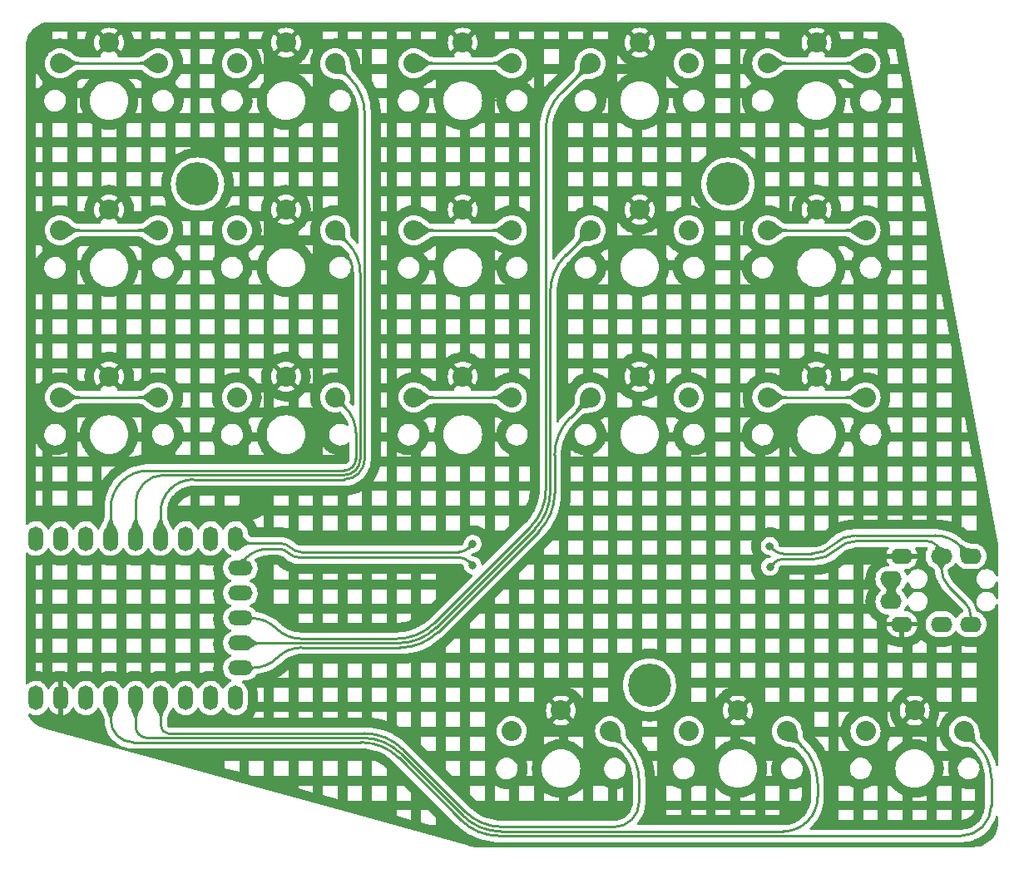
<source format=gbl>
%TF.GenerationSoftware,KiCad,Pcbnew,7.0.1*%
%TF.CreationDate,2023-04-30T18:57:05-04:00*%
%TF.ProjectId,mosaic,6d6f7361-6963-42e6-9b69-6361645f7063,v1.0.0*%
%TF.SameCoordinates,Original*%
%TF.FileFunction,Copper,L2,Bot*%
%TF.FilePolarity,Positive*%
%FSLAX46Y46*%
G04 Gerber Fmt 4.6, Leading zero omitted, Abs format (unit mm)*
G04 Created by KiCad (PCBNEW 7.0.1) date 2023-04-30 18:57:05*
%MOMM*%
%LPD*%
G01*
G04 APERTURE LIST*
%TA.AperFunction,ComponentPad*%
%ADD10C,2.032000*%
%TD*%
%TA.AperFunction,ComponentPad*%
%ADD11O,1.500000X2.500000*%
%TD*%
%TA.AperFunction,ComponentPad*%
%ADD12O,2.500000X1.500000*%
%TD*%
%TA.AperFunction,ComponentPad*%
%ADD13O,2.200000X1.600000*%
%TD*%
%TA.AperFunction,ComponentPad*%
%ADD14C,0.700000*%
%TD*%
%TA.AperFunction,ComponentPad*%
%ADD15C,4.400000*%
%TD*%
%TA.AperFunction,ViaPad*%
%ADD16C,0.800000*%
%TD*%
%TA.AperFunction,Conductor*%
%ADD17C,0.400000*%
%TD*%
%TA.AperFunction,Conductor*%
%ADD18C,0.250000*%
%TD*%
G04 APERTURE END LIST*
D10*
%TO.P,S1,1*%
%TO.N,matrix_pinky_bottom*%
X149000000Y-132200000D03*
%TO.P,S1,2*%
%TO.N,GND*%
X144000000Y-130100000D03*
%TO.P,S1,1*%
%TO.N,matrix_pinky_bottom*%
X139000000Y-132200000D03*
%TO.P,S1,2*%
%TO.N,GND*%
X144000000Y-130100000D03*
%TD*%
%TO.P,S2,1*%
%TO.N,matrix_pinky_home*%
X149000000Y-115200000D03*
%TO.P,S2,2*%
%TO.N,GND*%
X144000000Y-113100000D03*
%TO.P,S2,1*%
%TO.N,matrix_pinky_home*%
X139000000Y-115200000D03*
%TO.P,S2,2*%
%TO.N,GND*%
X144000000Y-113100000D03*
%TD*%
%TO.P,S3,1*%
%TO.N,matrix_pinky_top*%
X149000000Y-98200000D03*
%TO.P,S3,2*%
%TO.N,GND*%
X144000000Y-96100000D03*
%TO.P,S3,1*%
%TO.N,matrix_pinky_top*%
X139000000Y-98200000D03*
%TO.P,S3,2*%
%TO.N,GND*%
X144000000Y-96100000D03*
%TD*%
%TO.P,S4,1*%
%TO.N,matrix_ring_bottom*%
X167000000Y-132200000D03*
%TO.P,S4,2*%
%TO.N,GND*%
X162000000Y-130100000D03*
%TO.P,S4,1*%
%TO.N,matrix_ring_bottom*%
X157000000Y-132200000D03*
%TO.P,S4,2*%
%TO.N,GND*%
X162000000Y-130100000D03*
%TD*%
%TO.P,S5,1*%
%TO.N,matrix_ring_home*%
X167000000Y-115200000D03*
%TO.P,S5,2*%
%TO.N,GND*%
X162000000Y-113100000D03*
%TO.P,S5,1*%
%TO.N,matrix_ring_home*%
X157000000Y-115200000D03*
%TO.P,S5,2*%
%TO.N,GND*%
X162000000Y-113100000D03*
%TD*%
%TO.P,S6,1*%
%TO.N,matrix_ring_top*%
X167000000Y-98200000D03*
%TO.P,S6,2*%
%TO.N,GND*%
X162000000Y-96100000D03*
%TO.P,S6,1*%
%TO.N,matrix_ring_top*%
X157000000Y-98200000D03*
%TO.P,S6,2*%
%TO.N,GND*%
X162000000Y-96100000D03*
%TD*%
%TO.P,S7,1*%
%TO.N,matrix_middle_bottom*%
X185000000Y-132200000D03*
%TO.P,S7,2*%
%TO.N,GND*%
X180000000Y-130100000D03*
%TO.P,S7,1*%
%TO.N,matrix_middle_bottom*%
X175000000Y-132200000D03*
%TO.P,S7,2*%
%TO.N,GND*%
X180000000Y-130100000D03*
%TD*%
%TO.P,S8,1*%
%TO.N,matrix_middle_home*%
X185000000Y-115200000D03*
%TO.P,S8,2*%
%TO.N,GND*%
X180000000Y-113100000D03*
%TO.P,S8,1*%
%TO.N,matrix_middle_home*%
X175000000Y-115200000D03*
%TO.P,S8,2*%
%TO.N,GND*%
X180000000Y-113100000D03*
%TD*%
%TO.P,S9,1*%
%TO.N,matrix_middle_top*%
X185000000Y-98200000D03*
%TO.P,S9,2*%
%TO.N,GND*%
X180000000Y-96100000D03*
%TO.P,S9,1*%
%TO.N,matrix_middle_top*%
X175000000Y-98200000D03*
%TO.P,S9,2*%
%TO.N,GND*%
X180000000Y-96100000D03*
%TD*%
%TO.P,S10,1*%
%TO.N,matrix_index_bottom*%
X203000000Y-132200000D03*
%TO.P,S10,2*%
%TO.N,GND*%
X198000000Y-130100000D03*
%TO.P,S10,1*%
%TO.N,matrix_index_bottom*%
X193000000Y-132200000D03*
%TO.P,S10,2*%
%TO.N,GND*%
X198000000Y-130100000D03*
%TD*%
%TO.P,S11,1*%
%TO.N,matrix_index_home*%
X203000000Y-115200000D03*
%TO.P,S11,2*%
%TO.N,GND*%
X198000000Y-113100000D03*
%TO.P,S11,1*%
%TO.N,matrix_index_home*%
X193000000Y-115200000D03*
%TO.P,S11,2*%
%TO.N,GND*%
X198000000Y-113100000D03*
%TD*%
%TO.P,S12,1*%
%TO.N,matrix_index_top*%
X203000000Y-98200000D03*
%TO.P,S12,2*%
%TO.N,GND*%
X198000000Y-96100000D03*
%TO.P,S12,1*%
%TO.N,matrix_index_top*%
X193000000Y-98200000D03*
%TO.P,S12,2*%
%TO.N,GND*%
X198000000Y-96100000D03*
%TD*%
%TO.P,S13,1*%
%TO.N,matrix_inner_bottom*%
X221000000Y-132200000D03*
%TO.P,S13,2*%
%TO.N,GND*%
X216000000Y-130100000D03*
%TO.P,S13,1*%
%TO.N,matrix_inner_bottom*%
X211000000Y-132200000D03*
%TO.P,S13,2*%
%TO.N,GND*%
X216000000Y-130100000D03*
%TD*%
%TO.P,S14,1*%
%TO.N,matrix_inner_home*%
X221000000Y-115200000D03*
%TO.P,S14,2*%
%TO.N,GND*%
X216000000Y-113100000D03*
%TO.P,S14,1*%
%TO.N,matrix_inner_home*%
X211000000Y-115200000D03*
%TO.P,S14,2*%
%TO.N,GND*%
X216000000Y-113100000D03*
%TD*%
%TO.P,S15,1*%
%TO.N,matrix_inner_top*%
X221000000Y-98200000D03*
%TO.P,S15,2*%
%TO.N,GND*%
X216000000Y-96100000D03*
%TO.P,S15,1*%
%TO.N,matrix_inner_top*%
X211000000Y-98200000D03*
%TO.P,S15,2*%
%TO.N,GND*%
X216000000Y-96100000D03*
%TD*%
%TO.P,S16,1*%
%TO.N,thumbfan_near_home*%
X194990000Y-166200000D03*
%TO.P,S16,2*%
%TO.N,GND*%
X189990000Y-164100000D03*
%TO.P,S16,1*%
%TO.N,thumbfan_near_home*%
X184990000Y-166200000D03*
%TO.P,S16,2*%
%TO.N,GND*%
X189990000Y-164100000D03*
%TD*%
%TO.P,S17,1*%
%TO.N,thumbfan_home_home*%
X212990000Y-166200000D03*
%TO.P,S17,2*%
%TO.N,GND*%
X207990000Y-164100000D03*
%TO.P,S17,1*%
%TO.N,thumbfan_home_home*%
X202990000Y-166200000D03*
%TO.P,S17,2*%
%TO.N,GND*%
X207990000Y-164100000D03*
%TD*%
%TO.P,S18,1*%
%TO.N,thumbfan_far_home*%
X230990000Y-166200000D03*
%TO.P,S18,2*%
%TO.N,GND*%
X225990000Y-164100000D03*
%TO.P,S18,1*%
%TO.N,thumbfan_far_home*%
X220990000Y-166200000D03*
%TO.P,S18,2*%
%TO.N,GND*%
X225990000Y-164100000D03*
%TD*%
D11*
%TO.P,,1*%
%TO.N,matrix_pinky_top*%
X136540000Y-146580000D03*
%TO.P,,2*%
%TO.N,matrix_pinky_home*%
X139080000Y-146580000D03*
%TO.P,,3*%
%TO.N,matrix_pinky_bottom*%
X141620000Y-146580000D03*
%TO.P,,4*%
%TO.N,matrix_ring_bottom*%
X144160000Y-146580000D03*
%TO.P,,5*%
%TO.N,matrix_ring_home*%
X146700000Y-146580000D03*
%TO.P,,6*%
%TO.N,matrix_ring_top*%
X149240000Y-146580000D03*
%TO.P,,7*%
%TO.N,matrix_middle_top*%
X151780000Y-146580000D03*
%TO.P,,8*%
%TO.N,matrix_middle_home*%
X154320000Y-146580000D03*
%TO.P,,9*%
%TO.N,GP8*%
X156860000Y-146580000D03*
D12*
%TO.P,,10*%
%TO.N,GP9*%
X157360000Y-149620000D03*
%TO.P,,11*%
%TO.N,matrix_middle_bottom*%
X157360000Y-152160000D03*
%TO.P,,12*%
%TO.N,matrix_index_top*%
X157360000Y-154700000D03*
%TO.P,,13*%
%TO.N,matrix_index_home*%
X157360000Y-157240000D03*
%TO.P,,14*%
%TO.N,matrix_index_bottom*%
X157360000Y-159780000D03*
D11*
%TO.P,,15*%
%TO.N,matrix_inner_bottom*%
X156860000Y-162820000D03*
%TO.P,,16*%
%TO.N,matrix_inner_home*%
X154320000Y-162820000D03*
%TO.P,,17*%
%TO.N,matrix_inner_top*%
X151780000Y-162820000D03*
%TO.P,,18*%
%TO.N,thumbfan_near_home*%
X149240000Y-162820000D03*
%TO.P,,19*%
%TO.N,thumbfan_home_home*%
X146700000Y-162820000D03*
%TO.P,,20*%
%TO.N,thumbfan_far_home*%
X144160000Y-162820000D03*
%TO.P,,21*%
%TO.N,3V3*%
X141620000Y-162820000D03*
%TO.P,,22*%
%TO.N,GND*%
X139080000Y-162820000D03*
%TO.P,,23*%
%TO.N,5V*%
X136540000Y-162820000D03*
%TD*%
D13*
%TO.P,TRRS1,1*%
%TO.N,3V3*%
X223600000Y-150700000D03*
%TO.P,TRRS1,2*%
%TO.N,GND*%
X224700000Y-155300000D03*
%TO.P,TRRS1,3*%
%TO.N,GP8*%
X228700000Y-155300000D03*
%TO.P,TRRS1,4*%
%TO.N,GP9*%
X231700000Y-155300000D03*
%TO.P,TRRS1,1*%
%TO.N,3V3*%
X223600000Y-153000000D03*
%TO.P,TRRS1,2*%
%TO.N,GND*%
X224700000Y-148400000D03*
%TO.P,TRRS1,3*%
%TO.N,GP9*%
X228700000Y-148400000D03*
%TO.P,TRRS1,4*%
%TO.N,GP8*%
X231700000Y-148400000D03*
%TD*%
D14*
%TO.P,_2,1*%
%TO.N,N/C*%
X154166726Y-111666726D03*
D15*
X153000000Y-110500000D03*
D14*
X153000000Y-112150000D03*
X154166726Y-109333274D03*
X151350000Y-110500000D03*
X151833274Y-109333274D03*
X151833274Y-111666726D03*
X154650000Y-110500000D03*
X153000000Y-108850000D03*
%TD*%
%TO.P,_3,1*%
%TO.N,N/C*%
X200156726Y-162666726D03*
D15*
X198990000Y-161500000D03*
D14*
X198990000Y-163150000D03*
X200156726Y-160333274D03*
X197340000Y-161500000D03*
X197823274Y-160333274D03*
X197823274Y-162666726D03*
X200640000Y-161500000D03*
X198990000Y-159850000D03*
%TD*%
%TO.P,_4,1*%
%TO.N,N/C*%
X208166726Y-111666726D03*
D15*
X207000000Y-110500000D03*
D14*
X207000000Y-112150000D03*
X208166726Y-109333274D03*
X205350000Y-110500000D03*
X205833274Y-109333274D03*
X205833274Y-111666726D03*
X208650000Y-110500000D03*
X207000000Y-108850000D03*
%TD*%
D16*
%TO.N,GND*%
X158530000Y-143340000D03*
X179150000Y-150790000D03*
%TO.N,GP8*%
X211240000Y-147350000D03*
%TO.N,GP9*%
X211260000Y-149470000D03*
%TO.N,GP8*%
X181010000Y-147130000D03*
%TO.N,GP9*%
X181010000Y-149320000D03*
%TD*%
D17*
%TO.N,3V3*%
X223600000Y-150700000D02*
X223600000Y-153000000D01*
D18*
%TO.N,GP8*%
X162487846Y-147519972D02*
G75*
G03*
X161425564Y-147080000I-1062246J-1062328D01*
G01*
X180595000Y-147545000D02*
X181010000Y-147130000D01*
X162487822Y-147519996D02*
G75*
G03*
X163550071Y-147960000I1062278J1062296D01*
G01*
X179593101Y-147960000D02*
G75*
G03*
X180595000Y-147545000I-1J1416900D01*
G01*
X156860000Y-147080000D02*
X161425564Y-147080000D01*
X163550071Y-147960000D02*
X179593101Y-147960000D01*
%TO.N,GP9*%
X162260013Y-148069987D02*
G75*
G03*
X163322253Y-148510000I1062287J1062287D01*
G01*
X160257142Y-147630018D02*
G75*
G03*
X157855000Y-148625000I-42J-3397082D01*
G01*
X162259987Y-148070013D02*
G75*
G03*
X161197746Y-147630000I-1062287J-1062287D01*
G01*
X180604987Y-148915013D02*
G75*
G03*
X179627243Y-148510000I-977787J-977787D01*
G01*
X157855000Y-148625000D02*
X156860000Y-149620000D01*
X160257142Y-147630000D02*
X161197746Y-147630000D01*
X163322253Y-148510000D02*
X179627243Y-148510000D01*
X180605000Y-148915000D02*
X181010000Y-149320000D01*
X228699996Y-149555000D02*
G75*
G03*
X229516709Y-151526707I2788404J0D01*
G01*
X215741852Y-148669951D02*
G75*
G03*
X217975000Y-147745000I48J3158151D01*
G01*
X220208147Y-146820020D02*
G75*
G03*
X217975000Y-147745000I-47J-3158080D01*
G01*
X228244990Y-147275010D02*
G75*
G03*
X227146532Y-146820000I-1098490J-1098490D01*
G01*
X212625685Y-148669994D02*
G75*
G03*
X211660000Y-149070000I15J-1365706D01*
G01*
X231699999Y-154505000D02*
G75*
G03*
X231137849Y-153147851I-1919299J0D01*
G01*
%TO.N,GP8*%
X215514034Y-148120008D02*
G75*
G03*
X217747181Y-147194999I-34J3158208D01*
G01*
X219980329Y-146270007D02*
G75*
G03*
X217747182Y-147195000I-29J-3158093D01*
G01*
X230635011Y-147334989D02*
G75*
G03*
X228063862Y-146270000I-2571111J-2571111D01*
G01*
X211625008Y-147734992D02*
G75*
G03*
X212554472Y-148120000I929492J929492D01*
G01*
%TO.N,thumbfan_far_home*%
X230724278Y-176849991D02*
G75*
G03*
X232885000Y-175955000I22J3055691D01*
G01*
X173493784Y-168923800D02*
G75*
G03*
X169646036Y-167330000I-3847784J-3847800D01*
G01*
X232885006Y-175955006D02*
G75*
G03*
X233780000Y-173794278I-2160706J2160706D01*
G01*
X233779988Y-170962827D02*
G75*
G03*
X232385000Y-167595000I-4762788J27D01*
G01*
X144160010Y-165042476D02*
G75*
G03*
X144830000Y-166660000I2287490J-24D01*
G01*
X144829993Y-166660007D02*
G75*
G03*
X146447523Y-167330000I1617507J1617507D01*
G01*
X179826215Y-175256199D02*
G75*
G03*
X183673963Y-176850000I3847785J3847799D01*
G01*
%TO.N,thumbfan_home_home*%
X215084991Y-175374991D02*
G75*
G03*
X216110000Y-172900431I-2474591J2474591D01*
G01*
X173680182Y-168473798D02*
G75*
G03*
X169832432Y-166880000I-3847782J-3847802D01*
G01*
X147039990Y-166540010D02*
G75*
G03*
X147860832Y-166880000I820810J820810D01*
G01*
X180012613Y-174806197D02*
G75*
G03*
X183860359Y-176400000I3847787J3847797D01*
G01*
X212610431Y-176400012D02*
G75*
G03*
X215084999Y-175374999I-31J3499612D01*
G01*
X216110011Y-171526173D02*
G75*
G03*
X214550000Y-167760000I-5326211J-27D01*
G01*
X146700014Y-165719167D02*
G75*
G03*
X147040000Y-166540000I1160786J-33D01*
G01*
%TO.N,thumbfan_near_home*%
X149495001Y-166204999D02*
G75*
G03*
X150038198Y-166430000I543199J543199D01*
G01*
X197200005Y-175210005D02*
G75*
G03*
X197940000Y-173423481I-1786505J1786505D01*
G01*
X195413481Y-175949992D02*
G75*
G03*
X197200000Y-175210000I19J2526492D01*
G01*
X180199011Y-174356195D02*
G75*
G03*
X184046755Y-175950000I3847789J3847795D01*
G01*
X197940014Y-171235965D02*
G75*
G03*
X196465000Y-167675000I-5036014J-35D01*
G01*
X173866580Y-168023796D02*
G75*
G03*
X170018828Y-166430000I-3847780J-3847804D01*
G01*
X149270000Y-165661801D02*
G75*
G03*
X149495001Y-166204999I768200J1D01*
G01*
%TO.N,matrix_index_top*%
X161024986Y-155745014D02*
G75*
G03*
X158502146Y-154700000I-2522886J-2522886D01*
G01*
X161025014Y-155744986D02*
G75*
G03*
X163547853Y-156790000I2522886J2522886D01*
G01*
X186856200Y-145443785D02*
G75*
G03*
X188450000Y-141596036I-3847800J3847785D01*
G01*
X190043821Y-101156236D02*
G75*
G03*
X188450000Y-105003963I3847679J-3847764D01*
G01*
X173256036Y-156790010D02*
G75*
G03*
X177103792Y-155196207I-36J5441610D01*
G01*
%TO.N,matrix_index_home*%
X190493821Y-117706236D02*
G75*
G03*
X188900000Y-121553963I3847679J-3847764D01*
G01*
X187306202Y-145630183D02*
G75*
G03*
X188900000Y-141782432I-3847802J3847783D01*
G01*
X173442432Y-157240007D02*
G75*
G03*
X177290188Y-155646207I-32J5441607D01*
G01*
%TO.N,matrix_index_bottom*%
X173628828Y-157690004D02*
G75*
G03*
X177476584Y-156096207I-28J5441604D01*
G01*
X187756204Y-145816581D02*
G75*
G03*
X189350000Y-141968828I-3847804J3847781D01*
G01*
X158623360Y-159749954D02*
G75*
G03*
X161110000Y-158720000I40J3516654D01*
G01*
X190943821Y-134256236D02*
G75*
G03*
X189350000Y-138103963I3847679J-3847764D01*
G01*
X163596639Y-157690017D02*
G75*
G03*
X161110000Y-158720000I-39J-3516583D01*
G01*
%TO.N,matrix_ring_top*%
X169396389Y-139956389D02*
G75*
G03*
X170010000Y-138475024I-1481389J1481389D01*
G01*
X152585929Y-140570013D02*
G75*
G03*
X150220001Y-141550001I-29J-3345887D01*
G01*
X170010003Y-103338391D02*
G75*
G03*
X168505000Y-99705000I-5138403J-9D01*
G01*
X150219991Y-141549991D02*
G75*
G03*
X149240000Y-143915929I2365909J-2365909D01*
G01*
X167915024Y-140570010D02*
G75*
G03*
X169396396Y-139956396I-24J2095010D01*
G01*
%TO.N,matrix_ring_home*%
X169078191Y-139638191D02*
G75*
G03*
X169560000Y-138475025I-1163191J1163191D01*
G01*
X169560002Y-119570193D02*
G75*
G03*
X168279999Y-116480001I-4370202J-7D01*
G01*
X147535009Y-140955009D02*
G75*
G03*
X146700000Y-142970868I2015891J-2015891D01*
G01*
X167915025Y-140120010D02*
G75*
G03*
X169078198Y-139638198I-25J1645010D01*
G01*
X149550868Y-140119987D02*
G75*
G03*
X147535000Y-140955000I32J-2850913D01*
G01*
%TO.N,matrix_ring_bottom*%
X147983919Y-139670008D02*
G75*
G03*
X145280000Y-140790000I-19J-3823892D01*
G01*
X167915025Y-139670010D02*
G75*
G03*
X168760000Y-139320000I-25J1195010D01*
G01*
X168759993Y-139319993D02*
G75*
G03*
X169110000Y-138475025I-844993J844993D01*
G01*
X169110001Y-135801995D02*
G75*
G03*
X168054999Y-133255001I-3602001J-5D01*
G01*
X145279994Y-140789994D02*
G75*
G03*
X144160000Y-143493919I2703906J-2703906D01*
G01*
%TO.N,matrix_inner_bottom*%
X211000000Y-132200000D02*
X221000000Y-132200000D01*
%TO.N,matrix_inner_home*%
X211000000Y-115200000D02*
X221000000Y-115200000D01*
%TO.N,matrix_inner_top*%
X211000000Y-98200000D02*
X221000000Y-98200000D01*
%TO.N,matrix_middle_bottom*%
X175000000Y-132200000D02*
X185000000Y-132200000D01*
%TO.N,matrix_middle_home*%
X175000000Y-115200000D02*
X185000000Y-115200000D01*
%TO.N,matrix_middle_top*%
X175000000Y-98200000D02*
X185000000Y-98200000D01*
%TO.N,matrix_pinky_bottom*%
X139000000Y-132200000D02*
X149000000Y-132200000D01*
%TO.N,matrix_pinky_home*%
X139000000Y-115200000D02*
X149000000Y-115200000D01*
%TO.N,matrix_pinky_top*%
X139000000Y-98200000D02*
X149000000Y-98200000D01*
%TO.N,GP9*%
X227146532Y-146820000D02*
X220208147Y-146820000D01*
X228245000Y-147275000D02*
X228700000Y-147730000D01*
X212625685Y-148670000D02*
X215741852Y-148670000D01*
X211260000Y-149470000D02*
X211660000Y-149070000D01*
%TO.N,GP8*%
X230635000Y-147335000D02*
X231700000Y-148400000D01*
X212554472Y-148120000D02*
X215514034Y-148120000D01*
X211625000Y-147735000D02*
X211240000Y-147350000D01*
X228063862Y-146270000D02*
X219980329Y-146270000D01*
%TO.N,matrix_index_top*%
X190043792Y-101156207D02*
X193000000Y-98200000D01*
X188450000Y-141596036D02*
X188450000Y-105003963D01*
X177103792Y-155196207D02*
X186856207Y-145443792D01*
X173256036Y-156790000D02*
X163547853Y-156790000D01*
X158502146Y-154700000D02*
X156860000Y-154700000D01*
%TO.N,matrix_index_bottom*%
X190943792Y-134256207D02*
X193000000Y-132200000D01*
X177476584Y-156096207D02*
X187756207Y-145816584D01*
X189350000Y-141968828D02*
X189350000Y-138103963D01*
X173628828Y-157690000D02*
X163596639Y-157690000D01*
X158623360Y-159750000D02*
X156890000Y-159750000D01*
%TO.N,matrix_index_home*%
X173442432Y-157240000D02*
X156860000Y-157240000D01*
X177290188Y-155646207D02*
X187306207Y-145630188D01*
X188900000Y-121553963D02*
X188900000Y-141782432D01*
X190493792Y-117706207D02*
X193000000Y-115200000D01*
%TO.N,GP9*%
X228700000Y-149555000D02*
X228700000Y-148400000D01*
X231137850Y-153147850D02*
X229516708Y-151526708D01*
X231700000Y-154505000D02*
X231700000Y-155300000D01*
%TO.N,thumbfan_near_home*%
X196465000Y-167675000D02*
X194990000Y-166200000D01*
X197940000Y-171235965D02*
X197940000Y-173423481D01*
X149270000Y-165661801D02*
X149270000Y-162350000D01*
X150038198Y-166430000D02*
X170018828Y-166430000D01*
X180198999Y-174356207D02*
X173866584Y-168023792D01*
X195413481Y-175950000D02*
X184046755Y-175950000D01*
%TO.N,thumbfan_home_home*%
X214550000Y-167760000D02*
X212990000Y-166200000D01*
X147860832Y-166880000D02*
X169832432Y-166880000D01*
X216110000Y-172900431D02*
X216110000Y-171526173D01*
X183860359Y-176400000D02*
X212610431Y-176400000D01*
X173680188Y-168473792D02*
X180012603Y-174806207D01*
X146700000Y-165719167D02*
X146700000Y-162320000D01*
%TO.N,thumbfan_far_home*%
X169646036Y-167330000D02*
X146447523Y-167330000D01*
X173493792Y-168923792D02*
X179826207Y-175256207D01*
X230724278Y-176850000D02*
X183673963Y-176850000D01*
X233780000Y-173794278D02*
X233780000Y-170962827D01*
X232385000Y-167595000D02*
X230990000Y-166200000D01*
X144160000Y-165042476D02*
X144160000Y-162320000D01*
%TO.N,matrix_ring_top*%
X168505000Y-99705000D02*
X167000000Y-98200000D01*
X149240000Y-143915929D02*
X149240000Y-147080000D01*
X170010000Y-138475024D02*
X170010000Y-103338391D01*
X152585929Y-140570000D02*
X167915024Y-140570000D01*
%TO.N,matrix_ring_home*%
X168280000Y-116480000D02*
X167000000Y-115200000D01*
X169560000Y-138475025D02*
X169560000Y-119570193D01*
X167915025Y-140120000D02*
X149550868Y-140120000D01*
X146700000Y-142970868D02*
X146700000Y-147080000D01*
%TO.N,matrix_ring_bottom*%
X168055000Y-133255000D02*
X167000000Y-132200000D01*
X169110000Y-135801995D02*
X169110000Y-138475025D01*
X144160000Y-143493919D02*
X144160000Y-147080000D01*
X147983919Y-139670000D02*
X167915025Y-139670000D01*
%TD*%
%TA.AperFunction,Conductor*%
%TO.N,GND*%
G36*
X155665874Y-147531488D02*
G01*
X155702034Y-147576006D01*
X155775273Y-147728090D01*
X155775274Y-147728092D01*
X155775275Y-147728093D01*
X155908429Y-147911363D01*
X155949628Y-147950753D01*
X156072165Y-148067912D01*
X156147016Y-148117320D01*
X156261226Y-148192709D01*
X156347527Y-148229596D01*
X156360933Y-148235326D01*
X156406307Y-148268604D01*
X156432302Y-148318509D01*
X156433565Y-148374765D01*
X156409835Y-148425786D01*
X156366000Y-148461067D01*
X156211908Y-148535274D01*
X156176684Y-148560866D01*
X156028637Y-148668429D01*
X156028635Y-148668430D01*
X156028635Y-148668431D01*
X155872087Y-148832165D01*
X155747291Y-149021225D01*
X155658256Y-149229530D01*
X155607849Y-149450384D01*
X155597684Y-149676689D01*
X155628093Y-149901174D01*
X155663606Y-150010469D01*
X155698097Y-150116621D01*
X155803695Y-150312855D01*
X155805446Y-150316109D01*
X155938973Y-150483547D01*
X155946686Y-150493218D01*
X156052310Y-150585499D01*
X156117282Y-150642263D01*
X156299168Y-150750936D01*
X156311750Y-150758453D01*
X156330042Y-150765318D01*
X156353763Y-150774221D01*
X156401342Y-150806245D01*
X156429423Y-150856254D01*
X156431996Y-150913550D01*
X156408511Y-150965874D01*
X156363993Y-151002034D01*
X156211909Y-151075272D01*
X156118847Y-151142887D01*
X156028637Y-151208429D01*
X156028635Y-151208430D01*
X156028635Y-151208431D01*
X155872087Y-151372165D01*
X155747291Y-151561225D01*
X155658256Y-151769530D01*
X155607849Y-151990384D01*
X155597684Y-152216689D01*
X155628093Y-152441174D01*
X155665765Y-152557113D01*
X155698097Y-152656621D01*
X155805444Y-152856106D01*
X155805446Y-152856109D01*
X155928813Y-153010807D01*
X155946686Y-153033218D01*
X156117282Y-153182263D01*
X156311750Y-153298453D01*
X156330042Y-153305318D01*
X156353763Y-153314221D01*
X156401342Y-153346245D01*
X156429423Y-153396254D01*
X156431996Y-153453550D01*
X156408511Y-153505874D01*
X156363993Y-153542034D01*
X156211909Y-153615272D01*
X156076506Y-153713649D01*
X156028637Y-153748429D01*
X156028635Y-153748430D01*
X156028635Y-153748431D01*
X155872087Y-153912165D01*
X155747291Y-154101225D01*
X155658256Y-154309530D01*
X155607849Y-154530384D01*
X155597684Y-154756689D01*
X155628093Y-154981174D01*
X155670224Y-155110838D01*
X155698097Y-155196621D01*
X155805444Y-155396106D01*
X155805446Y-155396109D01*
X155935729Y-155559479D01*
X155946686Y-155573218D01*
X156051846Y-155665093D01*
X156117282Y-155722263D01*
X156300390Y-155831666D01*
X156311750Y-155838453D01*
X156330042Y-155845318D01*
X156353763Y-155854221D01*
X156401342Y-155886245D01*
X156429423Y-155936254D01*
X156431996Y-155993550D01*
X156408511Y-156045874D01*
X156363993Y-156082034D01*
X156211909Y-156155272D01*
X156085187Y-156247343D01*
X156028637Y-156288429D01*
X156028635Y-156288430D01*
X156028635Y-156288431D01*
X155872087Y-156452165D01*
X155747291Y-156641225D01*
X155658256Y-156849530D01*
X155607849Y-157070384D01*
X155597684Y-157296689D01*
X155628093Y-157521174D01*
X155655818Y-157606500D01*
X155698097Y-157736621D01*
X155791921Y-157910976D01*
X155805446Y-157936109D01*
X155892532Y-158045312D01*
X155946686Y-158113218D01*
X156103818Y-158250500D01*
X156117282Y-158262263D01*
X156311018Y-158378016D01*
X156311750Y-158378453D01*
X156330042Y-158385318D01*
X156353763Y-158394221D01*
X156401342Y-158426245D01*
X156429423Y-158476254D01*
X156431996Y-158533550D01*
X156408511Y-158585874D01*
X156363993Y-158622034D01*
X156211909Y-158695272D01*
X156076506Y-158793649D01*
X156028637Y-158828429D01*
X156028635Y-158828430D01*
X156028635Y-158828431D01*
X155872087Y-158992165D01*
X155747291Y-159181225D01*
X155658256Y-159389530D01*
X155607849Y-159610384D01*
X155597684Y-159836689D01*
X155628093Y-160061174D01*
X155661108Y-160162782D01*
X155698097Y-160276621D01*
X155753068Y-160378774D01*
X155805446Y-160476109D01*
X155878594Y-160567834D01*
X155946686Y-160653218D01*
X156058034Y-160750500D01*
X156117282Y-160802263D01*
X156198232Y-160850629D01*
X156311750Y-160918453D01*
X156328800Y-160924852D01*
X156348935Y-160932409D01*
X156395756Y-160963618D01*
X156423964Y-161012307D01*
X156427749Y-161068449D01*
X156406332Y-161120484D01*
X156364124Y-161157696D01*
X156163890Y-161265446D01*
X155986783Y-161406684D01*
X155837736Y-161577282D01*
X155721546Y-161771750D01*
X155705777Y-161813765D01*
X155673753Y-161861344D01*
X155623744Y-161889423D01*
X155566448Y-161891995D01*
X155514124Y-161868511D01*
X155477967Y-161823997D01*
X155404725Y-161671907D01*
X155271571Y-161488637D01*
X155156639Y-161378750D01*
X155107834Y-161332087D01*
X154918774Y-161207291D01*
X154710469Y-161118256D01*
X154489615Y-161067849D01*
X154263310Y-161057684D01*
X154038825Y-161088093D01*
X153823379Y-161158097D01*
X153623890Y-161265446D01*
X153446783Y-161406684D01*
X153297736Y-161577282D01*
X153181546Y-161771750D01*
X153165777Y-161813765D01*
X153133753Y-161861344D01*
X153083744Y-161889423D01*
X153026448Y-161891995D01*
X152974124Y-161868511D01*
X152937967Y-161823997D01*
X152864725Y-161671907D01*
X152731571Y-161488637D01*
X152616639Y-161378750D01*
X152567834Y-161332087D01*
X152378774Y-161207291D01*
X152170469Y-161118256D01*
X151949615Y-161067849D01*
X151723310Y-161057684D01*
X151498825Y-161088093D01*
X151283379Y-161158097D01*
X151083890Y-161265446D01*
X150906783Y-161406684D01*
X150757736Y-161577282D01*
X150641546Y-161771750D01*
X150625777Y-161813765D01*
X150593753Y-161861344D01*
X150543744Y-161889423D01*
X150486448Y-161891995D01*
X150434124Y-161868511D01*
X150397967Y-161823997D01*
X150324725Y-161671907D01*
X150191571Y-161488637D01*
X150076639Y-161378750D01*
X150027834Y-161332087D01*
X149838774Y-161207291D01*
X149630469Y-161118256D01*
X149409615Y-161067849D01*
X149183310Y-161057684D01*
X148958825Y-161088093D01*
X148743379Y-161158097D01*
X148543890Y-161265446D01*
X148366783Y-161406684D01*
X148217736Y-161577282D01*
X148101546Y-161771750D01*
X148085777Y-161813765D01*
X148053753Y-161861344D01*
X148003744Y-161889423D01*
X147946448Y-161891995D01*
X147894124Y-161868511D01*
X147857967Y-161823997D01*
X147784725Y-161671907D01*
X147651571Y-161488637D01*
X147536639Y-161378750D01*
X147487834Y-161332087D01*
X147298774Y-161207291D01*
X147090469Y-161118256D01*
X146869615Y-161067849D01*
X146643310Y-161057684D01*
X146418825Y-161088093D01*
X146203379Y-161158097D01*
X146003890Y-161265446D01*
X145826783Y-161406684D01*
X145677736Y-161577282D01*
X145561546Y-161771750D01*
X145545777Y-161813765D01*
X145513753Y-161861344D01*
X145463744Y-161889423D01*
X145406448Y-161891995D01*
X145354124Y-161868511D01*
X145317967Y-161823997D01*
X145244725Y-161671907D01*
X145111571Y-161488637D01*
X144996639Y-161378750D01*
X144947834Y-161332087D01*
X144758774Y-161207291D01*
X144550469Y-161118256D01*
X144329615Y-161067849D01*
X144103310Y-161057684D01*
X143878825Y-161088093D01*
X143663379Y-161158097D01*
X143463890Y-161265446D01*
X143286783Y-161406684D01*
X143137736Y-161577282D01*
X143021546Y-161771750D01*
X143005777Y-161813765D01*
X142973753Y-161861344D01*
X142923744Y-161889423D01*
X142866448Y-161891995D01*
X142814124Y-161868511D01*
X142777967Y-161823997D01*
X142704725Y-161671907D01*
X142571571Y-161488637D01*
X142456639Y-161378750D01*
X142407834Y-161332087D01*
X142218774Y-161207291D01*
X142010469Y-161118256D01*
X141789615Y-161067849D01*
X141563310Y-161057684D01*
X141338825Y-161088093D01*
X141123379Y-161158097D01*
X140923890Y-161265446D01*
X140746783Y-161406684D01*
X140597736Y-161577282D01*
X140481547Y-161771748D01*
X140461646Y-161824774D01*
X140429621Y-161872354D01*
X140379612Y-161900434D01*
X140322317Y-161903006D01*
X140269993Y-161879522D01*
X140233833Y-161835004D01*
X140157399Y-161676287D01*
X140025144Y-161494254D01*
X139862508Y-161338758D01*
X139674728Y-161214806D01*
X139467833Y-161126374D01*
X139330000Y-161094915D01*
X139330000Y-164547550D01*
X139330001Y-164547551D01*
X139359272Y-164543585D01*
X139573265Y-164474055D01*
X139771407Y-164367430D01*
X139947318Y-164227146D01*
X140095359Y-164057700D01*
X140210763Y-163864547D01*
X140229118Y-163815641D01*
X140261142Y-163768061D01*
X140311151Y-163739981D01*
X140368446Y-163737407D01*
X140420771Y-163760892D01*
X140456931Y-163805410D01*
X140535272Y-163968090D01*
X140585427Y-164037121D01*
X140668429Y-164151363D01*
X140729289Y-164209551D01*
X140832165Y-164307912D01*
X140956962Y-164390288D01*
X141021226Y-164432709D01*
X141229530Y-164521743D01*
X141450385Y-164572151D01*
X141657234Y-164581441D01*
X141676689Y-164582315D01*
X141676689Y-164582314D01*
X141676691Y-164582315D01*
X141901175Y-164551906D01*
X142116621Y-164481903D01*
X142316106Y-164374556D01*
X142493218Y-164233314D01*
X142642263Y-164062718D01*
X142758453Y-163868250D01*
X142774221Y-163826237D01*
X142806245Y-163778657D01*
X142856254Y-163750577D01*
X142913549Y-163748003D01*
X142965874Y-163771488D01*
X143002034Y-163816006D01*
X143075274Y-163968092D01*
X143178305Y-164109902D01*
X143186463Y-164122712D01*
X143234555Y-164209551D01*
X143238380Y-164217048D01*
X143335672Y-164424853D01*
X143338282Y-164430833D01*
X143384005Y-164543585D01*
X143440539Y-164683000D01*
X143440542Y-164683006D01*
X143442385Y-164687837D01*
X143507453Y-164869782D01*
X143519258Y-164902790D01*
X143526500Y-164944546D01*
X143526500Y-165089772D01*
X143526508Y-165089918D01*
X143526508Y-165185970D01*
X143554636Y-165471587D01*
X143569489Y-165546260D01*
X143610113Y-165750500D01*
X143610627Y-165753081D01*
X143693935Y-166027722D01*
X143803763Y-166292872D01*
X143803765Y-166292876D01*
X143803766Y-166292878D01*
X143939057Y-166545992D01*
X144098506Y-166784626D01*
X144107004Y-166794981D01*
X144280578Y-167006482D01*
X144313425Y-167039328D01*
X144313430Y-167039335D01*
X144345722Y-167071627D01*
X144345746Y-167071663D01*
X144382041Y-167107958D01*
X144382041Y-167107959D01*
X144421958Y-167147876D01*
X144483515Y-167209433D01*
X144705371Y-167391505D01*
X144943993Y-167550946D01*
X144943998Y-167550948D01*
X144944003Y-167550952D01*
X145197117Y-167686243D01*
X145462273Y-167796073D01*
X145736918Y-167879384D01*
X146018407Y-167935373D01*
X146304028Y-167963502D01*
X146447529Y-167963500D01*
X169569111Y-167963500D01*
X169643606Y-167963500D01*
X169648474Y-167963595D01*
X170018416Y-167978133D01*
X170028088Y-167978894D01*
X170393356Y-168022128D01*
X170402930Y-168023644D01*
X170763688Y-168095406D01*
X170773119Y-168097670D01*
X171127117Y-168197509D01*
X171136345Y-168200507D01*
X171471177Y-168324034D01*
X171481420Y-168327813D01*
X171490415Y-168331539D01*
X171824423Y-168485520D01*
X171833087Y-168489935D01*
X172153981Y-168669645D01*
X172162283Y-168674732D01*
X172307766Y-168771940D01*
X172440390Y-168860557D01*
X172468078Y-168879057D01*
X172475952Y-168884778D01*
X172764789Y-169112478D01*
X172772180Y-169118791D01*
X172872641Y-169211656D01*
X173044268Y-169370307D01*
X173047778Y-169373682D01*
X179315178Y-175641082D01*
X179315181Y-175641086D01*
X179323863Y-175649768D01*
X179323864Y-175649769D01*
X179378256Y-175704160D01*
X179406437Y-175732341D01*
X179411881Y-175737785D01*
X179412008Y-175737897D01*
X179531685Y-175857573D01*
X179859636Y-176141743D01*
X179859641Y-176141747D01*
X180056431Y-176289062D01*
X180207023Y-176401794D01*
X180265309Y-176439252D01*
X180572077Y-176636400D01*
X180952938Y-176844367D01*
X181290357Y-176998462D01*
X181347664Y-177024633D01*
X181754244Y-177176281D01*
X182170607Y-177298538D01*
X182594630Y-177390780D01*
X183024153Y-177452539D01*
X183456988Y-177483498D01*
X183573810Y-177483498D01*
X183573815Y-177483500D01*
X183593933Y-177483500D01*
X183673959Y-177483500D01*
X183750880Y-177483501D01*
X183750884Y-177483500D01*
X230647353Y-177483500D01*
X230764134Y-177483500D01*
X230772119Y-177483500D01*
X230772254Y-177483491D01*
X230885348Y-177483492D01*
X231206273Y-177455417D01*
X231523529Y-177399478D01*
X231834703Y-177316101D01*
X232137425Y-177205921D01*
X232429393Y-177069775D01*
X232708383Y-176908701D01*
X232972273Y-176723923D01*
X233219055Y-176516849D01*
X233296629Y-176439274D01*
X233296662Y-176439252D01*
X233332957Y-176402957D01*
X233332958Y-176402958D01*
X233446856Y-176289061D01*
X233653930Y-176042279D01*
X233838708Y-175778388D01*
X233999783Y-175499397D01*
X234135929Y-175207429D01*
X234246110Y-174904705D01*
X234247962Y-174899617D01*
X234249081Y-174900024D01*
X234274077Y-174854463D01*
X234323088Y-174821714D01*
X234381684Y-174815296D01*
X234436623Y-174836660D01*
X234475489Y-174880978D01*
X234489500Y-174938235D01*
X234489500Y-175496249D01*
X234489274Y-175503736D01*
X234471728Y-175793794D01*
X234469923Y-175808659D01*
X234418219Y-176090798D01*
X234414635Y-176105336D01*
X234329306Y-176379167D01*
X234323997Y-176393168D01*
X234206275Y-176654736D01*
X234199316Y-176667995D01*
X234050928Y-176913459D01*
X234042422Y-176925782D01*
X233865526Y-177151573D01*
X233855596Y-177162781D01*
X233652781Y-177365596D01*
X233641573Y-177375526D01*
X233415782Y-177552422D01*
X233403459Y-177560928D01*
X233157995Y-177709316D01*
X233144736Y-177716275D01*
X232883168Y-177833997D01*
X232869167Y-177839306D01*
X232595336Y-177924635D01*
X232580798Y-177928219D01*
X232298659Y-177979923D01*
X232283794Y-177981728D01*
X231993736Y-177999274D01*
X231986249Y-177999500D01*
X181400958Y-177999500D01*
X181395369Y-177999374D01*
X181178732Y-177989599D01*
X181167603Y-177988593D01*
X180955497Y-177959733D01*
X180944503Y-177957729D01*
X180732831Y-177909196D01*
X180727413Y-177907824D01*
X180659254Y-177888926D01*
X180659206Y-177888914D01*
X167528019Y-174248500D01*
X173248500Y-174248500D01*
X173248500Y-174798770D01*
X174750500Y-175215176D01*
X174750500Y-174248500D01*
X175748500Y-174248500D01*
X175748500Y-175491856D01*
X176681445Y-175750500D01*
X177250500Y-175750500D01*
X177250500Y-174987788D01*
X176511212Y-174248500D01*
X175748500Y-174248500D01*
X174750500Y-174248500D01*
X173248500Y-174248500D01*
X167528019Y-174248500D01*
X158510372Y-171748500D01*
X163248500Y-171748500D01*
X163248500Y-172026428D01*
X164750500Y-172442834D01*
X164750500Y-171748500D01*
X165748500Y-171748500D01*
X165748500Y-172719514D01*
X167250500Y-173135920D01*
X167250500Y-171748500D01*
X168248500Y-171748500D01*
X168248500Y-173250500D01*
X169750500Y-173250500D01*
X169750500Y-171748500D01*
X170748500Y-171748500D01*
X170748500Y-173250500D01*
X172250500Y-173250500D01*
X172250500Y-171748500D01*
X173248500Y-171748500D01*
X173248500Y-173250500D01*
X174750500Y-173250500D01*
X174750500Y-172487788D01*
X174011212Y-171748500D01*
X173248500Y-171748500D01*
X172250500Y-171748500D01*
X170748500Y-171748500D01*
X169750500Y-171748500D01*
X168248500Y-171748500D01*
X167250500Y-171748500D01*
X165748500Y-171748500D01*
X164750500Y-171748500D01*
X163248500Y-171748500D01*
X158510372Y-171748500D01*
X149492725Y-169248500D01*
X155748500Y-169248500D01*
X155748500Y-169947172D01*
X157250500Y-170363578D01*
X157250500Y-169248500D01*
X158248500Y-169248500D01*
X158248500Y-170640257D01*
X158646152Y-170750500D01*
X159750500Y-170750500D01*
X159750500Y-169248500D01*
X160748500Y-169248500D01*
X160748500Y-170750500D01*
X162250500Y-170750500D01*
X162250500Y-169248500D01*
X163248500Y-169248500D01*
X163248500Y-170750500D01*
X164750500Y-170750500D01*
X164750500Y-169248500D01*
X165748500Y-169248500D01*
X165748500Y-170750500D01*
X167250500Y-170750500D01*
X167250500Y-169248500D01*
X168248500Y-169248500D01*
X168248500Y-170750500D01*
X169750500Y-170750500D01*
X169750500Y-169248500D01*
X170748500Y-169248500D01*
X170748500Y-170750500D01*
X172250500Y-170750500D01*
X172250500Y-169995630D01*
X172119951Y-169874952D01*
X171885071Y-169689788D01*
X171636369Y-169523612D01*
X171375412Y-169377468D01*
X171103775Y-169252242D01*
X171093632Y-169248500D01*
X170748500Y-169248500D01*
X169750500Y-169248500D01*
X168248500Y-169248500D01*
X167250500Y-169248500D01*
X165748500Y-169248500D01*
X164750500Y-169248500D01*
X163248500Y-169248500D01*
X162250500Y-169248500D01*
X160748500Y-169248500D01*
X159750500Y-169248500D01*
X158248500Y-169248500D01*
X157250500Y-169248500D01*
X155748500Y-169248500D01*
X149492725Y-169248500D01*
X137407314Y-165898011D01*
X137407313Y-165898011D01*
X137395735Y-165894801D01*
X137375593Y-165889217D01*
X137335778Y-165878179D01*
X137328778Y-165876014D01*
X137059759Y-165784005D01*
X137046202Y-165778453D01*
X136793244Y-165656959D01*
X136780436Y-165649848D01*
X136543558Y-165499361D01*
X136531678Y-165490788D01*
X136487727Y-165454941D01*
X136314206Y-165313416D01*
X136303423Y-165303505D01*
X136301145Y-165301148D01*
X136108384Y-165101720D01*
X136098855Y-165090618D01*
X135928970Y-164867232D01*
X135920807Y-164855069D01*
X135778453Y-164613206D01*
X135771796Y-164600193D01*
X135768117Y-164591815D01*
X135758273Y-164529602D01*
X135780267Y-164470575D01*
X135828426Y-164429971D01*
X135890321Y-164418268D01*
X135929576Y-164431571D01*
X135930965Y-164428323D01*
X135941225Y-164432708D01*
X135941226Y-164432709D01*
X136149530Y-164521743D01*
X136370385Y-164572151D01*
X136577234Y-164581441D01*
X136596689Y-164582315D01*
X136596689Y-164582314D01*
X136596691Y-164582315D01*
X136821175Y-164551906D01*
X137036621Y-164481903D01*
X137236106Y-164374556D01*
X137413218Y-164233314D01*
X137562263Y-164062718D01*
X137678453Y-163868250D01*
X137698353Y-163815224D01*
X137730376Y-163767646D01*
X137780385Y-163739566D01*
X137837681Y-163736992D01*
X137890006Y-163760477D01*
X137926166Y-163804995D01*
X138002599Y-163963712D01*
X138134855Y-164145745D01*
X138297491Y-164301241D01*
X138485271Y-164425193D01*
X138692166Y-164513625D01*
X138829999Y-164545084D01*
X138830000Y-164545084D01*
X138830000Y-161092450D01*
X138829998Y-161092448D01*
X138800727Y-161096414D01*
X138586734Y-161165944D01*
X138388592Y-161272569D01*
X138212681Y-161412853D01*
X138064640Y-161582299D01*
X137949235Y-161775454D01*
X137930880Y-161824360D01*
X137898856Y-161871940D01*
X137848847Y-161900019D01*
X137791552Y-161902591D01*
X137739227Y-161879107D01*
X137703068Y-161834589D01*
X137698341Y-161824774D01*
X137624725Y-161671907D01*
X137491571Y-161488637D01*
X137376639Y-161378750D01*
X137327834Y-161332087D01*
X137138774Y-161207291D01*
X136930469Y-161118256D01*
X136709615Y-161067849D01*
X136483310Y-161057684D01*
X136258825Y-161088093D01*
X136044613Y-161157696D01*
X136043379Y-161158097D01*
X135843894Y-161265444D01*
X135760327Y-161332087D01*
X135701813Y-161378750D01*
X135638383Y-161405023D01*
X135570698Y-161393523D01*
X135519506Y-161347775D01*
X135500500Y-161281803D01*
X135500500Y-159248500D01*
X136498500Y-159248500D01*
X136498500Y-160059361D01*
X136832972Y-160074384D01*
X136855000Y-160077368D01*
X137229234Y-160162782D01*
X137250378Y-160169652D01*
X137250500Y-160169704D01*
X137250500Y-159248500D01*
X138248500Y-159248500D01*
X138248500Y-160226484D01*
X138567130Y-160122956D01*
X138588800Y-160118010D01*
X138912713Y-160074126D01*
X138965022Y-160078241D01*
X139082961Y-160113654D01*
X139271778Y-160070558D01*
X139326963Y-160070558D01*
X139750500Y-160167226D01*
X139750500Y-159248500D01*
X140748500Y-159248500D01*
X140748500Y-160230544D01*
X141105236Y-160114632D01*
X141126909Y-160109685D01*
X141507294Y-160058157D01*
X141529503Y-160057160D01*
X141912972Y-160074384D01*
X141935000Y-160077368D01*
X142250500Y-160149377D01*
X142250500Y-159248500D01*
X143248500Y-159248500D01*
X143248500Y-160248029D01*
X143259726Y-160241988D01*
X143280168Y-160233251D01*
X143645236Y-160114632D01*
X143666909Y-160109685D01*
X144047294Y-160058157D01*
X144069503Y-160057160D01*
X144452972Y-160074384D01*
X144475000Y-160077368D01*
X144750500Y-160140247D01*
X144750500Y-159248500D01*
X145748500Y-159248500D01*
X145748500Y-160269554D01*
X145799726Y-160241988D01*
X145820168Y-160233251D01*
X146185236Y-160114632D01*
X146206909Y-160109685D01*
X146587294Y-160058157D01*
X146609503Y-160057160D01*
X146992972Y-160074384D01*
X147015000Y-160077368D01*
X147250500Y-160131118D01*
X147250500Y-159248500D01*
X148248500Y-159248500D01*
X148248500Y-160291079D01*
X148339727Y-160241988D01*
X148360168Y-160233251D01*
X148725236Y-160114632D01*
X148746909Y-160109685D01*
X149127294Y-160058157D01*
X149149503Y-160057160D01*
X149532972Y-160074384D01*
X149555000Y-160077368D01*
X149750500Y-160121988D01*
X149750500Y-159248500D01*
X150748500Y-159248500D01*
X150748500Y-160312604D01*
X150879727Y-160241988D01*
X150900168Y-160233251D01*
X151265236Y-160114632D01*
X151286909Y-160109685D01*
X151667294Y-160058157D01*
X151689503Y-160057160D01*
X152072972Y-160074384D01*
X152095000Y-160077368D01*
X152250500Y-160112859D01*
X152250500Y-159248500D01*
X153248500Y-159248500D01*
X153248500Y-160334129D01*
X153419727Y-160241988D01*
X153440168Y-160233251D01*
X153805236Y-160114632D01*
X153826909Y-160109685D01*
X154207294Y-160058157D01*
X154229503Y-160057160D01*
X154612972Y-160074384D01*
X154622950Y-160075735D01*
X154598157Y-159892706D01*
X154597160Y-159870497D01*
X154614384Y-159487028D01*
X154617368Y-159465000D01*
X154666781Y-159248500D01*
X153248500Y-159248500D01*
X152250500Y-159248500D01*
X150748500Y-159248500D01*
X149750500Y-159248500D01*
X148248500Y-159248500D01*
X147250500Y-159248500D01*
X145748500Y-159248500D01*
X144750500Y-159248500D01*
X143248500Y-159248500D01*
X142250500Y-159248500D01*
X140748500Y-159248500D01*
X139750500Y-159248500D01*
X138248500Y-159248500D01*
X137250500Y-159248500D01*
X136498500Y-159248500D01*
X135500500Y-159248500D01*
X135500500Y-156748500D01*
X136498500Y-156748500D01*
X136498500Y-158250500D01*
X137250500Y-158250500D01*
X137250500Y-156748500D01*
X138248500Y-156748500D01*
X138248500Y-158250500D01*
X139750500Y-158250500D01*
X139750500Y-156748500D01*
X140748500Y-156748500D01*
X140748500Y-158250500D01*
X142250500Y-158250500D01*
X142250500Y-156748500D01*
X143248500Y-156748500D01*
X143248500Y-158250500D01*
X144750500Y-158250500D01*
X144750500Y-156748500D01*
X145748500Y-156748500D01*
X145748500Y-158250500D01*
X147250500Y-158250500D01*
X147250500Y-156748500D01*
X148248500Y-156748500D01*
X148248500Y-158250500D01*
X149750500Y-158250500D01*
X149750500Y-156748500D01*
X150748500Y-156748500D01*
X150748500Y-158250500D01*
X152250500Y-158250500D01*
X152250500Y-156748500D01*
X153248500Y-156748500D01*
X153248500Y-158250500D01*
X154750500Y-158250500D01*
X154750500Y-158049813D01*
X154654632Y-157754764D01*
X154649685Y-157733091D01*
X154598157Y-157352706D01*
X154597160Y-157330497D01*
X154614384Y-156947028D01*
X154617368Y-156925000D01*
X154657652Y-156748500D01*
X153248500Y-156748500D01*
X152250500Y-156748500D01*
X150748500Y-156748500D01*
X149750500Y-156748500D01*
X148248500Y-156748500D01*
X147250500Y-156748500D01*
X145748500Y-156748500D01*
X144750500Y-156748500D01*
X143248500Y-156748500D01*
X142250500Y-156748500D01*
X140748500Y-156748500D01*
X139750500Y-156748500D01*
X138248500Y-156748500D01*
X137250500Y-156748500D01*
X136498500Y-156748500D01*
X135500500Y-156748500D01*
X135500500Y-154248500D01*
X136498500Y-154248500D01*
X136498500Y-155750500D01*
X137250500Y-155750500D01*
X137250500Y-154248500D01*
X138248500Y-154248500D01*
X138248500Y-155750500D01*
X139750500Y-155750500D01*
X139750500Y-154248500D01*
X140748500Y-154248500D01*
X140748500Y-155750500D01*
X142250500Y-155750500D01*
X142250500Y-154248500D01*
X143248500Y-154248500D01*
X143248500Y-155750500D01*
X144750500Y-155750500D01*
X144750500Y-154248500D01*
X145748500Y-154248500D01*
X145748500Y-155750500D01*
X147250500Y-155750500D01*
X147250500Y-154248500D01*
X148248500Y-154248500D01*
X148248500Y-155750500D01*
X149750500Y-155750500D01*
X149750500Y-154248500D01*
X150748500Y-154248500D01*
X150748500Y-155750500D01*
X152250500Y-155750500D01*
X152250500Y-154248500D01*
X153248500Y-154248500D01*
X153248500Y-155750500D01*
X154750500Y-155750500D01*
X154750500Y-155509813D01*
X154654632Y-155214764D01*
X154649685Y-155193091D01*
X154598157Y-154812706D01*
X154597160Y-154790497D01*
X154614384Y-154407028D01*
X154617368Y-154385000D01*
X154648522Y-154248500D01*
X153248500Y-154248500D01*
X152250500Y-154248500D01*
X150748500Y-154248500D01*
X149750500Y-154248500D01*
X148248500Y-154248500D01*
X147250500Y-154248500D01*
X145748500Y-154248500D01*
X144750500Y-154248500D01*
X143248500Y-154248500D01*
X142250500Y-154248500D01*
X140748500Y-154248500D01*
X139750500Y-154248500D01*
X138248500Y-154248500D01*
X137250500Y-154248500D01*
X136498500Y-154248500D01*
X135500500Y-154248500D01*
X135500500Y-151748500D01*
X136498500Y-151748500D01*
X136498500Y-153250500D01*
X137250500Y-153250500D01*
X137250500Y-151748500D01*
X138248500Y-151748500D01*
X138248500Y-153250500D01*
X139750500Y-153250500D01*
X139750500Y-151748500D01*
X140748500Y-151748500D01*
X140748500Y-153250500D01*
X142250500Y-153250500D01*
X142250500Y-151748500D01*
X143248500Y-151748500D01*
X143248500Y-153250500D01*
X144750500Y-153250500D01*
X144750500Y-151748500D01*
X145748500Y-151748500D01*
X145748500Y-153250500D01*
X147250500Y-153250500D01*
X147250500Y-151748500D01*
X148248500Y-151748500D01*
X148248500Y-153250500D01*
X149750500Y-153250500D01*
X149750500Y-151748500D01*
X150748500Y-151748500D01*
X150748500Y-153250500D01*
X152250500Y-153250500D01*
X152250500Y-151748500D01*
X153248500Y-151748500D01*
X153248500Y-153250500D01*
X154750500Y-153250500D01*
X154750500Y-152969813D01*
X154654632Y-152674764D01*
X154649685Y-152653091D01*
X154598157Y-152272706D01*
X154597160Y-152250497D01*
X154614384Y-151867028D01*
X154617368Y-151845000D01*
X154639393Y-151748500D01*
X153248500Y-151748500D01*
X152250500Y-151748500D01*
X150748500Y-151748500D01*
X149750500Y-151748500D01*
X148248500Y-151748500D01*
X147250500Y-151748500D01*
X145748500Y-151748500D01*
X144750500Y-151748500D01*
X143248500Y-151748500D01*
X142250500Y-151748500D01*
X140748500Y-151748500D01*
X139750500Y-151748500D01*
X138248500Y-151748500D01*
X137250500Y-151748500D01*
X136498500Y-151748500D01*
X135500500Y-151748500D01*
X135500500Y-150750500D01*
X136498500Y-150750500D01*
X137250500Y-150750500D01*
X137250500Y-149248500D01*
X138248500Y-149248500D01*
X138248500Y-150750500D01*
X139750500Y-150750500D01*
X139750500Y-149248500D01*
X140748500Y-149248500D01*
X140748500Y-150750500D01*
X142250500Y-150750500D01*
X142250500Y-149248500D01*
X143248500Y-149248500D01*
X143248500Y-150750500D01*
X144750500Y-150750500D01*
X144750500Y-149260760D01*
X144674765Y-149285368D01*
X144653091Y-149290315D01*
X144272706Y-149341843D01*
X144250497Y-149342840D01*
X143867028Y-149325616D01*
X143845000Y-149322632D01*
X143520197Y-149248500D01*
X145748500Y-149248500D01*
X145748500Y-150750500D01*
X147250500Y-150750500D01*
X147250500Y-149273757D01*
X147214765Y-149285368D01*
X147193091Y-149290315D01*
X146812706Y-149341843D01*
X146790497Y-149342840D01*
X146407028Y-149325616D01*
X146385000Y-149322632D01*
X146060197Y-149248500D01*
X148248500Y-149248500D01*
X148248500Y-150750500D01*
X149750500Y-150750500D01*
X149750500Y-149286341D01*
X149733091Y-149290315D01*
X149352706Y-149341843D01*
X149330497Y-149342840D01*
X148947028Y-149325616D01*
X148925000Y-149322632D01*
X148600197Y-149248500D01*
X150748500Y-149248500D01*
X150748500Y-150750500D01*
X152250500Y-150750500D01*
X152250500Y-149293375D01*
X151892706Y-149341843D01*
X151870497Y-149342840D01*
X151487028Y-149325616D01*
X151465000Y-149322632D01*
X151140197Y-149248500D01*
X153248500Y-149248500D01*
X153248500Y-150750500D01*
X154750500Y-150750500D01*
X154750500Y-150429813D01*
X154654632Y-150134764D01*
X154649685Y-150113091D01*
X154598157Y-149732706D01*
X154597160Y-149710497D01*
X154614384Y-149327028D01*
X154615735Y-149317049D01*
X154432707Y-149341843D01*
X154410497Y-149342840D01*
X154027028Y-149325616D01*
X154005000Y-149322632D01*
X153680197Y-149248500D01*
X153248500Y-149248500D01*
X151140197Y-149248500D01*
X150748500Y-149248500D01*
X148600197Y-149248500D01*
X148248500Y-149248500D01*
X146060197Y-149248500D01*
X145748500Y-149248500D01*
X143520197Y-149248500D01*
X143248500Y-149248500D01*
X142250500Y-149248500D01*
X142248232Y-149248500D01*
X142134765Y-149285368D01*
X142113091Y-149290315D01*
X141732706Y-149341843D01*
X141710497Y-149342840D01*
X141327028Y-149325616D01*
X141305000Y-149322632D01*
X140980197Y-149248500D01*
X140748500Y-149248500D01*
X139750500Y-149248500D01*
X139708232Y-149248500D01*
X139594765Y-149285368D01*
X139573091Y-149290315D01*
X139192706Y-149341843D01*
X139170497Y-149342840D01*
X138787028Y-149325616D01*
X138765000Y-149322632D01*
X138440197Y-149248500D01*
X138248500Y-149248500D01*
X137250500Y-149248500D01*
X137168232Y-149248500D01*
X137054765Y-149285368D01*
X137033091Y-149290315D01*
X136652706Y-149341843D01*
X136630497Y-149342840D01*
X136498500Y-149336911D01*
X136498500Y-150750500D01*
X135500500Y-150750500D01*
X135500500Y-148117407D01*
X135513764Y-148061609D01*
X135550717Y-148017747D01*
X135603455Y-147995206D01*
X135660695Y-147998807D01*
X135710190Y-148027778D01*
X135752166Y-148067912D01*
X135941226Y-148192709D01*
X136149530Y-148281743D01*
X136370385Y-148332151D01*
X136577234Y-148341441D01*
X136596689Y-148342315D01*
X136596689Y-148342314D01*
X136596691Y-148342315D01*
X136821175Y-148311906D01*
X137036621Y-148241903D01*
X137236106Y-148134556D01*
X137413218Y-147993314D01*
X137562263Y-147822718D01*
X137678453Y-147628250D01*
X137690863Y-147595184D01*
X137694221Y-147586237D01*
X137726245Y-147538657D01*
X137776254Y-147510577D01*
X137833549Y-147508003D01*
X137885874Y-147531488D01*
X137922034Y-147576006D01*
X137995273Y-147728090D01*
X137995274Y-147728092D01*
X137995275Y-147728093D01*
X138128429Y-147911363D01*
X138169628Y-147950753D01*
X138292165Y-148067912D01*
X138402893Y-148141002D01*
X138481226Y-148192709D01*
X138689530Y-148281743D01*
X138910385Y-148332151D01*
X139117234Y-148341441D01*
X139136689Y-148342315D01*
X139136689Y-148342314D01*
X139136691Y-148342315D01*
X139361175Y-148311906D01*
X139576621Y-148241903D01*
X139776106Y-148134556D01*
X139953218Y-147993314D01*
X140102263Y-147822718D01*
X140218453Y-147628250D01*
X140230863Y-147595184D01*
X140234221Y-147586237D01*
X140266245Y-147538657D01*
X140316254Y-147510577D01*
X140373549Y-147508003D01*
X140425874Y-147531488D01*
X140462034Y-147576006D01*
X140535273Y-147728090D01*
X140535274Y-147728092D01*
X140535275Y-147728093D01*
X140668429Y-147911363D01*
X140709628Y-147950753D01*
X140832165Y-148067912D01*
X140942893Y-148141002D01*
X141021226Y-148192709D01*
X141229530Y-148281743D01*
X141450385Y-148332151D01*
X141657234Y-148341441D01*
X141676689Y-148342315D01*
X141676689Y-148342314D01*
X141676691Y-148342315D01*
X141901175Y-148311906D01*
X142116621Y-148241903D01*
X142316106Y-148134556D01*
X142493218Y-147993314D01*
X142642263Y-147822718D01*
X142758453Y-147628250D01*
X142770863Y-147595184D01*
X142774221Y-147586237D01*
X142806245Y-147538657D01*
X142856254Y-147510577D01*
X142913549Y-147508003D01*
X142965874Y-147531488D01*
X143002034Y-147576006D01*
X143075273Y-147728090D01*
X143075274Y-147728092D01*
X143075275Y-147728093D01*
X143208429Y-147911363D01*
X143249628Y-147950753D01*
X143372165Y-148067912D01*
X143482893Y-148141002D01*
X143561226Y-148192709D01*
X143769530Y-148281743D01*
X143990385Y-148332151D01*
X144197234Y-148341441D01*
X144216689Y-148342315D01*
X144216689Y-148342314D01*
X144216691Y-148342315D01*
X144441175Y-148311906D01*
X144656621Y-148241903D01*
X144856106Y-148134556D01*
X145033218Y-147993314D01*
X145182263Y-147822718D01*
X145298453Y-147628250D01*
X145310863Y-147595184D01*
X145314221Y-147586237D01*
X145346245Y-147538657D01*
X145396254Y-147510577D01*
X145453549Y-147508003D01*
X145505874Y-147531488D01*
X145542034Y-147576006D01*
X145615273Y-147728090D01*
X145615274Y-147728092D01*
X145615275Y-147728093D01*
X145748429Y-147911363D01*
X145789628Y-147950753D01*
X145912165Y-148067912D01*
X146022893Y-148141002D01*
X146101226Y-148192709D01*
X146309530Y-148281743D01*
X146530385Y-148332151D01*
X146737234Y-148341441D01*
X146756689Y-148342315D01*
X146756689Y-148342314D01*
X146756691Y-148342315D01*
X146981175Y-148311906D01*
X147196621Y-148241903D01*
X147396106Y-148134556D01*
X147573218Y-147993314D01*
X147722263Y-147822718D01*
X147838453Y-147628250D01*
X147850863Y-147595184D01*
X147854221Y-147586237D01*
X147886245Y-147538657D01*
X147936254Y-147510577D01*
X147993549Y-147508003D01*
X148045874Y-147531488D01*
X148082034Y-147576006D01*
X148155273Y-147728090D01*
X148155274Y-147728092D01*
X148155275Y-147728093D01*
X148288429Y-147911363D01*
X148329628Y-147950753D01*
X148452165Y-148067912D01*
X148562893Y-148141002D01*
X148641226Y-148192709D01*
X148849530Y-148281743D01*
X149070385Y-148332151D01*
X149277234Y-148341441D01*
X149296689Y-148342315D01*
X149296689Y-148342314D01*
X149296691Y-148342315D01*
X149521175Y-148311906D01*
X149736621Y-148241903D01*
X149936106Y-148134556D01*
X150113218Y-147993314D01*
X150262263Y-147822718D01*
X150378453Y-147628250D01*
X150390863Y-147595184D01*
X150394221Y-147586237D01*
X150426245Y-147538657D01*
X150476254Y-147510577D01*
X150533549Y-147508003D01*
X150585874Y-147531488D01*
X150622034Y-147576006D01*
X150695273Y-147728090D01*
X150695274Y-147728092D01*
X150695275Y-147728093D01*
X150828429Y-147911363D01*
X150869628Y-147950753D01*
X150992165Y-148067912D01*
X151102893Y-148141002D01*
X151181226Y-148192709D01*
X151389530Y-148281743D01*
X151610385Y-148332151D01*
X151817234Y-148341441D01*
X151836689Y-148342315D01*
X151836689Y-148342314D01*
X151836691Y-148342315D01*
X152061175Y-148311906D01*
X152276621Y-148241903D01*
X152476106Y-148134556D01*
X152653218Y-147993314D01*
X152802263Y-147822718D01*
X152918453Y-147628250D01*
X152930863Y-147595184D01*
X152934221Y-147586237D01*
X152966245Y-147538657D01*
X153016254Y-147510577D01*
X153073549Y-147508003D01*
X153125874Y-147531488D01*
X153162034Y-147576006D01*
X153235273Y-147728090D01*
X153235274Y-147728092D01*
X153235275Y-147728093D01*
X153368429Y-147911363D01*
X153409628Y-147950753D01*
X153532165Y-148067912D01*
X153642893Y-148141002D01*
X153721226Y-148192709D01*
X153929530Y-148281743D01*
X154150385Y-148332151D01*
X154357234Y-148341441D01*
X154376689Y-148342315D01*
X154376689Y-148342314D01*
X154376691Y-148342315D01*
X154601175Y-148311906D01*
X154816621Y-148241903D01*
X155016106Y-148134556D01*
X155193218Y-147993314D01*
X155342263Y-147822718D01*
X155458453Y-147628250D01*
X155470863Y-147595184D01*
X155474221Y-147586237D01*
X155506245Y-147538657D01*
X155556254Y-147510577D01*
X155613549Y-147508003D01*
X155665874Y-147531488D01*
G37*
%TD.AperFunction*%
%TA.AperFunction,Conductor*%
G36*
X222511501Y-94000707D02*
G01*
X222788879Y-94016748D01*
X222803077Y-94018395D01*
X223073253Y-94065690D01*
X223087183Y-94068967D01*
X223350101Y-94147090D01*
X223363558Y-94151950D01*
X223537990Y-94226596D01*
X223615702Y-94259853D01*
X223628518Y-94266236D01*
X223866553Y-94402489D01*
X223878547Y-94410308D01*
X224099282Y-94573087D01*
X224110281Y-94582223D01*
X224310804Y-94769385D01*
X224320676Y-94779729D01*
X224379047Y-94848426D01*
X224498268Y-94988734D01*
X224506894Y-95000162D01*
X224659208Y-95228245D01*
X224666459Y-95240591D01*
X224791469Y-95484716D01*
X224797248Y-95497816D01*
X224893278Y-95754712D01*
X224897509Y-95768390D01*
X224964173Y-96038231D01*
X224965689Y-96045231D01*
X234439252Y-146826938D01*
X234439252Y-146826939D01*
X234446753Y-146867149D01*
X234447395Y-146870906D01*
X234470044Y-147017120D01*
X234470978Y-147024685D01*
X234484421Y-147170070D01*
X234484888Y-147177654D01*
X234487480Y-147261985D01*
X234489441Y-147325791D01*
X234489499Y-147329599D01*
X234489499Y-147408584D01*
X234489500Y-147408592D01*
X234489500Y-150339150D01*
X234470732Y-150404742D01*
X234420109Y-150450478D01*
X234352955Y-150462514D01*
X234289599Y-150437206D01*
X234249219Y-150382216D01*
X234202886Y-150257113D01*
X234095254Y-150084431D01*
X234088803Y-150077644D01*
X233955059Y-149936947D01*
X233788049Y-149820705D01*
X233601058Y-149740460D01*
X233401741Y-149699500D01*
X233249258Y-149699500D01*
X233188579Y-149705670D01*
X233097559Y-149714926D01*
X232903412Y-149775841D01*
X232725500Y-149874589D01*
X232571104Y-150007135D01*
X232446551Y-150168042D01*
X232356940Y-150350727D01*
X232331773Y-150447929D01*
X232319308Y-150496075D01*
X232305937Y-150547716D01*
X232295630Y-150750937D01*
X232326443Y-150952071D01*
X232397113Y-151142886D01*
X232504745Y-151315568D01*
X232504748Y-151315571D01*
X232644941Y-151463053D01*
X232811951Y-151579295D01*
X232998942Y-151659540D01*
X233198259Y-151700500D01*
X233350740Y-151700500D01*
X233350742Y-151700500D01*
X233502438Y-151685074D01*
X233696588Y-151624159D01*
X233874502Y-151525409D01*
X234028895Y-151392866D01*
X234153448Y-151231958D01*
X234243060Y-151049271D01*
X234245458Y-151040006D01*
X234273490Y-150987961D01*
X234322434Y-150954808D01*
X234381166Y-150948083D01*
X234436337Y-150969314D01*
X234475409Y-151013677D01*
X234489500Y-151071089D01*
X234489500Y-152639150D01*
X234470732Y-152704742D01*
X234420109Y-152750478D01*
X234352955Y-152762514D01*
X234289599Y-152737206D01*
X234249219Y-152682216D01*
X234202886Y-152557113D01*
X234095254Y-152384431D01*
X234088803Y-152377644D01*
X233955059Y-152236947D01*
X233788049Y-152120705D01*
X233601058Y-152040460D01*
X233401741Y-151999500D01*
X233249258Y-151999500D01*
X233188579Y-152005670D01*
X233097559Y-152014926D01*
X232903412Y-152075841D01*
X232725500Y-152174589D01*
X232571104Y-152307135D01*
X232446551Y-152468042D01*
X232356940Y-152650727D01*
X232305937Y-152847716D01*
X232295630Y-153050937D01*
X232326443Y-153252071D01*
X232397113Y-153442886D01*
X232504745Y-153615568D01*
X232504748Y-153615571D01*
X232644941Y-153763053D01*
X232811951Y-153879295D01*
X232998942Y-153959540D01*
X233198259Y-154000500D01*
X233350740Y-154000500D01*
X233350742Y-154000500D01*
X233502438Y-153985074D01*
X233696588Y-153924159D01*
X233874502Y-153825409D01*
X234028895Y-153692866D01*
X234153448Y-153531958D01*
X234243060Y-153349271D01*
X234245458Y-153340006D01*
X234273490Y-153287961D01*
X234322434Y-153254808D01*
X234381166Y-153248083D01*
X234436337Y-153269314D01*
X234475409Y-153313677D01*
X234489500Y-153371089D01*
X234489500Y-169593045D01*
X234475238Y-169650781D01*
X234435734Y-169695237D01*
X234380074Y-169716186D01*
X234321062Y-169708809D01*
X234272271Y-169674803D01*
X234244926Y-169621991D01*
X234225333Y-169540379D01*
X234214899Y-169496918D01*
X234083863Y-169093627D01*
X233924923Y-168709909D01*
X233921590Y-168701863D01*
X233812395Y-168487555D01*
X233729078Y-168324034D01*
X233507516Y-167962476D01*
X233507514Y-167962473D01*
X233507509Y-167962465D01*
X233258272Y-167619419D01*
X233063615Y-167391505D01*
X232982875Y-167296970D01*
X232934526Y-167248621D01*
X232887179Y-167201274D01*
X232875177Y-167186408D01*
X232874978Y-167186565D01*
X232855151Y-167161210D01*
X232677833Y-166934456D01*
X232658184Y-166898193D01*
X232656836Y-166894250D01*
X232618206Y-166781271D01*
X232611894Y-166750551D01*
X232595664Y-166536833D01*
X232595097Y-166529966D01*
X232564924Y-166192675D01*
X232558030Y-166143049D01*
X232557606Y-166140806D01*
X232545869Y-166091951D01*
X232468853Y-165828797D01*
X232467302Y-165822971D01*
X232444369Y-165727447D01*
X232444368Y-165727444D01*
X232429289Y-165691040D01*
X232425429Y-165680084D01*
X232423333Y-165675447D01*
X232418112Y-165663896D01*
X232416578Y-165660353D01*
X232352540Y-165505751D01*
X232227160Y-165301151D01*
X232227159Y-165301150D01*
X232227158Y-165301148D01*
X232071318Y-165118681D01*
X231888851Y-164962841D01*
X231808579Y-164913650D01*
X231684249Y-164837460D01*
X231570585Y-164790379D01*
X231462553Y-164745630D01*
X231229223Y-164689613D01*
X230990000Y-164670786D01*
X230750776Y-164689613D01*
X230517446Y-164745630D01*
X230295749Y-164837461D01*
X230091148Y-164962841D01*
X229908681Y-165118681D01*
X229752841Y-165301148D01*
X229627461Y-165505749D01*
X229535630Y-165727446D01*
X229479613Y-165960776D01*
X229460786Y-166200000D01*
X229479613Y-166439223D01*
X229535630Y-166672553D01*
X229574468Y-166766314D01*
X229627460Y-166894249D01*
X229663701Y-166953388D01*
X229752841Y-167098851D01*
X229908681Y-167281318D01*
X230091148Y-167437158D01*
X230091150Y-167437159D01*
X230091151Y-167437160D01*
X230295751Y-167562540D01*
X230450353Y-167626578D01*
X230453896Y-167628112D01*
X230469460Y-167635147D01*
X230470084Y-167635429D01*
X230481040Y-167639289D01*
X230517444Y-167654368D01*
X230517445Y-167654368D01*
X230517447Y-167654369D01*
X230612971Y-167677302D01*
X230618797Y-167678853D01*
X230881951Y-167755869D01*
X230930806Y-167767606D01*
X230933049Y-167768030D01*
X230982673Y-167774923D01*
X231319807Y-167805083D01*
X231326675Y-167805651D01*
X231540546Y-167821893D01*
X231571269Y-167828205D01*
X231688195Y-167868185D01*
X231724460Y-167887836D01*
X231960885Y-168072717D01*
X231964915Y-168075868D01*
X231979944Y-168089766D01*
X232176768Y-168304561D01*
X232183713Y-168312839D01*
X232396419Y-168590043D01*
X232402624Y-168598904D01*
X232590366Y-168893602D01*
X232595774Y-168902970D01*
X232757110Y-169212895D01*
X232761680Y-169222696D01*
X232895396Y-169545517D01*
X232899092Y-169555671D01*
X232908683Y-169586089D01*
X233004161Y-169888911D01*
X233006961Y-169899360D01*
X233082587Y-170240493D01*
X233084465Y-170251146D01*
X233124469Y-170555018D01*
X233130070Y-170597559D01*
X233131013Y-170608336D01*
X233146381Y-170960399D01*
X233146499Y-170965807D01*
X233146499Y-171055004D01*
X233146500Y-171055012D01*
X233146500Y-173702094D01*
X233146499Y-173702102D01*
X233146499Y-173790804D01*
X233146304Y-173797756D01*
X233131661Y-174058534D01*
X233130104Y-174072352D01*
X233086939Y-174326410D01*
X233083845Y-174339967D01*
X233012503Y-174587604D01*
X233007910Y-174600729D01*
X232909296Y-174838807D01*
X232903263Y-174851336D01*
X232778606Y-175076888D01*
X232771208Y-175088662D01*
X232622080Y-175298840D01*
X232613409Y-175309712D01*
X232441744Y-175501804D01*
X232431912Y-175511637D01*
X232239701Y-175683407D01*
X232228829Y-175692077D01*
X232018657Y-175841200D01*
X232006883Y-175848598D01*
X231781333Y-175973255D01*
X231768804Y-175979288D01*
X231530727Y-176077902D01*
X231517602Y-176082495D01*
X231269965Y-176153836D01*
X231256408Y-176156930D01*
X231002350Y-176200095D01*
X230988532Y-176201652D01*
X230727594Y-176216304D01*
X230720642Y-176216499D01*
X230632102Y-176216499D01*
X230632094Y-176216500D01*
X215429094Y-176216500D01*
X215370880Y-176201985D01*
X215326293Y-176161840D01*
X215305773Y-176105461D01*
X215314123Y-176046049D01*
X215349385Y-175997513D01*
X215405352Y-175950552D01*
X215532952Y-175822952D01*
X215587343Y-175768561D01*
X215587344Y-175768558D01*
X215598838Y-175757065D01*
X215598899Y-175756986D01*
X215643556Y-175712331D01*
X215660543Y-175695344D01*
X215892529Y-175418874D01*
X216099537Y-175123237D01*
X216279991Y-174810684D01*
X216432518Y-174483593D01*
X216518086Y-174248500D01*
X218248500Y-174248500D01*
X218248500Y-175218500D01*
X219750500Y-175218500D01*
X219750500Y-174248500D01*
X220748500Y-174248500D01*
X220748500Y-175218500D01*
X222250500Y-175218500D01*
X222250500Y-174248500D01*
X223248500Y-174248500D01*
X223248500Y-175218500D01*
X224750500Y-175218500D01*
X224750500Y-174248500D01*
X225748500Y-174248500D01*
X225748500Y-175218500D01*
X227250500Y-175218500D01*
X227250500Y-174248500D01*
X228248500Y-174248500D01*
X228248500Y-175218500D01*
X229750500Y-175218500D01*
X229750500Y-174248500D01*
X230748500Y-174248500D01*
X230748500Y-175215558D01*
X230883569Y-175207973D01*
X231040848Y-175181251D01*
X231194168Y-175137081D01*
X231341531Y-175076042D01*
X231481177Y-174998863D01*
X231611288Y-174906545D01*
X231730297Y-174800193D01*
X231836554Y-174681291D01*
X231928872Y-174551180D01*
X232006044Y-174411546D01*
X232067090Y-174264165D01*
X232071604Y-174248500D01*
X230748500Y-174248500D01*
X229750500Y-174248500D01*
X228248500Y-174248500D01*
X227250500Y-174248500D01*
X225748500Y-174248500D01*
X224750500Y-174248500D01*
X223248500Y-174248500D01*
X222250500Y-174248500D01*
X220748500Y-174248500D01*
X219750500Y-174248500D01*
X218248500Y-174248500D01*
X216518086Y-174248500D01*
X216555957Y-174144453D01*
X216649368Y-173795845D01*
X216712041Y-173440422D01*
X216743499Y-173080890D01*
X216743500Y-172900437D01*
X216743501Y-172823516D01*
X216743500Y-172823512D01*
X216743500Y-171748500D01*
X218248500Y-171748500D01*
X218248500Y-173250500D01*
X219750500Y-173250500D01*
X220748500Y-173250500D01*
X222250500Y-173250500D01*
X222250500Y-171748500D01*
X223248500Y-171748500D01*
X223248500Y-173250500D01*
X224750500Y-173250500D01*
X225748500Y-173250500D01*
X227250500Y-173250500D01*
X228248500Y-173250500D01*
X229750500Y-173250500D01*
X229750500Y-171964537D01*
X230748500Y-171964537D01*
X230748500Y-173250500D01*
X232148500Y-173250500D01*
X232148500Y-171994678D01*
X231900482Y-172067502D01*
X231877334Y-172071964D01*
X231595889Y-172098839D01*
X231584102Y-172099400D01*
X231301373Y-172099400D01*
X231277906Y-172097159D01*
X230907466Y-172025763D01*
X230884847Y-172019122D01*
X230748500Y-171964537D01*
X229750500Y-171964537D01*
X229750500Y-171748500D01*
X228382335Y-171748500D01*
X228248500Y-171927282D01*
X228248500Y-173250500D01*
X227250500Y-173250500D01*
X227250500Y-172687664D01*
X227231801Y-172697874D01*
X227215707Y-172705224D01*
X226835214Y-172847140D01*
X226818239Y-172852124D01*
X226421423Y-172938446D01*
X226403911Y-172940964D01*
X226100237Y-172962684D01*
X226091391Y-172963000D01*
X225888609Y-172963000D01*
X225879763Y-172962684D01*
X225748500Y-172953296D01*
X225748500Y-173250500D01*
X224750500Y-173250500D01*
X224750500Y-172698925D01*
X224748199Y-172697874D01*
X224391772Y-172503251D01*
X224376888Y-172493686D01*
X224051790Y-172250320D01*
X224038420Y-172238734D01*
X223751266Y-171951580D01*
X223739680Y-171938209D01*
X223597665Y-171748500D01*
X223248500Y-171748500D01*
X222250500Y-171748500D01*
X221662815Y-171748500D01*
X221639491Y-171766842D01*
X221619660Y-171779586D01*
X221284344Y-171952455D01*
X221262458Y-171961217D01*
X220900482Y-172067502D01*
X220877334Y-172071964D01*
X220748500Y-172084266D01*
X220748500Y-173250500D01*
X219750500Y-173250500D01*
X219750500Y-171965337D01*
X219534615Y-171878909D01*
X219513662Y-171868106D01*
X219327551Y-171748500D01*
X218248500Y-171748500D01*
X216743500Y-171748500D01*
X216743500Y-171603095D01*
X216743501Y-171603091D01*
X216743500Y-171577541D01*
X216743510Y-171577492D01*
X216743510Y-171526170D01*
X216743511Y-171526170D01*
X216743510Y-171313320D01*
X216713139Y-170888704D01*
X216664900Y-170553205D01*
X216652554Y-170467335D01*
X216562063Y-170051364D01*
X216531523Y-169947355D01*
X219384843Y-169947355D01*
X219394852Y-170157459D01*
X219444442Y-170361871D01*
X219476205Y-170431423D01*
X219531822Y-170553208D01*
X219620874Y-170678262D01*
X219653831Y-170724544D01*
X219806063Y-170869697D01*
X219806065Y-170869698D01*
X219806066Y-170869699D01*
X219983009Y-170983414D01*
X219983014Y-170983416D01*
X220178288Y-171061593D01*
X220307084Y-171086416D01*
X220384828Y-171101400D01*
X220384829Y-171101400D01*
X220542463Y-171101400D01*
X220542468Y-171101400D01*
X220699389Y-171086416D01*
X220901211Y-171027156D01*
X221088170Y-170930771D01*
X221253510Y-170800747D01*
X221391255Y-170641781D01*
X221496426Y-170459619D01*
X221565222Y-170260846D01*
X221595157Y-170052645D01*
X221592649Y-170000000D01*
X224019980Y-170000000D01*
X224040033Y-170280363D01*
X224099780Y-170555016D01*
X224198007Y-170818375D01*
X224332713Y-171065071D01*
X224402274Y-171157993D01*
X224501159Y-171290088D01*
X224699912Y-171488841D01*
X224818336Y-171577492D01*
X224924928Y-171657286D01*
X225171624Y-171791992D01*
X225303303Y-171841105D01*
X225434982Y-171890219D01*
X225709637Y-171949967D01*
X225904790Y-171963924D01*
X225919824Y-171965000D01*
X225919825Y-171965000D01*
X226060175Y-171965000D01*
X226060176Y-171965000D01*
X226074205Y-171963996D01*
X226270363Y-171949967D01*
X226545018Y-171890219D01*
X226808375Y-171791992D01*
X227055073Y-171657285D01*
X227280088Y-171488841D01*
X227478841Y-171290088D01*
X227647285Y-171065073D01*
X227781992Y-170818375D01*
X227880219Y-170555018D01*
X227939967Y-170280363D01*
X227960019Y-170000000D01*
X227939967Y-169719637D01*
X227880219Y-169444982D01*
X227816989Y-169275456D01*
X227806935Y-169248500D01*
X228858818Y-169248500D01*
X228928446Y-169568577D01*
X228930964Y-169586089D01*
X228959936Y-169991154D01*
X228959936Y-170008846D01*
X228930964Y-170413911D01*
X228928446Y-170431423D01*
X228859035Y-170750500D01*
X229524776Y-170750500D01*
X229501960Y-170700539D01*
X229494249Y-170678262D01*
X229405308Y-170311644D01*
X229401953Y-170288310D01*
X229385711Y-169947355D01*
X230384843Y-169947355D01*
X230394852Y-170157459D01*
X230444442Y-170361871D01*
X230476205Y-170431423D01*
X230531822Y-170553208D01*
X230620874Y-170678262D01*
X230653831Y-170724544D01*
X230806063Y-170869697D01*
X230806065Y-170869698D01*
X230806066Y-170869699D01*
X230983009Y-170983414D01*
X230983014Y-170983416D01*
X231178288Y-171061593D01*
X231307084Y-171086416D01*
X231384828Y-171101400D01*
X231384829Y-171101400D01*
X231542463Y-171101400D01*
X231542468Y-171101400D01*
X231699389Y-171086416D01*
X231901211Y-171027156D01*
X232088170Y-170930771D01*
X232253510Y-170800747D01*
X232391255Y-170641781D01*
X232496426Y-170459619D01*
X232565222Y-170260846D01*
X232595157Y-170052645D01*
X232585148Y-169842541D01*
X232535558Y-169638129D01*
X232448179Y-169446795D01*
X232448178Y-169446794D01*
X232448177Y-169446791D01*
X232326170Y-169275458D01*
X232326169Y-169275456D01*
X232173937Y-169130303D01*
X232173934Y-169130301D01*
X232173933Y-169130300D01*
X231996990Y-169016585D01*
X231850634Y-168957992D01*
X231801712Y-168938407D01*
X231801711Y-168938406D01*
X231801709Y-168938406D01*
X231595172Y-168898600D01*
X231595171Y-168898600D01*
X231437532Y-168898600D01*
X231350353Y-168906924D01*
X231280607Y-168913584D01*
X231078786Y-168972844D01*
X230891832Y-169069227D01*
X230726491Y-169199252D01*
X230588743Y-169358220D01*
X230483574Y-169540379D01*
X230414777Y-169739154D01*
X230386043Y-169939006D01*
X230384843Y-169947355D01*
X229385711Y-169947355D01*
X229384002Y-169911480D01*
X229385124Y-169887933D01*
X229438813Y-169514516D01*
X229444371Y-169491606D01*
X229528512Y-169248500D01*
X228858818Y-169248500D01*
X227806935Y-169248500D01*
X227781992Y-169181624D01*
X227647286Y-168934928D01*
X227588814Y-168856819D01*
X227478841Y-168709912D01*
X227280088Y-168511159D01*
X227134433Y-168402123D01*
X227055071Y-168342713D01*
X226808375Y-168208007D01*
X226545016Y-168109780D01*
X226270363Y-168050033D01*
X226060176Y-168035000D01*
X226060175Y-168035000D01*
X225919825Y-168035000D01*
X225919824Y-168035000D01*
X225709636Y-168050033D01*
X225434983Y-168109780D01*
X225171624Y-168208007D01*
X224924928Y-168342713D01*
X224699909Y-168511161D01*
X224501161Y-168709909D01*
X224332713Y-168934928D01*
X224198007Y-169181624D01*
X224099780Y-169444983D01*
X224040033Y-169719636D01*
X224019980Y-170000000D01*
X221592649Y-170000000D01*
X221585148Y-169842541D01*
X221535558Y-169638129D01*
X221448179Y-169446795D01*
X221448178Y-169446794D01*
X221448177Y-169446791D01*
X221326170Y-169275458D01*
X221326169Y-169275456D01*
X221173937Y-169130303D01*
X221173934Y-169130301D01*
X221173933Y-169130300D01*
X220996990Y-169016585D01*
X220850634Y-168957992D01*
X220801712Y-168938407D01*
X220801711Y-168938406D01*
X220801709Y-168938406D01*
X220595172Y-168898600D01*
X220595171Y-168898600D01*
X220437532Y-168898600D01*
X220350353Y-168906924D01*
X220280607Y-168913584D01*
X220078786Y-168972844D01*
X219891832Y-169069227D01*
X219726491Y-169199252D01*
X219588743Y-169358220D01*
X219483574Y-169540379D01*
X219414777Y-169739154D01*
X219386043Y-169939006D01*
X219384843Y-169947355D01*
X216531523Y-169947355D01*
X216526267Y-169929456D01*
X216442128Y-169642909D01*
X216293360Y-169244049D01*
X216116517Y-168856819D01*
X215912499Y-168483191D01*
X215682348Y-168125069D01*
X215585376Y-167995530D01*
X215427239Y-167784283D01*
X215422575Y-167778901D01*
X215148460Y-167462556D01*
X215068770Y-167382866D01*
X215068768Y-167382863D01*
X214998241Y-167312336D01*
X214916839Y-167230934D01*
X214904142Y-167215273D01*
X214904086Y-167215318D01*
X214900747Y-167211087D01*
X214900613Y-167210921D01*
X214900595Y-167210893D01*
X214697413Y-166953387D01*
X214678058Y-166918490D01*
X214669353Y-166894250D01*
X214632378Y-166791294D01*
X214625637Y-166761110D01*
X214624440Y-166748500D01*
X215845789Y-166748500D01*
X215876223Y-166778934D01*
X215882255Y-166785412D01*
X216201914Y-167154317D01*
X216207468Y-167161210D01*
X216499994Y-167551979D01*
X216505042Y-167559250D01*
X216768945Y-167969891D01*
X216773462Y-167977503D01*
X216922530Y-168250500D01*
X217250500Y-168250500D01*
X217250500Y-166748500D01*
X218248500Y-166748500D01*
X218248500Y-168250500D01*
X219318458Y-168250500D01*
X223248500Y-168250500D01*
X223598413Y-168250500D01*
X223739680Y-168061790D01*
X223751266Y-168048420D01*
X224038420Y-167761266D01*
X224051790Y-167749680D01*
X224376888Y-167506314D01*
X224391772Y-167496749D01*
X224748199Y-167302126D01*
X224750500Y-167301075D01*
X224750500Y-166748500D01*
X225748500Y-166748500D01*
X225748500Y-167046704D01*
X225879763Y-167037316D01*
X225888609Y-167037000D01*
X226091391Y-167037000D01*
X226100237Y-167037316D01*
X226403911Y-167059036D01*
X226421423Y-167061554D01*
X226818239Y-167147876D01*
X226835214Y-167152860D01*
X227215707Y-167294776D01*
X227231801Y-167302126D01*
X227250500Y-167312336D01*
X227250500Y-166748500D01*
X228248500Y-166748500D01*
X228248500Y-168072717D01*
X228381587Y-168250500D01*
X229508772Y-168250500D01*
X229495307Y-168240717D01*
X229208229Y-167995530D01*
X229194470Y-167981771D01*
X228949283Y-167694693D01*
X228937846Y-167678952D01*
X228740586Y-167357055D01*
X228731752Y-167339718D01*
X228587276Y-166990923D01*
X228581263Y-166972417D01*
X228527506Y-166748500D01*
X228248500Y-166748500D01*
X227250500Y-166748500D01*
X225748500Y-166748500D01*
X224750500Y-166748500D01*
X223452494Y-166748500D01*
X223398737Y-166972417D01*
X223392724Y-166990923D01*
X223248500Y-167339110D01*
X223248500Y-168250500D01*
X219318458Y-168250500D01*
X219340510Y-168233158D01*
X219360340Y-168220414D01*
X219429679Y-168184666D01*
X219208229Y-167995530D01*
X219194470Y-167981771D01*
X218949283Y-167694693D01*
X218937846Y-167678952D01*
X218740586Y-167357055D01*
X218731752Y-167339718D01*
X218587276Y-166990923D01*
X218581263Y-166972417D01*
X218527506Y-166748500D01*
X218248500Y-166748500D01*
X217250500Y-166748500D01*
X215845789Y-166748500D01*
X214624440Y-166748500D01*
X214605086Y-166544641D01*
X214605067Y-166544028D01*
X214604644Y-166539935D01*
X214604542Y-166538898D01*
X214604361Y-166537000D01*
X214604291Y-166536521D01*
X214569507Y-166200000D01*
X219460786Y-166200000D01*
X219479613Y-166439223D01*
X219535630Y-166672553D01*
X219574468Y-166766314D01*
X219627460Y-166894249D01*
X219663701Y-166953388D01*
X219752841Y-167098851D01*
X219908681Y-167281318D01*
X220091148Y-167437158D01*
X220091150Y-167437159D01*
X220091151Y-167437160D01*
X220295751Y-167562540D01*
X220452137Y-167627317D01*
X220517446Y-167654369D01*
X220591161Y-167672066D01*
X220750778Y-167710387D01*
X220990000Y-167729214D01*
X221229222Y-167710387D01*
X221462553Y-167654369D01*
X221684249Y-167562540D01*
X221888849Y-167437160D01*
X222071318Y-167281318D01*
X222227160Y-167098849D01*
X222352540Y-166894249D01*
X222444369Y-166672553D01*
X222500387Y-166439222D01*
X222519214Y-166200000D01*
X222500387Y-165960778D01*
X222456615Y-165778454D01*
X222444369Y-165727446D01*
X222413096Y-165651946D01*
X222352540Y-165505751D01*
X222227160Y-165301151D01*
X222227159Y-165301150D01*
X222227158Y-165301148D01*
X222071318Y-165118681D01*
X221888851Y-164962841D01*
X221808579Y-164913650D01*
X221684249Y-164837460D01*
X221570585Y-164790379D01*
X221462553Y-164745630D01*
X221229223Y-164689613D01*
X220990000Y-164670786D01*
X220750776Y-164689613D01*
X220517446Y-164745630D01*
X220295749Y-164837461D01*
X220091148Y-164962841D01*
X219908681Y-165118681D01*
X219752841Y-165301148D01*
X219627461Y-165505749D01*
X219535630Y-165727446D01*
X219479613Y-165960776D01*
X219460786Y-166200000D01*
X214569507Y-166200000D01*
X214568902Y-166194151D01*
X214561778Y-166146878D01*
X214561354Y-166144744D01*
X214549869Y-166098354D01*
X214465667Y-165815401D01*
X214463947Y-165808997D01*
X214458343Y-165785656D01*
X214444369Y-165727447D01*
X214429512Y-165691578D01*
X214425227Y-165679502D01*
X214424531Y-165677166D01*
X214424530Y-165677161D01*
X214414863Y-165656009D01*
X214413118Y-165652002D01*
X214352540Y-165505751D01*
X214352539Y-165505749D01*
X214352539Y-165505748D01*
X214231836Y-165308782D01*
X214227160Y-165301151D01*
X214227159Y-165301150D01*
X214227158Y-165301148D01*
X214071318Y-165118681D01*
X213888851Y-164962841D01*
X213808579Y-164913650D01*
X213684249Y-164837460D01*
X213570585Y-164790379D01*
X213462553Y-164745630D01*
X213229223Y-164689613D01*
X212990000Y-164670786D01*
X212750776Y-164689613D01*
X212517446Y-164745630D01*
X212295749Y-164837461D01*
X212091148Y-164962841D01*
X211908681Y-165118681D01*
X211752841Y-165301148D01*
X211627461Y-165505749D01*
X211535630Y-165727446D01*
X211479613Y-165960776D01*
X211460786Y-166200000D01*
X211479613Y-166439223D01*
X211535630Y-166672553D01*
X211574468Y-166766314D01*
X211627460Y-166894249D01*
X211663701Y-166953388D01*
X211752841Y-167098851D01*
X211908681Y-167281318D01*
X212091148Y-167437158D01*
X212295748Y-167562539D01*
X212320271Y-167572696D01*
X212442002Y-167623118D01*
X212446009Y-167624863D01*
X212467161Y-167634530D01*
X212468565Y-167634948D01*
X212469502Y-167635227D01*
X212481578Y-167639512D01*
X212517447Y-167654369D01*
X212599006Y-167673949D01*
X212605401Y-167675667D01*
X212888354Y-167759869D01*
X212934744Y-167771354D01*
X212936878Y-167771778D01*
X212984150Y-167778901D01*
X213327118Y-167814353D01*
X213331384Y-167814776D01*
X213551108Y-167835636D01*
X213581292Y-167842377D01*
X213708492Y-167888059D01*
X213743385Y-167907412D01*
X214000893Y-168110595D01*
X214000930Y-168110619D01*
X214001142Y-168110791D01*
X214005318Y-168114086D01*
X214005274Y-168114141D01*
X214020942Y-168126846D01*
X214100323Y-168206227D01*
X214103698Y-168209737D01*
X214348855Y-168474946D01*
X214355175Y-168482346D01*
X214440077Y-168590043D01*
X214577263Y-168764063D01*
X214582986Y-168771940D01*
X214782286Y-169070212D01*
X214787373Y-169078514D01*
X214962646Y-169391485D01*
X214967067Y-169400160D01*
X215117254Y-169725940D01*
X215120980Y-169734935D01*
X215245146Y-170071497D01*
X215248154Y-170080757D01*
X215345524Y-170426001D01*
X215347797Y-170435468D01*
X215410523Y-170750808D01*
X215417783Y-170787303D01*
X215419306Y-170796920D01*
X215461470Y-171153154D01*
X215462234Y-171162860D01*
X215476404Y-171523453D01*
X215476500Y-171528322D01*
X215476500Y-172897373D01*
X215476351Y-172903459D01*
X215462995Y-173175265D01*
X215461802Y-173187374D01*
X215422318Y-173453541D01*
X215419944Y-173465476D01*
X215354561Y-173726494D01*
X215351028Y-173738139D01*
X215260380Y-173991480D01*
X215255723Y-174002722D01*
X215140671Y-174245976D01*
X215134935Y-174256708D01*
X214996602Y-174487502D01*
X214989845Y-174497614D01*
X214829547Y-174713749D01*
X214821834Y-174723148D01*
X214641056Y-174922606D01*
X214632451Y-174931211D01*
X214433156Y-175111842D01*
X214423750Y-175119561D01*
X214207620Y-175279855D01*
X214197502Y-175286616D01*
X213966713Y-175424946D01*
X213955981Y-175430683D01*
X213712725Y-175545735D01*
X213701483Y-175550391D01*
X213448143Y-175641040D01*
X213436498Y-175644573D01*
X213175477Y-175709957D01*
X213163542Y-175712331D01*
X212897377Y-175751814D01*
X212885268Y-175753007D01*
X212635510Y-175765279D01*
X212613700Y-175766351D01*
X212607617Y-175766500D01*
X197838778Y-175766500D01*
X197782483Y-175752985D01*
X197738460Y-175715385D01*
X197716305Y-175661898D01*
X197720847Y-175604182D01*
X197751097Y-175554819D01*
X197757727Y-175548188D01*
X197757727Y-175548187D01*
X197757730Y-175548185D01*
X197954699Y-175308176D01*
X198127195Y-175050018D01*
X198273556Y-174776194D01*
X198392372Y-174489343D01*
X198465430Y-174248500D01*
X200748500Y-174248500D01*
X200748500Y-174768500D01*
X202250500Y-174768500D01*
X202250500Y-174248500D01*
X203248500Y-174248500D01*
X203248500Y-174768500D01*
X204750500Y-174768500D01*
X204750500Y-174248500D01*
X205748500Y-174248500D01*
X205748500Y-174768500D01*
X207250500Y-174768500D01*
X207250500Y-174248500D01*
X208248500Y-174248500D01*
X208248500Y-174768500D01*
X209750500Y-174768500D01*
X209750500Y-174248500D01*
X210748500Y-174248500D01*
X210748500Y-174768500D01*
X212250500Y-174768500D01*
X212250500Y-174248500D01*
X210748500Y-174248500D01*
X209750500Y-174248500D01*
X208248500Y-174248500D01*
X207250500Y-174248500D01*
X205748500Y-174248500D01*
X204750500Y-174248500D01*
X203248500Y-174248500D01*
X202250500Y-174248500D01*
X200748500Y-174248500D01*
X198465430Y-174248500D01*
X198482500Y-174192227D01*
X198543070Y-173887708D01*
X198573501Y-173578719D01*
X198573500Y-173423476D01*
X198573500Y-173346555D01*
X198573500Y-171748500D01*
X200748500Y-171748500D01*
X200748500Y-173250500D01*
X202250500Y-173250500D01*
X203248500Y-173250500D01*
X204750500Y-173250500D01*
X204750500Y-171948388D01*
X205748500Y-171948388D01*
X205748500Y-173250500D01*
X207250500Y-173250500D01*
X208248500Y-173250500D01*
X209750500Y-173250500D01*
X209750500Y-172383352D01*
X209603112Y-172493686D01*
X209588228Y-172503251D01*
X209231801Y-172697874D01*
X209215707Y-172705224D01*
X208835214Y-172847140D01*
X208818239Y-172852124D01*
X208421423Y-172938446D01*
X208403911Y-172940964D01*
X208248500Y-172952080D01*
X208248500Y-173250500D01*
X207250500Y-173250500D01*
X207250500Y-172871428D01*
X207161761Y-172852124D01*
X207144786Y-172847140D01*
X206764293Y-172705224D01*
X206748199Y-172697874D01*
X206391772Y-172503251D01*
X206376888Y-172493686D01*
X206051790Y-172250320D01*
X206038420Y-172238734D01*
X205751266Y-171951580D01*
X205748500Y-171948388D01*
X204750500Y-171948388D01*
X204750500Y-171748500D01*
X203662815Y-171748500D01*
X203639491Y-171766842D01*
X203619660Y-171779586D01*
X203284344Y-171952455D01*
X203262458Y-171961217D01*
X203248500Y-171965315D01*
X203248500Y-173250500D01*
X202250500Y-173250500D01*
X202250500Y-172091877D01*
X201907466Y-172025763D01*
X201884846Y-172019121D01*
X201534614Y-171878908D01*
X201513662Y-171868106D01*
X201327551Y-171748500D01*
X200748500Y-171748500D01*
X198573500Y-171748500D01*
X198573500Y-171312885D01*
X198573501Y-171312881D01*
X198573500Y-171287335D01*
X198573513Y-171287271D01*
X198573513Y-171235961D01*
X198573514Y-171235961D01*
X198573512Y-171013207D01*
X198538555Y-170569073D01*
X198468860Y-170129050D01*
X198364856Y-169695853D01*
X198227185Y-169272150D01*
X198217389Y-169248500D01*
X199268860Y-169248500D01*
X199324620Y-169420108D01*
X199327263Y-169429479D01*
X199447301Y-169929456D01*
X199449200Y-169939006D01*
X199529638Y-170446863D01*
X199530783Y-170456531D01*
X199553922Y-170750500D01*
X199750500Y-170750500D01*
X199750500Y-169947355D01*
X201384843Y-169947355D01*
X201394852Y-170157459D01*
X201444442Y-170361871D01*
X201476205Y-170431423D01*
X201531822Y-170553208D01*
X201620874Y-170678262D01*
X201653831Y-170724544D01*
X201806063Y-170869697D01*
X201806065Y-170869698D01*
X201806066Y-170869699D01*
X201983009Y-170983414D01*
X201983014Y-170983416D01*
X202178288Y-171061593D01*
X202307084Y-171086416D01*
X202384828Y-171101400D01*
X202384829Y-171101400D01*
X202542463Y-171101400D01*
X202542468Y-171101400D01*
X202699389Y-171086416D01*
X202901211Y-171027156D01*
X203088170Y-170930771D01*
X203253510Y-170800747D01*
X203391255Y-170641781D01*
X203496426Y-170459619D01*
X203565222Y-170260846D01*
X203595157Y-170052645D01*
X203592649Y-170000000D01*
X206019980Y-170000000D01*
X206040033Y-170280363D01*
X206099780Y-170555016D01*
X206198007Y-170818375D01*
X206332713Y-171065071D01*
X206402274Y-171157993D01*
X206501159Y-171290088D01*
X206699912Y-171488841D01*
X206818336Y-171577492D01*
X206924928Y-171657286D01*
X207171624Y-171791992D01*
X207303303Y-171841105D01*
X207434982Y-171890219D01*
X207709637Y-171949967D01*
X207904790Y-171963924D01*
X207919824Y-171965000D01*
X207919825Y-171965000D01*
X208060175Y-171965000D01*
X208060176Y-171965000D01*
X208074205Y-171963996D01*
X208270363Y-171949967D01*
X208545018Y-171890219D01*
X208808375Y-171791992D01*
X208888025Y-171748500D01*
X210748500Y-171748500D01*
X210748500Y-173250500D01*
X212250500Y-173250500D01*
X213248500Y-173250500D01*
X214443515Y-173250500D01*
X214468303Y-173083396D01*
X214478500Y-172875907D01*
X214478500Y-171852360D01*
X214284344Y-171952455D01*
X214262458Y-171961217D01*
X213900482Y-172067502D01*
X213877334Y-172071964D01*
X213595889Y-172098839D01*
X213584102Y-172099400D01*
X213301373Y-172099400D01*
X213277906Y-172097159D01*
X213248500Y-172091492D01*
X213248500Y-173250500D01*
X212250500Y-173250500D01*
X212250500Y-171748500D01*
X210748500Y-171748500D01*
X208888025Y-171748500D01*
X209055073Y-171657285D01*
X209280088Y-171488841D01*
X209478841Y-171290088D01*
X209647285Y-171065073D01*
X209781992Y-170818375D01*
X209880219Y-170555018D01*
X209939967Y-170280363D01*
X209960019Y-170000000D01*
X209939967Y-169719637D01*
X209880219Y-169444982D01*
X209816989Y-169275456D01*
X209806935Y-169248500D01*
X210858818Y-169248500D01*
X210928446Y-169568577D01*
X210930964Y-169586089D01*
X210959936Y-169991154D01*
X210959936Y-170008846D01*
X210930964Y-170413911D01*
X210928446Y-170431423D01*
X210859035Y-170750500D01*
X211524776Y-170750500D01*
X211501960Y-170700539D01*
X211494249Y-170678262D01*
X211405308Y-170311644D01*
X211401953Y-170288310D01*
X211385711Y-169947355D01*
X212384843Y-169947355D01*
X212394852Y-170157459D01*
X212444442Y-170361871D01*
X212476205Y-170431423D01*
X212531822Y-170553208D01*
X212620874Y-170678262D01*
X212653831Y-170724544D01*
X212806063Y-170869697D01*
X212806065Y-170869698D01*
X212806066Y-170869699D01*
X212983009Y-170983414D01*
X212983014Y-170983416D01*
X213178288Y-171061593D01*
X213307084Y-171086416D01*
X213384828Y-171101400D01*
X213384829Y-171101400D01*
X213542463Y-171101400D01*
X213542468Y-171101400D01*
X213699389Y-171086416D01*
X213901211Y-171027156D01*
X214088170Y-170930771D01*
X214253510Y-170800747D01*
X214391255Y-170641781D01*
X214496426Y-170459619D01*
X214565222Y-170260846D01*
X214595157Y-170052645D01*
X214585148Y-169842541D01*
X214535558Y-169638129D01*
X214448179Y-169446795D01*
X214448178Y-169446794D01*
X214448177Y-169446791D01*
X214326170Y-169275458D01*
X214326169Y-169275456D01*
X214173937Y-169130303D01*
X214173934Y-169130301D01*
X214173933Y-169130300D01*
X213996990Y-169016585D01*
X213850634Y-168957992D01*
X213801712Y-168938407D01*
X213801711Y-168938406D01*
X213801709Y-168938406D01*
X213595172Y-168898600D01*
X213595171Y-168898600D01*
X213437532Y-168898600D01*
X213350353Y-168906924D01*
X213280607Y-168913584D01*
X213078786Y-168972844D01*
X212891832Y-169069227D01*
X212726491Y-169199252D01*
X212588743Y-169358220D01*
X212483574Y-169540379D01*
X212414777Y-169739154D01*
X212386043Y-169939006D01*
X212384843Y-169947355D01*
X211385711Y-169947355D01*
X211384002Y-169911480D01*
X211385124Y-169887933D01*
X211438813Y-169514516D01*
X211444371Y-169491606D01*
X211528512Y-169248500D01*
X210858818Y-169248500D01*
X209806935Y-169248500D01*
X209781992Y-169181624D01*
X209647286Y-168934928D01*
X209588814Y-168856819D01*
X209478841Y-168709912D01*
X209280088Y-168511159D01*
X209134433Y-168402123D01*
X209055071Y-168342713D01*
X208808375Y-168208007D01*
X208545016Y-168109780D01*
X208270363Y-168050033D01*
X208060176Y-168035000D01*
X208060175Y-168035000D01*
X207919825Y-168035000D01*
X207919824Y-168035000D01*
X207709636Y-168050033D01*
X207434983Y-168109780D01*
X207171624Y-168208007D01*
X206924928Y-168342713D01*
X206699909Y-168511161D01*
X206501161Y-168709909D01*
X206332713Y-168934928D01*
X206198007Y-169181624D01*
X206099780Y-169444983D01*
X206040033Y-169719636D01*
X206019980Y-170000000D01*
X203592649Y-170000000D01*
X203585148Y-169842541D01*
X203535558Y-169638129D01*
X203448179Y-169446795D01*
X203448178Y-169446794D01*
X203448177Y-169446791D01*
X203326170Y-169275458D01*
X203326169Y-169275456D01*
X203173937Y-169130303D01*
X203173934Y-169130301D01*
X203173933Y-169130300D01*
X202996990Y-169016585D01*
X202850634Y-168957992D01*
X202801712Y-168938407D01*
X202801711Y-168938406D01*
X202801709Y-168938406D01*
X202595172Y-168898600D01*
X202595171Y-168898600D01*
X202437532Y-168898600D01*
X202350353Y-168906924D01*
X202280607Y-168913584D01*
X202078786Y-168972844D01*
X201891832Y-169069227D01*
X201726491Y-169199252D01*
X201588743Y-169358220D01*
X201483574Y-169540379D01*
X201414777Y-169739154D01*
X201386043Y-169939006D01*
X201384843Y-169947355D01*
X199750500Y-169947355D01*
X199750500Y-169248500D01*
X199268860Y-169248500D01*
X198217389Y-169248500D01*
X198056695Y-168860555D01*
X197854438Y-168463606D01*
X197854435Y-168463600D01*
X197638111Y-168110595D01*
X197621660Y-168083749D01*
X197359797Y-167723326D01*
X197070462Y-167384559D01*
X196916843Y-167230939D01*
X196904142Y-167215273D01*
X196904086Y-167215318D01*
X196900747Y-167211087D01*
X196900613Y-167210921D01*
X196900595Y-167210893D01*
X196697413Y-166953387D01*
X196678058Y-166918490D01*
X196669353Y-166894250D01*
X196632378Y-166791294D01*
X196625637Y-166761110D01*
X196624440Y-166748500D01*
X198248500Y-166748500D01*
X198248500Y-167248621D01*
X198449243Y-167524919D01*
X198454652Y-167533015D01*
X198723314Y-167971430D01*
X198728072Y-167979925D01*
X198865937Y-168250500D01*
X199750500Y-168250500D01*
X199750500Y-166748500D01*
X198248500Y-166748500D01*
X196624440Y-166748500D01*
X196605086Y-166544641D01*
X196605067Y-166544028D01*
X196604644Y-166539935D01*
X196604542Y-166538898D01*
X196604361Y-166537000D01*
X196604291Y-166536521D01*
X196569507Y-166200000D01*
X201460786Y-166200000D01*
X201479613Y-166439223D01*
X201535630Y-166672553D01*
X201574468Y-166766314D01*
X201627460Y-166894249D01*
X201663701Y-166953388D01*
X201752841Y-167098851D01*
X201908681Y-167281318D01*
X202091148Y-167437158D01*
X202091150Y-167437159D01*
X202091151Y-167437160D01*
X202295751Y-167562540D01*
X202452137Y-167627317D01*
X202517446Y-167654369D01*
X202591161Y-167672066D01*
X202750778Y-167710387D01*
X202990000Y-167729214D01*
X203229222Y-167710387D01*
X203462553Y-167654369D01*
X203684249Y-167562540D01*
X203888849Y-167437160D01*
X204071318Y-167281318D01*
X204227160Y-167098849D01*
X204352540Y-166894249D01*
X204412911Y-166748500D01*
X205748500Y-166748500D01*
X205748500Y-168051612D01*
X205751266Y-168048420D01*
X206038420Y-167761266D01*
X206051790Y-167749680D01*
X206376888Y-167506314D01*
X206391772Y-167496749D01*
X206748199Y-167302126D01*
X206764293Y-167294776D01*
X207144786Y-167152860D01*
X207161761Y-167147876D01*
X207250500Y-167128572D01*
X207250500Y-166748500D01*
X208248500Y-166748500D01*
X208248500Y-167047920D01*
X208403911Y-167059036D01*
X208421423Y-167061554D01*
X208818239Y-167147876D01*
X208835214Y-167152860D01*
X209215707Y-167294776D01*
X209231801Y-167302126D01*
X209588228Y-167496749D01*
X209603112Y-167506314D01*
X209750500Y-167616648D01*
X209750500Y-166748500D01*
X208248500Y-166748500D01*
X207250500Y-166748500D01*
X205748500Y-166748500D01*
X204412911Y-166748500D01*
X204444369Y-166672553D01*
X204500387Y-166439222D01*
X204519214Y-166200000D01*
X204500387Y-165960778D01*
X204456615Y-165778454D01*
X204444369Y-165727446D01*
X204413096Y-165651946D01*
X204352540Y-165505751D01*
X204248987Y-165336769D01*
X207106782Y-165336769D01*
X207299620Y-165454941D01*
X207520081Y-165546260D01*
X207752110Y-165601965D01*
X207990000Y-165620687D01*
X208227889Y-165601965D01*
X208459918Y-165546260D01*
X208680379Y-165454942D01*
X208873215Y-165336770D01*
X208873216Y-165336769D01*
X207990001Y-164453553D01*
X207990000Y-164453553D01*
X207106782Y-165336769D01*
X204248987Y-165336769D01*
X204227160Y-165301151D01*
X204227159Y-165301150D01*
X204227158Y-165301148D01*
X204071318Y-165118681D01*
X203888851Y-164962841D01*
X203808579Y-164913650D01*
X203684249Y-164837460D01*
X203570585Y-164790379D01*
X203462553Y-164745630D01*
X203229223Y-164689613D01*
X202990000Y-164670786D01*
X202750776Y-164689613D01*
X202517446Y-164745630D01*
X202295749Y-164837461D01*
X202091148Y-164962841D01*
X201908681Y-165118681D01*
X201752841Y-165301148D01*
X201627461Y-165505749D01*
X201535630Y-165727446D01*
X201479613Y-165960776D01*
X201460786Y-166200000D01*
X196569507Y-166200000D01*
X196568902Y-166194151D01*
X196561778Y-166146878D01*
X196561354Y-166144744D01*
X196549869Y-166098354D01*
X196465667Y-165815401D01*
X196463947Y-165808997D01*
X196458343Y-165785656D01*
X196449903Y-165750500D01*
X198248500Y-165750500D01*
X199750500Y-165750500D01*
X199750500Y-165128857D01*
X199444964Y-165184849D01*
X199430099Y-165186654D01*
X198997487Y-165212823D01*
X198982513Y-165212823D01*
X198549901Y-165186654D01*
X198535036Y-165184849D01*
X198248500Y-165132339D01*
X198248500Y-165750500D01*
X196449903Y-165750500D01*
X196444369Y-165727447D01*
X196429512Y-165691578D01*
X196425227Y-165679502D01*
X196424531Y-165677166D01*
X196424530Y-165677161D01*
X196414863Y-165656009D01*
X196413118Y-165652002D01*
X196352540Y-165505751D01*
X196352539Y-165505749D01*
X196352539Y-165505748D01*
X196231836Y-165308782D01*
X196227160Y-165301151D01*
X196227159Y-165301150D01*
X196227158Y-165301148D01*
X196071318Y-165118681D01*
X195888851Y-164962841D01*
X195808579Y-164913650D01*
X195684249Y-164837460D01*
X195570585Y-164790379D01*
X195462553Y-164745630D01*
X195229223Y-164689613D01*
X194990000Y-164670786D01*
X194750776Y-164689613D01*
X194517446Y-164745630D01*
X194295749Y-164837461D01*
X194091148Y-164962841D01*
X193908681Y-165118681D01*
X193752841Y-165301148D01*
X193627461Y-165505749D01*
X193535630Y-165727446D01*
X193479613Y-165960776D01*
X193460786Y-166200000D01*
X193479613Y-166439223D01*
X193535630Y-166672553D01*
X193574468Y-166766314D01*
X193627460Y-166894249D01*
X193663701Y-166953388D01*
X193752841Y-167098851D01*
X193908681Y-167281318D01*
X194091148Y-167437158D01*
X194295748Y-167562539D01*
X194320271Y-167572696D01*
X194442002Y-167623118D01*
X194446009Y-167624863D01*
X194467161Y-167634530D01*
X194468565Y-167634948D01*
X194469502Y-167635227D01*
X194481578Y-167639512D01*
X194517447Y-167654369D01*
X194599006Y-167673949D01*
X194605401Y-167675667D01*
X194888354Y-167759869D01*
X194934744Y-167771354D01*
X194936878Y-167771778D01*
X194984150Y-167778901D01*
X195327118Y-167814353D01*
X195331384Y-167814776D01*
X195551108Y-167835636D01*
X195581292Y-167842377D01*
X195708492Y-167888059D01*
X195743385Y-167907412D01*
X196000893Y-168110595D01*
X196000896Y-168110597D01*
X196005318Y-168114086D01*
X196005086Y-168114379D01*
X196023475Y-168129968D01*
X196272859Y-168402123D01*
X196279813Y-168410410D01*
X196507035Y-168706531D01*
X196513234Y-168715384D01*
X196705121Y-169016584D01*
X196713773Y-169030164D01*
X196719182Y-169039533D01*
X196891525Y-169370600D01*
X196896097Y-169380404D01*
X197038931Y-169725232D01*
X197042631Y-169735397D01*
X197154868Y-170091361D01*
X197157668Y-170101810D01*
X197238455Y-170466207D01*
X197240333Y-170476860D01*
X197289052Y-170846899D01*
X197289995Y-170857675D01*
X197306382Y-171232946D01*
X197306500Y-171238356D01*
X197306500Y-173331297D01*
X197306499Y-173331305D01*
X197306499Y-173419421D01*
X197306234Y-173427530D01*
X197290838Y-173662470D01*
X197288720Y-173678552D01*
X197243586Y-173905457D01*
X197239389Y-173921123D01*
X197165018Y-174140219D01*
X197158810Y-174155206D01*
X197056480Y-174362710D01*
X197048370Y-174376756D01*
X196919836Y-174569122D01*
X196909962Y-174581991D01*
X196757450Y-174755896D01*
X196745982Y-174767365D01*
X196657177Y-174845246D01*
X196595180Y-174899617D01*
X196571990Y-174919954D01*
X196559120Y-174929828D01*
X196366751Y-175058364D01*
X196352704Y-175066474D01*
X196145199Y-175168803D01*
X196130214Y-175175011D01*
X195911122Y-175249381D01*
X195895455Y-175253578D01*
X195668550Y-175298712D01*
X195652468Y-175300830D01*
X195417414Y-175316234D01*
X195409305Y-175316499D01*
X195321305Y-175316499D01*
X195321297Y-175316500D01*
X184049186Y-175316500D01*
X184044317Y-175316404D01*
X183674393Y-175301866D01*
X183664687Y-175301102D01*
X183299458Y-175257872D01*
X183289841Y-175256349D01*
X182929121Y-175184596D01*
X182919654Y-175182323D01*
X182565692Y-175082493D01*
X182556432Y-175079484D01*
X182211372Y-174952182D01*
X182202377Y-174948457D01*
X181868371Y-174794477D01*
X181859696Y-174790056D01*
X181538822Y-174610357D01*
X181530520Y-174605270D01*
X181512951Y-174593531D01*
X181224716Y-174400938D01*
X181216839Y-174395215D01*
X180928012Y-174167522D01*
X180920608Y-174161199D01*
X180906235Y-174147913D01*
X180697922Y-173955349D01*
X180648429Y-173909598D01*
X180644920Y-173906223D01*
X178487197Y-171748500D01*
X180748500Y-171748500D01*
X180748500Y-172598419D01*
X181338465Y-173188384D01*
X181405661Y-173250500D01*
X182250500Y-173250500D01*
X182250500Y-171748500D01*
X183248500Y-171748500D01*
X183248500Y-173250500D01*
X184750500Y-173250500D01*
X184750500Y-172084075D01*
X184595889Y-172098839D01*
X184584102Y-172099400D01*
X184301373Y-172099400D01*
X184277906Y-172097159D01*
X183907466Y-172025763D01*
X183884846Y-172019121D01*
X183534614Y-171878908D01*
X183513662Y-171868106D01*
X183327551Y-171748500D01*
X185748500Y-171748500D01*
X185748500Y-173250500D01*
X187250500Y-173250500D01*
X187250500Y-172397576D01*
X188248500Y-172397576D01*
X188248500Y-173250500D01*
X189750500Y-173250500D01*
X190748500Y-173250500D01*
X192250500Y-173250500D01*
X192250500Y-171924610D01*
X192240320Y-171938209D01*
X192228734Y-171951580D01*
X191941580Y-172238734D01*
X191928210Y-172250320D01*
X191603112Y-172493686D01*
X191588228Y-172503251D01*
X191231801Y-172697874D01*
X191215707Y-172705224D01*
X190835214Y-172847140D01*
X190818239Y-172852124D01*
X190748500Y-172867295D01*
X190748500Y-173250500D01*
X189750500Y-173250500D01*
X189750500Y-172953439D01*
X189576089Y-172940964D01*
X189558577Y-172938446D01*
X189161761Y-172852124D01*
X189144786Y-172847140D01*
X188764293Y-172705224D01*
X188748199Y-172697874D01*
X188391772Y-172503251D01*
X188376888Y-172493686D01*
X188248500Y-172397576D01*
X187250500Y-172397576D01*
X187250500Y-171748500D01*
X185748500Y-171748500D01*
X183327551Y-171748500D01*
X183248500Y-171748500D01*
X182250500Y-171748500D01*
X180748500Y-171748500D01*
X178487197Y-171748500D01*
X175987198Y-169248500D01*
X178248500Y-169248500D01*
X178248500Y-170098419D01*
X178900581Y-170750500D01*
X179750500Y-170750500D01*
X179750500Y-169248500D01*
X180748500Y-169248500D01*
X180748500Y-170750500D01*
X182250500Y-170750500D01*
X182250500Y-169947355D01*
X183384843Y-169947355D01*
X183394852Y-170157459D01*
X183444442Y-170361871D01*
X183476205Y-170431423D01*
X183531822Y-170553208D01*
X183620874Y-170678262D01*
X183653831Y-170724544D01*
X183806063Y-170869697D01*
X183806065Y-170869698D01*
X183806066Y-170869699D01*
X183983009Y-170983414D01*
X183983014Y-170983416D01*
X184178288Y-171061593D01*
X184307084Y-171086416D01*
X184384828Y-171101400D01*
X184384829Y-171101400D01*
X184542463Y-171101400D01*
X184542468Y-171101400D01*
X184699389Y-171086416D01*
X184901211Y-171027156D01*
X185088170Y-170930771D01*
X185253510Y-170800747D01*
X185297049Y-170750500D01*
X186451835Y-170750500D01*
X187120965Y-170750500D01*
X187051554Y-170431423D01*
X187049036Y-170413911D01*
X187020064Y-170008846D01*
X187020064Y-170000000D01*
X188019980Y-170000000D01*
X188040033Y-170280363D01*
X188099780Y-170555016D01*
X188198007Y-170818375D01*
X188332713Y-171065071D01*
X188402274Y-171157993D01*
X188501159Y-171290088D01*
X188699912Y-171488841D01*
X188818336Y-171577492D01*
X188924928Y-171657286D01*
X189171624Y-171791992D01*
X189303303Y-171841105D01*
X189434982Y-171890219D01*
X189709637Y-171949967D01*
X189904790Y-171963924D01*
X189919824Y-171965000D01*
X189919825Y-171965000D01*
X190060175Y-171965000D01*
X190060176Y-171965000D01*
X190074205Y-171963996D01*
X190270363Y-171949967D01*
X190545018Y-171890219D01*
X190808375Y-171791992D01*
X190888025Y-171748500D01*
X193248500Y-171748500D01*
X193248500Y-173250500D01*
X194750500Y-173250500D01*
X195748500Y-173250500D01*
X196308499Y-173250500D01*
X196308499Y-173238972D01*
X196308500Y-173238964D01*
X196308500Y-171940002D01*
X196284344Y-171952455D01*
X196262458Y-171961217D01*
X195900482Y-172067502D01*
X195877334Y-172071964D01*
X195748500Y-172084266D01*
X195748500Y-173250500D01*
X194750500Y-173250500D01*
X194750500Y-171965337D01*
X194534615Y-171878909D01*
X194513662Y-171868106D01*
X194327551Y-171748500D01*
X193248500Y-171748500D01*
X190888025Y-171748500D01*
X191055073Y-171657285D01*
X191280088Y-171488841D01*
X191478841Y-171290088D01*
X191647285Y-171065073D01*
X191781992Y-170818375D01*
X191880219Y-170555018D01*
X191939967Y-170280363D01*
X191960019Y-170000000D01*
X191956254Y-169947355D01*
X194384843Y-169947355D01*
X194394852Y-170157459D01*
X194444442Y-170361871D01*
X194476205Y-170431423D01*
X194531822Y-170553208D01*
X194620874Y-170678262D01*
X194653831Y-170724544D01*
X194806063Y-170869697D01*
X194806065Y-170869698D01*
X194806066Y-170869699D01*
X194983009Y-170983414D01*
X194983014Y-170983416D01*
X195178288Y-171061593D01*
X195307084Y-171086416D01*
X195384828Y-171101400D01*
X195384829Y-171101400D01*
X195542463Y-171101400D01*
X195542468Y-171101400D01*
X195699389Y-171086416D01*
X195901211Y-171027156D01*
X196088170Y-170930771D01*
X196253510Y-170800747D01*
X196391255Y-170641781D01*
X196496426Y-170459619D01*
X196565222Y-170260846D01*
X196595157Y-170052645D01*
X196585148Y-169842541D01*
X196535558Y-169638129D01*
X196448179Y-169446795D01*
X196448178Y-169446794D01*
X196448177Y-169446791D01*
X196326170Y-169275458D01*
X196326169Y-169275456D01*
X196173937Y-169130303D01*
X196173934Y-169130301D01*
X196173933Y-169130300D01*
X195996990Y-169016585D01*
X195850634Y-168957992D01*
X195801712Y-168938407D01*
X195801711Y-168938406D01*
X195801709Y-168938406D01*
X195595172Y-168898600D01*
X195595171Y-168898600D01*
X195437532Y-168898600D01*
X195350353Y-168906924D01*
X195280607Y-168913584D01*
X195078786Y-168972844D01*
X194891832Y-169069227D01*
X194726491Y-169199252D01*
X194588743Y-169358220D01*
X194483574Y-169540379D01*
X194414777Y-169739154D01*
X194386043Y-169939006D01*
X194384843Y-169947355D01*
X191956254Y-169947355D01*
X191939967Y-169719637D01*
X191880219Y-169444982D01*
X191816989Y-169275456D01*
X191781992Y-169181624D01*
X191647286Y-168934928D01*
X191588814Y-168856819D01*
X191478841Y-168709912D01*
X191280088Y-168511159D01*
X191134433Y-168402123D01*
X191055071Y-168342713D01*
X190808375Y-168208007D01*
X190545016Y-168109780D01*
X190270363Y-168050033D01*
X190060176Y-168035000D01*
X190060175Y-168035000D01*
X189919825Y-168035000D01*
X189919824Y-168035000D01*
X189709636Y-168050033D01*
X189434983Y-168109780D01*
X189171624Y-168208007D01*
X188924928Y-168342713D01*
X188699909Y-168511161D01*
X188501161Y-168709909D01*
X188332713Y-168934928D01*
X188198007Y-169181624D01*
X188099780Y-169444983D01*
X188040033Y-169719636D01*
X188019980Y-170000000D01*
X187020064Y-170000000D01*
X187020064Y-169991154D01*
X187049036Y-169586089D01*
X187051554Y-169568577D01*
X187121182Y-169248500D01*
X186454767Y-169248500D01*
X186478040Y-169299461D01*
X186485751Y-169321738D01*
X186574692Y-169688356D01*
X186578047Y-169711690D01*
X186595998Y-170088520D01*
X186594876Y-170112067D01*
X186541187Y-170485484D01*
X186535629Y-170508394D01*
X186451835Y-170750500D01*
X185297049Y-170750500D01*
X185391255Y-170641781D01*
X185496426Y-170459619D01*
X185565222Y-170260846D01*
X185595157Y-170052645D01*
X185585148Y-169842541D01*
X185535558Y-169638129D01*
X185448179Y-169446795D01*
X185448178Y-169446794D01*
X185448177Y-169446791D01*
X185326170Y-169275458D01*
X185326169Y-169275456D01*
X185173937Y-169130303D01*
X185173934Y-169130301D01*
X185173933Y-169130300D01*
X184996990Y-169016585D01*
X184850634Y-168957992D01*
X184801712Y-168938407D01*
X184801711Y-168938406D01*
X184801709Y-168938406D01*
X184595172Y-168898600D01*
X184595171Y-168898600D01*
X184437532Y-168898600D01*
X184350353Y-168906924D01*
X184280607Y-168913584D01*
X184078786Y-168972844D01*
X183891832Y-169069227D01*
X183726491Y-169199252D01*
X183588743Y-169358220D01*
X183483574Y-169540379D01*
X183414777Y-169739154D01*
X183386043Y-169939006D01*
X183384843Y-169947355D01*
X182250500Y-169947355D01*
X182250500Y-169248500D01*
X180748500Y-169248500D01*
X179750500Y-169248500D01*
X178248500Y-169248500D01*
X175987198Y-169248500D01*
X174280534Y-167541836D01*
X174280453Y-167541765D01*
X174263607Y-167524919D01*
X174161109Y-167422422D01*
X173833158Y-167138252D01*
X173833156Y-167138250D01*
X173833152Y-167138247D01*
X173485767Y-166878198D01*
X173283952Y-166748500D01*
X175748500Y-166748500D01*
X175748500Y-167598418D01*
X176400582Y-168250500D01*
X177250500Y-168250500D01*
X177250500Y-166748500D01*
X178248500Y-166748500D01*
X178248500Y-168250500D01*
X179750500Y-168250500D01*
X179750500Y-166748500D01*
X180748500Y-166748500D01*
X180748500Y-168250500D01*
X182250500Y-168250500D01*
X182250500Y-166748500D01*
X180748500Y-166748500D01*
X179750500Y-166748500D01*
X178248500Y-166748500D01*
X177250500Y-166748500D01*
X175748500Y-166748500D01*
X173283952Y-166748500D01*
X173120721Y-166643598D01*
X172739849Y-166435625D01*
X172345139Y-166255368D01*
X172212763Y-166205994D01*
X172196693Y-166200000D01*
X183460786Y-166200000D01*
X183479613Y-166439223D01*
X183535630Y-166672553D01*
X183574468Y-166766314D01*
X183627460Y-166894249D01*
X183663701Y-166953388D01*
X183752841Y-167098851D01*
X183908681Y-167281318D01*
X184091148Y-167437158D01*
X184091150Y-167437159D01*
X184091151Y-167437160D01*
X184295751Y-167562540D01*
X184452137Y-167627317D01*
X184517446Y-167654369D01*
X184591161Y-167672066D01*
X184750778Y-167710387D01*
X184990000Y-167729214D01*
X185229222Y-167710387D01*
X185462553Y-167654369D01*
X185684249Y-167562540D01*
X185888849Y-167437160D01*
X186071318Y-167281318D01*
X186227160Y-167098849D01*
X186352540Y-166894249D01*
X186412911Y-166748500D01*
X188248500Y-166748500D01*
X188248500Y-167602424D01*
X188376888Y-167506314D01*
X188391772Y-167496749D01*
X188748199Y-167302126D01*
X188764293Y-167294776D01*
X189144786Y-167152860D01*
X189161761Y-167147876D01*
X189558577Y-167061554D01*
X189576089Y-167059036D01*
X189750500Y-167046561D01*
X189750500Y-166748500D01*
X190748500Y-166748500D01*
X190748500Y-167132705D01*
X190818239Y-167147876D01*
X190835214Y-167152860D01*
X191215707Y-167294776D01*
X191231801Y-167302126D01*
X191588228Y-167496749D01*
X191603112Y-167506314D01*
X191928210Y-167749680D01*
X191941580Y-167761266D01*
X192228734Y-168048420D01*
X192240320Y-168061790D01*
X192250500Y-168075389D01*
X192250500Y-166748500D01*
X190748500Y-166748500D01*
X189750500Y-166748500D01*
X188248500Y-166748500D01*
X186412911Y-166748500D01*
X186444369Y-166672553D01*
X186500387Y-166439222D01*
X186519214Y-166200000D01*
X186500387Y-165960778D01*
X186456615Y-165778454D01*
X186444369Y-165727446D01*
X186413096Y-165651946D01*
X186352540Y-165505751D01*
X186248987Y-165336769D01*
X189106782Y-165336769D01*
X189299620Y-165454941D01*
X189520081Y-165546260D01*
X189752110Y-165601965D01*
X189990000Y-165620687D01*
X190227889Y-165601965D01*
X190459918Y-165546260D01*
X190680379Y-165454942D01*
X190873215Y-165336770D01*
X190873216Y-165336769D01*
X189990001Y-164453553D01*
X189990000Y-164453553D01*
X189106782Y-165336769D01*
X186248987Y-165336769D01*
X186227160Y-165301151D01*
X186227159Y-165301150D01*
X186227158Y-165301148D01*
X186071318Y-165118681D01*
X185888851Y-164962841D01*
X185808579Y-164913650D01*
X185684249Y-164837460D01*
X185570585Y-164790379D01*
X185462553Y-164745630D01*
X185229223Y-164689613D01*
X184990000Y-164670786D01*
X184750776Y-164689613D01*
X184517446Y-164745630D01*
X184295749Y-164837461D01*
X184091148Y-164962841D01*
X183908681Y-165118681D01*
X183752841Y-165301148D01*
X183627461Y-165505749D01*
X183535630Y-165727446D01*
X183479613Y-165960776D01*
X183460786Y-166200000D01*
X172196693Y-166200000D01*
X171938547Y-166103716D01*
X171898510Y-166091960D01*
X171522184Y-165981459D01*
X171098163Y-165889217D01*
X170668635Y-165827459D01*
X170235801Y-165796500D01*
X170098859Y-165796500D01*
X170098858Y-165796500D01*
X170018832Y-165796500D01*
X170018825Y-165796499D01*
X169941909Y-165796499D01*
X169926650Y-165796499D01*
X169926642Y-165796500D01*
X150046327Y-165796500D01*
X150030135Y-165795438D01*
X150027195Y-165795051D01*
X150019512Y-165794039D01*
X149988239Y-165785656D01*
X149985915Y-165784693D01*
X149957907Y-165768522D01*
X149955908Y-165766988D01*
X149933011Y-165744091D01*
X149931475Y-165742090D01*
X149915306Y-165714084D01*
X149914343Y-165711760D01*
X149905959Y-165680477D01*
X149904561Y-165669858D01*
X149903500Y-165653673D01*
X149903500Y-164934154D01*
X149910100Y-164894238D01*
X149921267Y-164861394D01*
X149942651Y-164798500D01*
X158564668Y-164798500D01*
X159750500Y-164798500D01*
X159750500Y-164248500D01*
X160748500Y-164248500D01*
X160748500Y-164798500D01*
X162250500Y-164798500D01*
X162250500Y-164248500D01*
X163248500Y-164248500D01*
X163248500Y-164798500D01*
X164750500Y-164798500D01*
X164750500Y-164248500D01*
X165748500Y-164248500D01*
X165748500Y-164798500D01*
X167250500Y-164798500D01*
X167250500Y-164248500D01*
X168248500Y-164248500D01*
X168248500Y-164798500D01*
X169750500Y-164798500D01*
X169750500Y-164248500D01*
X170748500Y-164248500D01*
X170748500Y-164832623D01*
X170770973Y-164834230D01*
X170779773Y-164835176D01*
X171271091Y-164905818D01*
X171279803Y-164907390D01*
X171764830Y-165012903D01*
X171773406Y-165015092D01*
X172249668Y-165154937D01*
X172250500Y-165155214D01*
X172250500Y-164248500D01*
X173248500Y-164248500D01*
X173248500Y-165576280D01*
X173567560Y-165750500D01*
X174750500Y-165750500D01*
X174750500Y-164248500D01*
X175748500Y-164248500D01*
X175748500Y-165750500D01*
X177250500Y-165750500D01*
X177250500Y-164248500D01*
X178248500Y-164248500D01*
X178248500Y-165750500D01*
X179750500Y-165750500D01*
X179750500Y-164248500D01*
X180748500Y-164248500D01*
X180748500Y-165750500D01*
X182250500Y-165750500D01*
X182250500Y-164248500D01*
X180748500Y-164248500D01*
X179750500Y-164248500D01*
X178248500Y-164248500D01*
X177250500Y-164248500D01*
X175748500Y-164248500D01*
X174750500Y-164248500D01*
X173248500Y-164248500D01*
X172250500Y-164248500D01*
X170748500Y-164248500D01*
X169750500Y-164248500D01*
X168248500Y-164248500D01*
X167250500Y-164248500D01*
X165748500Y-164248500D01*
X164750500Y-164248500D01*
X163248500Y-164248500D01*
X162250500Y-164248500D01*
X160748500Y-164248500D01*
X159750500Y-164248500D01*
X158921714Y-164248500D01*
X158905175Y-164292569D01*
X158895529Y-164312599D01*
X158698647Y-164642120D01*
X158685581Y-164660104D01*
X158564668Y-164798500D01*
X149942651Y-164798500D01*
X149984615Y-164675075D01*
X149986288Y-164670463D01*
X150083407Y-164418685D01*
X150085795Y-164412936D01*
X150178187Y-164205620D01*
X150181773Y-164198242D01*
X150184187Y-164193667D01*
X150232819Y-164101490D01*
X150249106Y-164077776D01*
X150262263Y-164062718D01*
X150378453Y-163868250D01*
X150394220Y-163826236D01*
X150426242Y-163778658D01*
X150476251Y-163750577D01*
X150533547Y-163748003D01*
X150585873Y-163771487D01*
X150622033Y-163816005D01*
X150693165Y-163963712D01*
X150695275Y-163968093D01*
X150828429Y-164151363D01*
X150889289Y-164209551D01*
X150992165Y-164307912D01*
X151116962Y-164390288D01*
X151181226Y-164432709D01*
X151389530Y-164521743D01*
X151610385Y-164572151D01*
X151817234Y-164581441D01*
X151836689Y-164582315D01*
X151836689Y-164582314D01*
X151836691Y-164582315D01*
X152061175Y-164551906D01*
X152276621Y-164481903D01*
X152476106Y-164374556D01*
X152653218Y-164233314D01*
X152802263Y-164062718D01*
X152918453Y-163868250D01*
X152934221Y-163826237D01*
X152966245Y-163778657D01*
X153016254Y-163750577D01*
X153073549Y-163748003D01*
X153125874Y-163771488D01*
X153162034Y-163816006D01*
X153235273Y-163968090D01*
X153235274Y-163968092D01*
X153235275Y-163968093D01*
X153368429Y-164151363D01*
X153429289Y-164209551D01*
X153532165Y-164307912D01*
X153656962Y-164390288D01*
X153721226Y-164432709D01*
X153929530Y-164521743D01*
X154150385Y-164572151D01*
X154357234Y-164581441D01*
X154376689Y-164582315D01*
X154376689Y-164582314D01*
X154376691Y-164582315D01*
X154601175Y-164551906D01*
X154816621Y-164481903D01*
X155016106Y-164374556D01*
X155193218Y-164233314D01*
X155342263Y-164062718D01*
X155458453Y-163868250D01*
X155474221Y-163826237D01*
X155506245Y-163778657D01*
X155556254Y-163750577D01*
X155613549Y-163748003D01*
X155665874Y-163771488D01*
X155702034Y-163816006D01*
X155775273Y-163968090D01*
X155775274Y-163968092D01*
X155775275Y-163968093D01*
X155908429Y-164151363D01*
X155969289Y-164209551D01*
X156072165Y-164307912D01*
X156196962Y-164390288D01*
X156261226Y-164432709D01*
X156469530Y-164521743D01*
X156690385Y-164572151D01*
X156897234Y-164581441D01*
X156916689Y-164582315D01*
X156916689Y-164582314D01*
X156916691Y-164582315D01*
X157141175Y-164551906D01*
X157356621Y-164481903D01*
X157556106Y-164374556D01*
X157733218Y-164233314D01*
X157849691Y-164100000D01*
X188469312Y-164100000D01*
X188488034Y-164337889D01*
X188543739Y-164569918D01*
X188635058Y-164790379D01*
X188753229Y-164983216D01*
X189636446Y-164100001D01*
X190343553Y-164100001D01*
X191226769Y-164983216D01*
X191226770Y-164983215D01*
X191344942Y-164790379D01*
X191436260Y-164569918D01*
X191491965Y-164337889D01*
X191510687Y-164100000D01*
X191491965Y-163862110D01*
X191436260Y-163630081D01*
X191344941Y-163409620D01*
X191226769Y-163216782D01*
X190343553Y-164100000D01*
X190343553Y-164100001D01*
X189636446Y-164100001D01*
X189636446Y-164100000D01*
X188753229Y-163216782D01*
X188635055Y-163409622D01*
X188543740Y-163630078D01*
X188488034Y-163862110D01*
X188469312Y-164100000D01*
X157849691Y-164100000D01*
X157882263Y-164062718D01*
X157998453Y-163868250D01*
X158078051Y-163656161D01*
X158118500Y-163433267D01*
X158118500Y-162263478D01*
X158103281Y-162094378D01*
X158043014Y-161876007D01*
X158035953Y-161861344D01*
X157981611Y-161748500D01*
X159043133Y-161748500D01*
X159086242Y-161904698D01*
X159090212Y-161926572D01*
X159116001Y-162213111D01*
X159116500Y-162224226D01*
X159116500Y-163250500D01*
X159750500Y-163250500D01*
X159750500Y-161748500D01*
X160748500Y-161748500D01*
X160748500Y-163250500D01*
X162250500Y-163250500D01*
X162250500Y-161748500D01*
X163248500Y-161748500D01*
X163248500Y-163250500D01*
X164750500Y-163250500D01*
X164750500Y-161748500D01*
X165748500Y-161748500D01*
X165748500Y-163250500D01*
X167250500Y-163250500D01*
X167250500Y-161748500D01*
X168248500Y-161748500D01*
X168248500Y-163250500D01*
X169750500Y-163250500D01*
X169750500Y-161748500D01*
X170748500Y-161748500D01*
X170748500Y-163250500D01*
X172250500Y-163250500D01*
X172250500Y-161748500D01*
X173248500Y-161748500D01*
X173248500Y-163250500D01*
X174750500Y-163250500D01*
X174750500Y-161748500D01*
X175748500Y-161748500D01*
X175748500Y-163250500D01*
X177250500Y-163250500D01*
X177250500Y-161748500D01*
X178248500Y-161748500D01*
X178248500Y-163250500D01*
X179750500Y-163250500D01*
X179750500Y-161748500D01*
X180748500Y-161748500D01*
X180748500Y-163250500D01*
X182250500Y-163250500D01*
X182250500Y-161748500D01*
X183248500Y-161748500D01*
X183248500Y-163250500D01*
X184750500Y-163250500D01*
X184750500Y-161748500D01*
X185748500Y-161748500D01*
X185748500Y-163250500D01*
X187250500Y-163250500D01*
X187250500Y-162863229D01*
X189106782Y-162863229D01*
X189990000Y-163746446D01*
X189990001Y-163746446D01*
X190873216Y-162863229D01*
X190680379Y-162745058D01*
X190459918Y-162653739D01*
X190227889Y-162598034D01*
X189990000Y-162579312D01*
X189752110Y-162598034D01*
X189520078Y-162653740D01*
X189299622Y-162745055D01*
X189106782Y-162863229D01*
X187250500Y-162863229D01*
X187250500Y-161748500D01*
X190882377Y-161748500D01*
X191125847Y-161849349D01*
X191143184Y-161858183D01*
X191592852Y-162133741D01*
X191632497Y-162172615D01*
X191743687Y-162346312D01*
X191917383Y-162457502D01*
X191956257Y-162497147D01*
X192231817Y-162946816D01*
X192240651Y-162964153D01*
X192250500Y-162987931D01*
X192250500Y-161748500D01*
X193248500Y-161748500D01*
X193248500Y-163250500D01*
X194750500Y-163250500D01*
X194750500Y-161748500D01*
X193248500Y-161748500D01*
X192250500Y-161748500D01*
X190882377Y-161748500D01*
X187250500Y-161748500D01*
X185748500Y-161748500D01*
X184750500Y-161748500D01*
X183248500Y-161748500D01*
X182250500Y-161748500D01*
X180748500Y-161748500D01*
X179750500Y-161748500D01*
X178248500Y-161748500D01*
X177250500Y-161748500D01*
X175748500Y-161748500D01*
X174750500Y-161748500D01*
X173248500Y-161748500D01*
X172250500Y-161748500D01*
X170748500Y-161748500D01*
X169750500Y-161748500D01*
X168248500Y-161748500D01*
X167250500Y-161748500D01*
X165748500Y-161748500D01*
X164750500Y-161748500D01*
X163248500Y-161748500D01*
X162250500Y-161748500D01*
X160748500Y-161748500D01*
X159750500Y-161748500D01*
X159043133Y-161748500D01*
X157981611Y-161748500D01*
X157944727Y-161671909D01*
X157896936Y-161606132D01*
X157819827Y-161500000D01*
X196276548Y-161500000D01*
X196292987Y-161771750D01*
X196296333Y-161827070D01*
X196309777Y-161900434D01*
X196355398Y-162149376D01*
X196452876Y-162462196D01*
X196452878Y-162462201D01*
X196452879Y-162462203D01*
X196587358Y-162761004D01*
X196756874Y-163041416D01*
X196958953Y-163299351D01*
X197190649Y-163531047D01*
X197448584Y-163733126D01*
X197728996Y-163902642D01*
X198027797Y-164037121D01*
X198027802Y-164037122D01*
X198027803Y-164037123D01*
X198109925Y-164062713D01*
X198340629Y-164134603D01*
X198662930Y-164193667D01*
X198990000Y-164213451D01*
X199317070Y-164193667D01*
X199639371Y-164134603D01*
X199750416Y-164100000D01*
X206469312Y-164100000D01*
X206488034Y-164337889D01*
X206543739Y-164569918D01*
X206635058Y-164790379D01*
X206753229Y-164983216D01*
X207636445Y-164100001D01*
X208343553Y-164100001D01*
X209226769Y-164983216D01*
X209226770Y-164983215D01*
X209344942Y-164790379D01*
X209436260Y-164569918D01*
X209491965Y-164337889D01*
X209499000Y-164248500D01*
X215748500Y-164248500D01*
X215748500Y-165750500D01*
X217250500Y-165750500D01*
X217250500Y-164248500D01*
X218248500Y-164248500D01*
X218248500Y-165750500D01*
X218503738Y-165750500D01*
X218581263Y-165427583D01*
X218587276Y-165409077D01*
X218731752Y-165060282D01*
X218740586Y-165042945D01*
X218937846Y-164721048D01*
X218949283Y-164705307D01*
X219194470Y-164418229D01*
X219208229Y-164404470D01*
X219390847Y-164248500D01*
X223248500Y-164248500D01*
X223248500Y-165060890D01*
X223392724Y-165409077D01*
X223398737Y-165427583D01*
X223476262Y-165750500D01*
X224075117Y-165750500D01*
X228248500Y-165750500D01*
X228503738Y-165750500D01*
X228581263Y-165427583D01*
X228587276Y-165409077D01*
X228731752Y-165060282D01*
X228740586Y-165042945D01*
X228937846Y-164721048D01*
X228949283Y-164705307D01*
X229194470Y-164418229D01*
X229208229Y-164404470D01*
X229390847Y-164248500D01*
X228500087Y-164248500D01*
X228481493Y-164484763D01*
X228478449Y-164503981D01*
X228390628Y-164869782D01*
X228384615Y-164888288D01*
X228248500Y-165216897D01*
X228248500Y-165750500D01*
X224075117Y-165750500D01*
X224062615Y-165742497D01*
X224023741Y-165702852D01*
X223799404Y-165336769D01*
X225106782Y-165336769D01*
X225299620Y-165454941D01*
X225520081Y-165546260D01*
X225752110Y-165601965D01*
X225990000Y-165620687D01*
X226227889Y-165601965D01*
X226459918Y-165546260D01*
X226680379Y-165454942D01*
X226873215Y-165336770D01*
X226873216Y-165336769D01*
X225990001Y-164453553D01*
X225990000Y-164453553D01*
X225106782Y-165336769D01*
X223799404Y-165336769D01*
X223748183Y-165253184D01*
X223739349Y-165235847D01*
X223595385Y-164888288D01*
X223589372Y-164869782D01*
X223501551Y-164503981D01*
X223498507Y-164484763D01*
X223479913Y-164248500D01*
X223248500Y-164248500D01*
X219390847Y-164248500D01*
X218248500Y-164248500D01*
X217250500Y-164248500D01*
X215748500Y-164248500D01*
X209499000Y-164248500D01*
X209510687Y-164100000D01*
X224469312Y-164100000D01*
X224488034Y-164337889D01*
X224543739Y-164569918D01*
X224635058Y-164790379D01*
X224753229Y-164983216D01*
X225636446Y-164100001D01*
X226343553Y-164100001D01*
X227226769Y-164983216D01*
X227226770Y-164983215D01*
X227344942Y-164790379D01*
X227436260Y-164569918D01*
X227491965Y-164337889D01*
X227510687Y-164100000D01*
X227491965Y-163862110D01*
X227436260Y-163630081D01*
X227344941Y-163409620D01*
X227226769Y-163216782D01*
X226343553Y-164100000D01*
X226343553Y-164100001D01*
X225636446Y-164100001D01*
X225636446Y-164100000D01*
X224753229Y-163216782D01*
X224635055Y-163409622D01*
X224543740Y-163630078D01*
X224488034Y-163862110D01*
X224469312Y-164100000D01*
X209510687Y-164100000D01*
X209491965Y-163862110D01*
X209436260Y-163630081D01*
X209344941Y-163409620D01*
X209226769Y-163216782D01*
X208343553Y-164100000D01*
X208343553Y-164100001D01*
X207636445Y-164100001D01*
X207636446Y-164100000D01*
X206753229Y-163216782D01*
X206635055Y-163409622D01*
X206543740Y-163630078D01*
X206488034Y-163862110D01*
X206469312Y-164100000D01*
X199750416Y-164100000D01*
X199952203Y-164037121D01*
X200251004Y-163902642D01*
X200531416Y-163733126D01*
X200789351Y-163531047D01*
X201021047Y-163299351D01*
X201223126Y-163041416D01*
X201392642Y-162761004D01*
X201527121Y-162462203D01*
X201624603Y-162149371D01*
X201683667Y-161827070D01*
X201688420Y-161748500D01*
X203248500Y-161748500D01*
X203248500Y-163250500D01*
X204750500Y-163250500D01*
X204750500Y-161748500D01*
X205748500Y-161748500D01*
X205748500Y-162946298D01*
X205799405Y-162863229D01*
X207106782Y-162863229D01*
X207990000Y-163746446D01*
X207990001Y-163746446D01*
X208873216Y-162863229D01*
X208680379Y-162745058D01*
X208459918Y-162653739D01*
X208227889Y-162598034D01*
X207990000Y-162579312D01*
X207752110Y-162598034D01*
X207520078Y-162653740D01*
X207299622Y-162745055D01*
X207106782Y-162863229D01*
X205799405Y-162863229D01*
X206023742Y-162497147D01*
X206062615Y-162457502D01*
X206236310Y-162346310D01*
X206347502Y-162172615D01*
X206387147Y-162133742D01*
X206836817Y-161858182D01*
X206854154Y-161849348D01*
X207097624Y-161748500D01*
X210748500Y-161748500D01*
X210748500Y-163250500D01*
X212250500Y-163250500D01*
X212250500Y-161748500D01*
X213248500Y-161748500D01*
X213248500Y-163250500D01*
X214750500Y-163250500D01*
X214750500Y-161748500D01*
X215748500Y-161748500D01*
X215748500Y-163250500D01*
X217250500Y-163250500D01*
X217250500Y-161748500D01*
X218248500Y-161748500D01*
X218248500Y-163250500D01*
X219750500Y-163250500D01*
X219750500Y-161748500D01*
X220748500Y-161748500D01*
X220748500Y-163250500D01*
X222250500Y-163250500D01*
X222250500Y-161748500D01*
X223248500Y-161748500D01*
X223248500Y-163250500D01*
X223620740Y-163250500D01*
X223739348Y-162964154D01*
X223748182Y-162946817D01*
X223799405Y-162863229D01*
X225106782Y-162863229D01*
X225990000Y-163746446D01*
X225990001Y-163746446D01*
X226873216Y-162863229D01*
X226680379Y-162745058D01*
X226459918Y-162653739D01*
X226227889Y-162598034D01*
X225990000Y-162579312D01*
X225752110Y-162598034D01*
X225520078Y-162653740D01*
X225299622Y-162745055D01*
X225106782Y-162863229D01*
X223799405Y-162863229D01*
X224023742Y-162497147D01*
X224062615Y-162457502D01*
X224236310Y-162346310D01*
X224347502Y-162172615D01*
X224387147Y-162133742D01*
X224750500Y-161911077D01*
X224750500Y-161748500D01*
X228248500Y-161748500D01*
X228248500Y-162983102D01*
X228359260Y-163250500D01*
X229750500Y-163250500D01*
X229750500Y-161748500D01*
X230748500Y-161748500D01*
X230748500Y-163250500D01*
X232250500Y-163250500D01*
X232250500Y-161748500D01*
X230748500Y-161748500D01*
X229750500Y-161748500D01*
X228248500Y-161748500D01*
X224750500Y-161748500D01*
X223248500Y-161748500D01*
X222250500Y-161748500D01*
X220748500Y-161748500D01*
X219750500Y-161748500D01*
X218248500Y-161748500D01*
X217250500Y-161748500D01*
X215748500Y-161748500D01*
X214750500Y-161748500D01*
X213248500Y-161748500D01*
X212250500Y-161748500D01*
X210748500Y-161748500D01*
X207097624Y-161748500D01*
X205748500Y-161748500D01*
X204750500Y-161748500D01*
X203248500Y-161748500D01*
X201688420Y-161748500D01*
X201703451Y-161500000D01*
X201683667Y-161172930D01*
X201624603Y-160850629D01*
X201575862Y-160694213D01*
X201527123Y-160537803D01*
X201527122Y-160537802D01*
X201527121Y-160537797D01*
X201392642Y-160238996D01*
X201223126Y-159958584D01*
X201021047Y-159700649D01*
X200789351Y-159468953D01*
X200531416Y-159266874D01*
X200501022Y-159248500D01*
X203248500Y-159248500D01*
X203248500Y-160750500D01*
X204750500Y-160750500D01*
X204750500Y-159248500D01*
X205748500Y-159248500D01*
X205748500Y-160750500D01*
X207250500Y-160750500D01*
X207250500Y-159248500D01*
X208248500Y-159248500D01*
X208248500Y-160750500D01*
X209750500Y-160750500D01*
X209750500Y-159248500D01*
X210748500Y-159248500D01*
X210748500Y-160750500D01*
X212250500Y-160750500D01*
X212250500Y-159248500D01*
X213248500Y-159248500D01*
X213248500Y-160750500D01*
X214750500Y-160750500D01*
X214750500Y-159248500D01*
X215748500Y-159248500D01*
X215748500Y-160750500D01*
X217250500Y-160750500D01*
X217250500Y-159248500D01*
X218248500Y-159248500D01*
X218248500Y-160750500D01*
X219750500Y-160750500D01*
X219750500Y-159248500D01*
X220748500Y-159248500D01*
X220748500Y-160750500D01*
X222250500Y-160750500D01*
X222250500Y-159248500D01*
X223248500Y-159248500D01*
X223248500Y-160750500D01*
X224750500Y-160750500D01*
X224750500Y-159248500D01*
X225748500Y-159248500D01*
X225748500Y-160750500D01*
X227250500Y-160750500D01*
X227250500Y-159248500D01*
X228248500Y-159248500D01*
X228248500Y-160750500D01*
X229750500Y-160750500D01*
X229750500Y-159248500D01*
X230748500Y-159248500D01*
X230748500Y-160750500D01*
X232250500Y-160750500D01*
X232250500Y-159248500D01*
X230748500Y-159248500D01*
X229750500Y-159248500D01*
X228248500Y-159248500D01*
X227250500Y-159248500D01*
X225748500Y-159248500D01*
X224750500Y-159248500D01*
X223248500Y-159248500D01*
X222250500Y-159248500D01*
X220748500Y-159248500D01*
X219750500Y-159248500D01*
X218248500Y-159248500D01*
X217250500Y-159248500D01*
X215748500Y-159248500D01*
X214750500Y-159248500D01*
X213248500Y-159248500D01*
X212250500Y-159248500D01*
X210748500Y-159248500D01*
X209750500Y-159248500D01*
X208248500Y-159248500D01*
X207250500Y-159248500D01*
X205748500Y-159248500D01*
X204750500Y-159248500D01*
X203248500Y-159248500D01*
X200501022Y-159248500D01*
X200251004Y-159097358D01*
X199952203Y-158962879D01*
X199952201Y-158962878D01*
X199952196Y-158962876D01*
X199639376Y-158865398D01*
X199437654Y-158828431D01*
X199317070Y-158806333D01*
X199315995Y-158806268D01*
X198990000Y-158786548D01*
X198662929Y-158806333D01*
X198340623Y-158865398D01*
X198027803Y-158962876D01*
X197728995Y-159097358D01*
X197448583Y-159266874D01*
X197190646Y-159468955D01*
X196958955Y-159700646D01*
X196756874Y-159958583D01*
X196587358Y-160238995D01*
X196452876Y-160537803D01*
X196355398Y-160850623D01*
X196296333Y-161172929D01*
X196276548Y-161500000D01*
X157819827Y-161500000D01*
X157811571Y-161488637D01*
X157696639Y-161378750D01*
X157647834Y-161332087D01*
X157547695Y-161265987D01*
X157505775Y-161219290D01*
X157492086Y-161158049D01*
X157510133Y-161097948D01*
X157555296Y-161054379D01*
X157616006Y-161038500D01*
X157916520Y-161038500D01*
X157916522Y-161038500D01*
X158085622Y-161023281D01*
X158303993Y-160963014D01*
X158402539Y-160915556D01*
X158508090Y-160864727D01*
X158527494Y-160850629D01*
X158665310Y-160750500D01*
X161095684Y-160750500D01*
X162250500Y-160750500D01*
X163248500Y-160750500D01*
X164750500Y-160750500D01*
X164750500Y-159321500D01*
X165748500Y-159321500D01*
X165748500Y-160750500D01*
X167250500Y-160750500D01*
X167250500Y-159321500D01*
X168248500Y-159321500D01*
X168248500Y-160750500D01*
X169750500Y-160750500D01*
X169750500Y-159321500D01*
X170748500Y-159321500D01*
X170748500Y-160750500D01*
X172250500Y-160750500D01*
X173248500Y-160750500D01*
X174750500Y-160750500D01*
X174750500Y-159248500D01*
X175748500Y-159248500D01*
X175748500Y-160750500D01*
X177250500Y-160750500D01*
X177250500Y-159248500D01*
X178248500Y-159248500D01*
X178248500Y-160750500D01*
X179750500Y-160750500D01*
X179750500Y-159248500D01*
X180748500Y-159248500D01*
X180748500Y-160750500D01*
X182250500Y-160750500D01*
X182250500Y-159248500D01*
X183248500Y-159248500D01*
X183248500Y-160750500D01*
X184750500Y-160750500D01*
X184750500Y-159248500D01*
X185748500Y-159248500D01*
X185748500Y-160750500D01*
X187250500Y-160750500D01*
X187250500Y-159248500D01*
X188248500Y-159248500D01*
X188248500Y-160750500D01*
X189750500Y-160750500D01*
X189750500Y-159248500D01*
X190748500Y-159248500D01*
X190748500Y-160750500D01*
X192250500Y-160750500D01*
X192250500Y-159248500D01*
X193248500Y-159248500D01*
X193248500Y-160750500D01*
X194750500Y-160750500D01*
X194750500Y-159248500D01*
X193248500Y-159248500D01*
X192250500Y-159248500D01*
X190748500Y-159248500D01*
X189750500Y-159248500D01*
X188248500Y-159248500D01*
X187250500Y-159248500D01*
X185748500Y-159248500D01*
X184750500Y-159248500D01*
X183248500Y-159248500D01*
X182250500Y-159248500D01*
X180748500Y-159248500D01*
X179750500Y-159248500D01*
X178248500Y-159248500D01*
X177250500Y-159248500D01*
X175748500Y-159248500D01*
X174750500Y-159248500D01*
X174642437Y-159248500D01*
X174389773Y-159284828D01*
X174380973Y-159285774D01*
X173885867Y-159321187D01*
X173877021Y-159321503D01*
X173428288Y-159321505D01*
X173428263Y-159321500D01*
X173248500Y-159321500D01*
X173248500Y-160750500D01*
X172250500Y-160750500D01*
X172250500Y-159321500D01*
X170748500Y-159321500D01*
X169750500Y-159321500D01*
X168248500Y-159321500D01*
X167250500Y-159321500D01*
X165748500Y-159321500D01*
X164750500Y-159321500D01*
X163781156Y-159321500D01*
X163781140Y-159321502D01*
X163621472Y-159321500D01*
X163411955Y-159331790D01*
X163248500Y-159356036D01*
X163248500Y-160750500D01*
X162250500Y-160750500D01*
X162250500Y-159887179D01*
X162246307Y-159890978D01*
X162119171Y-160018118D01*
X162119156Y-160018128D01*
X162108522Y-160028764D01*
X162100540Y-160036078D01*
X161764452Y-160318076D01*
X161755871Y-160324661D01*
X161396495Y-160576289D01*
X161387371Y-160582101D01*
X161095684Y-160750500D01*
X158665310Y-160750500D01*
X158691363Y-160731571D01*
X158847912Y-160567834D01*
X158946734Y-160418123D01*
X158986752Y-160379910D01*
X159039411Y-160362910D01*
X159165567Y-160351876D01*
X159522458Y-160288951D01*
X159872506Y-160195162D01*
X160137855Y-160098586D01*
X160213043Y-160071222D01*
X160213044Y-160071221D01*
X160213048Y-160071220D01*
X160541492Y-159918071D01*
X160855339Y-159736879D01*
X161152199Y-159529023D01*
X161429815Y-159296085D01*
X161441072Y-159284828D01*
X161485560Y-159240341D01*
X161485564Y-159240338D01*
X161503557Y-159222344D01*
X161503561Y-159222343D01*
X161555836Y-159170067D01*
X161560183Y-159165929D01*
X161763095Y-158982022D01*
X161772473Y-158974325D01*
X161989970Y-158813020D01*
X162000063Y-158806276D01*
X162232322Y-158667066D01*
X162243026Y-158661344D01*
X162487803Y-158545575D01*
X162499030Y-158540925D01*
X162753994Y-158449698D01*
X162765599Y-158446179D01*
X163028254Y-158380389D01*
X163040180Y-158378017D01*
X163308014Y-158338290D01*
X163320110Y-158337098D01*
X163593950Y-158323648D01*
X163600020Y-158323500D01*
X163673553Y-158323501D01*
X163673557Y-158323500D01*
X173551906Y-158323500D01*
X173551910Y-158323501D01*
X173577466Y-158323500D01*
X173577482Y-158323503D01*
X173628831Y-158323503D01*
X173628831Y-158323504D01*
X173845802Y-158323503D01*
X174278637Y-158292544D01*
X174571052Y-158250500D01*
X178248500Y-158250500D01*
X179750500Y-158250500D01*
X179750500Y-156748500D01*
X180748500Y-156748500D01*
X180748500Y-158250500D01*
X182250500Y-158250500D01*
X182250500Y-156748500D01*
X183248500Y-156748500D01*
X183248500Y-158250500D01*
X184750500Y-158250500D01*
X184750500Y-156748500D01*
X185748500Y-156748500D01*
X185748500Y-158250500D01*
X187250500Y-158250500D01*
X187250500Y-156748500D01*
X188248500Y-156748500D01*
X188248500Y-158250500D01*
X189750500Y-158250500D01*
X189750500Y-156748500D01*
X190748500Y-156748500D01*
X190748500Y-158250500D01*
X192250500Y-158250500D01*
X192250500Y-156748500D01*
X193248500Y-156748500D01*
X193248500Y-158250500D01*
X194750500Y-158250500D01*
X194750500Y-156748500D01*
X195748500Y-156748500D01*
X195748500Y-158250500D01*
X197200763Y-158250500D01*
X197250500Y-158220433D01*
X197250500Y-156748500D01*
X198248500Y-156748500D01*
X198248500Y-157867661D01*
X198535036Y-157815151D01*
X198549901Y-157813346D01*
X198982513Y-157787177D01*
X198997487Y-157787177D01*
X199430099Y-157813346D01*
X199444964Y-157815151D01*
X199750500Y-157871143D01*
X199750500Y-156748500D01*
X200748500Y-156748500D01*
X200748500Y-158231919D01*
X200779237Y-158250500D01*
X202250500Y-158250500D01*
X202250500Y-156748500D01*
X203248500Y-156748500D01*
X203248500Y-158250500D01*
X204750500Y-158250500D01*
X204750500Y-156748500D01*
X205748500Y-156748500D01*
X205748500Y-158250500D01*
X207250500Y-158250500D01*
X207250500Y-156748500D01*
X208248500Y-156748500D01*
X208248500Y-158250500D01*
X209750500Y-158250500D01*
X209750500Y-156748500D01*
X210748500Y-156748500D01*
X210748500Y-158250500D01*
X212250500Y-158250500D01*
X212250500Y-156748500D01*
X213248500Y-156748500D01*
X213248500Y-158250500D01*
X214750500Y-158250500D01*
X214750500Y-156748500D01*
X215748500Y-156748500D01*
X215748500Y-158250500D01*
X217250500Y-158250500D01*
X217250500Y-156748500D01*
X218248500Y-156748500D01*
X218248500Y-158250500D01*
X219750500Y-158250500D01*
X219750500Y-156748500D01*
X220748500Y-156748500D01*
X220748500Y-158250500D01*
X222250500Y-158250500D01*
X222250500Y-157297728D01*
X223248500Y-157297728D01*
X223248500Y-158250500D01*
X224750500Y-158250500D01*
X225748500Y-158250500D01*
X227250500Y-158250500D01*
X228248500Y-158250500D01*
X229750500Y-158250500D01*
X229750500Y-157513295D01*
X230748500Y-157513295D01*
X230748500Y-158250500D01*
X232250500Y-158250500D01*
X232250500Y-157593394D01*
X232106093Y-157606028D01*
X232095286Y-157606500D01*
X231304714Y-157606500D01*
X231293907Y-157606028D01*
X231008757Y-157581081D01*
X230987470Y-157577328D01*
X230748500Y-157513295D01*
X229750500Y-157513295D01*
X229750500Y-157486768D01*
X229412530Y-157577328D01*
X229391243Y-157581081D01*
X229106093Y-157606028D01*
X229095286Y-157606500D01*
X228304714Y-157606500D01*
X228293907Y-157606028D01*
X228248500Y-157602056D01*
X228248500Y-158250500D01*
X227250500Y-158250500D01*
X227250500Y-157308733D01*
X227233458Y-157298895D01*
X226920633Y-157079852D01*
X226904076Y-157065958D01*
X226693990Y-156855872D01*
X226490440Y-157059423D01*
X226473883Y-157073317D01*
X226162277Y-157291506D01*
X226143558Y-157302313D01*
X225798799Y-157463077D01*
X225778488Y-157470470D01*
X225748500Y-157478505D01*
X225748500Y-158250500D01*
X224750500Y-158250500D01*
X224750500Y-157598000D01*
X224749454Y-157598000D01*
X224702000Y-157588561D01*
X224700000Y-157587732D01*
X224698000Y-157588561D01*
X224650546Y-157598000D01*
X224305079Y-157598000D01*
X224294272Y-157597528D01*
X224010240Y-157572679D01*
X223988953Y-157568926D01*
X223621512Y-157470470D01*
X223601201Y-157463077D01*
X223256442Y-157302313D01*
X223248500Y-157297728D01*
X222250500Y-157297728D01*
X222250500Y-156748500D01*
X220748500Y-156748500D01*
X219750500Y-156748500D01*
X218248500Y-156748500D01*
X217250500Y-156748500D01*
X215748500Y-156748500D01*
X214750500Y-156748500D01*
X213248500Y-156748500D01*
X212250500Y-156748500D01*
X210748500Y-156748500D01*
X209750500Y-156748500D01*
X208248500Y-156748500D01*
X207250500Y-156748500D01*
X205748500Y-156748500D01*
X204750500Y-156748500D01*
X203248500Y-156748500D01*
X202250500Y-156748500D01*
X200748500Y-156748500D01*
X199750500Y-156748500D01*
X198248500Y-156748500D01*
X197250500Y-156748500D01*
X195748500Y-156748500D01*
X194750500Y-156748500D01*
X193248500Y-156748500D01*
X192250500Y-156748500D01*
X190748500Y-156748500D01*
X189750500Y-156748500D01*
X188248500Y-156748500D01*
X187250500Y-156748500D01*
X185748500Y-156748500D01*
X184750500Y-156748500D01*
X183248500Y-156748500D01*
X182250500Y-156748500D01*
X180748500Y-156748500D01*
X179750500Y-156748500D01*
X179131576Y-156748500D01*
X178780902Y-157099173D01*
X178780884Y-157099201D01*
X178630217Y-157249863D01*
X178630218Y-157249861D01*
X178452865Y-157427214D01*
X178444955Y-157432426D01*
X178445851Y-157433460D01*
X178248500Y-157604465D01*
X178248500Y-158250500D01*
X174571052Y-158250500D01*
X174708162Y-158230786D01*
X175132186Y-158138544D01*
X175548549Y-158016287D01*
X175955130Y-157864640D01*
X176063496Y-157815151D01*
X176349852Y-157684377D01*
X176648735Y-157521174D01*
X176730718Y-157476408D01*
X177095772Y-157241802D01*
X177443161Y-156981751D01*
X177771112Y-156697581D01*
X177856021Y-156612670D01*
X177856029Y-156612665D01*
X177867944Y-156600749D01*
X177867946Y-156600749D01*
X177924535Y-156544160D01*
X177978926Y-156489770D01*
X177978926Y-156489768D01*
X177989131Y-156479564D01*
X177989134Y-156479559D01*
X178718193Y-155750500D01*
X180748500Y-155750500D01*
X182250500Y-155750500D01*
X182250500Y-154248500D01*
X183248500Y-154248500D01*
X183248500Y-155750500D01*
X184750500Y-155750500D01*
X184750500Y-154248500D01*
X185748500Y-154248500D01*
X185748500Y-155750500D01*
X187250500Y-155750500D01*
X187250500Y-154248500D01*
X188248500Y-154248500D01*
X188248500Y-155750500D01*
X189750500Y-155750500D01*
X189750500Y-154248500D01*
X190748500Y-154248500D01*
X190748500Y-155750500D01*
X192250500Y-155750500D01*
X192250500Y-154248500D01*
X193248500Y-154248500D01*
X193248500Y-155750500D01*
X194750500Y-155750500D01*
X194750500Y-154248500D01*
X195748500Y-154248500D01*
X195748500Y-155750500D01*
X197250500Y-155750500D01*
X197250500Y-154248500D01*
X198248500Y-154248500D01*
X198248500Y-155750500D01*
X199750500Y-155750500D01*
X199750500Y-154248500D01*
X200748500Y-154248500D01*
X200748500Y-155750500D01*
X202250500Y-155750500D01*
X202250500Y-154248500D01*
X203248500Y-154248500D01*
X203248500Y-155750500D01*
X204750500Y-155750500D01*
X204750500Y-154248500D01*
X205748500Y-154248500D01*
X205748500Y-155750500D01*
X207250500Y-155750500D01*
X207250500Y-154248500D01*
X208248500Y-154248500D01*
X208248500Y-155750500D01*
X209750500Y-155750500D01*
X209750500Y-154248500D01*
X210748500Y-154248500D01*
X210748500Y-155750500D01*
X212250500Y-155750500D01*
X212250500Y-154248500D01*
X213248500Y-154248500D01*
X213248500Y-155750500D01*
X214750500Y-155750500D01*
X214750500Y-154248500D01*
X215748500Y-154248500D01*
X215748500Y-155750500D01*
X217250500Y-155750500D01*
X217250500Y-154248500D01*
X218248500Y-154248500D01*
X218248500Y-155750500D01*
X219750500Y-155750500D01*
X219750500Y-154248500D01*
X220748500Y-154248500D01*
X220748500Y-155750500D01*
X222141645Y-155750500D01*
X222096045Y-155580319D01*
X222095053Y-155550000D01*
X223121128Y-155550000D01*
X223173733Y-155746326D01*
X223269865Y-155952480D01*
X223400341Y-156138819D01*
X223561180Y-156299658D01*
X223747519Y-156430134D01*
X223953673Y-156526266D01*
X224173397Y-156585141D01*
X224343235Y-156600000D01*
X224450000Y-156600000D01*
X224450000Y-155550000D01*
X224950000Y-155550000D01*
X224950000Y-156600000D01*
X225056765Y-156600000D01*
X225226602Y-156585141D01*
X225446326Y-156526266D01*
X225652480Y-156430134D01*
X225838819Y-156299658D01*
X225999658Y-156138819D01*
X226130134Y-155952480D01*
X226226266Y-155746326D01*
X226278872Y-155550000D01*
X224950000Y-155550000D01*
X224450000Y-155550000D01*
X223121128Y-155550000D01*
X222095053Y-155550000D01*
X222094203Y-155524034D01*
X222138766Y-155299999D01*
X222094203Y-155075966D01*
X222096045Y-155019682D01*
X222106645Y-154980120D01*
X221820633Y-154779852D01*
X221804076Y-154765958D01*
X221534042Y-154495924D01*
X221520148Y-154479367D01*
X221358492Y-154248500D01*
X220748500Y-154248500D01*
X219750500Y-154248500D01*
X218248500Y-154248500D01*
X217250500Y-154248500D01*
X215748500Y-154248500D01*
X214750500Y-154248500D01*
X213248500Y-154248500D01*
X212250500Y-154248500D01*
X210748500Y-154248500D01*
X209750500Y-154248500D01*
X208248500Y-154248500D01*
X207250500Y-154248500D01*
X205748500Y-154248500D01*
X204750500Y-154248500D01*
X203248500Y-154248500D01*
X202250500Y-154248500D01*
X200748500Y-154248500D01*
X199750500Y-154248500D01*
X198248500Y-154248500D01*
X197250500Y-154248500D01*
X195748500Y-154248500D01*
X194750500Y-154248500D01*
X193248500Y-154248500D01*
X192250500Y-154248500D01*
X190748500Y-154248500D01*
X189750500Y-154248500D01*
X188248500Y-154248500D01*
X187250500Y-154248500D01*
X185748500Y-154248500D01*
X184750500Y-154248500D01*
X183248500Y-154248500D01*
X182250500Y-154248500D01*
X181631576Y-154248500D01*
X180748500Y-155131576D01*
X180748500Y-155750500D01*
X178718193Y-155750500D01*
X181218193Y-153250500D01*
X183248500Y-153250500D01*
X184750500Y-153250500D01*
X184750500Y-151748500D01*
X185748500Y-151748500D01*
X185748500Y-153250500D01*
X187250500Y-153250500D01*
X187250500Y-151748500D01*
X188248500Y-151748500D01*
X188248500Y-153250500D01*
X189750500Y-153250500D01*
X189750500Y-151748500D01*
X190748500Y-151748500D01*
X190748500Y-153250500D01*
X192250500Y-153250500D01*
X192250500Y-151748500D01*
X193248500Y-151748500D01*
X193248500Y-153250500D01*
X194750500Y-153250500D01*
X194750500Y-151748500D01*
X195748500Y-151748500D01*
X195748500Y-153250500D01*
X197250500Y-153250500D01*
X197250500Y-151748500D01*
X198248500Y-151748500D01*
X198248500Y-153250500D01*
X199750500Y-153250500D01*
X199750500Y-151748500D01*
X200748500Y-151748500D01*
X200748500Y-153250500D01*
X202250500Y-153250500D01*
X202250500Y-151748500D01*
X203248500Y-151748500D01*
X203248500Y-153250500D01*
X204750500Y-153250500D01*
X204750500Y-151748500D01*
X205748500Y-151748500D01*
X205748500Y-153250500D01*
X207250500Y-153250500D01*
X207250500Y-151748500D01*
X208248500Y-151748500D01*
X208248500Y-153250500D01*
X209750500Y-153250500D01*
X209750500Y-151748500D01*
X210748500Y-151748500D01*
X210748500Y-153250500D01*
X212250500Y-153250500D01*
X212250500Y-151748500D01*
X213248500Y-151748500D01*
X213248500Y-153250500D01*
X214750500Y-153250500D01*
X214750500Y-151748500D01*
X215748500Y-151748500D01*
X215748500Y-153250500D01*
X217250500Y-153250500D01*
X217250500Y-151748500D01*
X218248500Y-151748500D01*
X218248500Y-153250500D01*
X219750500Y-153250500D01*
X219750500Y-151748500D01*
X220748500Y-151748500D01*
X220748500Y-153250500D01*
X221006606Y-153250500D01*
X220985635Y-153010807D01*
X220985635Y-153000000D01*
X221986501Y-153000000D01*
X222006456Y-153228084D01*
X222036086Y-153338665D01*
X222057478Y-153418500D01*
X222065717Y-153449246D01*
X222162474Y-153656744D01*
X222162476Y-153656746D01*
X222162477Y-153656749D01*
X222293802Y-153844300D01*
X222455700Y-154006198D01*
X222643251Y-154137523D01*
X222850757Y-154234284D01*
X223071913Y-154293543D01*
X223149615Y-154300341D01*
X223242871Y-154308500D01*
X223269047Y-154308500D01*
X223333375Y-154326491D01*
X223379036Y-154375243D01*
X223392781Y-154440610D01*
X223370622Y-154503624D01*
X223269865Y-154647519D01*
X223173733Y-154853673D01*
X223121128Y-155049999D01*
X223121128Y-155050000D01*
X226278872Y-155050000D01*
X226278871Y-155049999D01*
X226226266Y-154853673D01*
X226130134Y-154647519D01*
X225999658Y-154461180D01*
X225838819Y-154300341D01*
X225652480Y-154169865D01*
X225446326Y-154073733D01*
X225226602Y-154014858D01*
X225056765Y-154000000D01*
X225035377Y-154000000D01*
X224971049Y-153982009D01*
X224925388Y-153933257D01*
X224911643Y-153867890D01*
X224933800Y-153804879D01*
X225037523Y-153656749D01*
X225134284Y-153449243D01*
X225144806Y-153409973D01*
X225175284Y-153356032D01*
X225228058Y-153323569D01*
X225289951Y-153320692D01*
X225345509Y-153348119D01*
X225380861Y-153399003D01*
X225397113Y-153442886D01*
X225504745Y-153615568D01*
X225504748Y-153615571D01*
X225644941Y-153763053D01*
X225811951Y-153879295D01*
X225998942Y-153959540D01*
X226198259Y-154000500D01*
X226350740Y-154000500D01*
X226350742Y-154000500D01*
X226502438Y-153985074D01*
X226696588Y-153924159D01*
X226874502Y-153825409D01*
X227028895Y-153692866D01*
X227153448Y-153531958D01*
X227243060Y-153349271D01*
X227294063Y-153152285D01*
X227304369Y-152949064D01*
X227275790Y-152762514D01*
X227273556Y-152747928D01*
X227202886Y-152557113D01*
X227095254Y-152384431D01*
X227088803Y-152377644D01*
X226955059Y-152236947D01*
X226788049Y-152120705D01*
X226601058Y-152040460D01*
X226401741Y-151999500D01*
X226249258Y-151999500D01*
X226188579Y-152005670D01*
X226097559Y-152014926D01*
X225903412Y-152075841D01*
X225725500Y-152174589D01*
X225571104Y-152307135D01*
X225446551Y-152468042D01*
X225375825Y-152612228D01*
X225337552Y-152657814D01*
X225282446Y-152680313D01*
X225223204Y-152674542D01*
X225173477Y-152641829D01*
X225144722Y-152589713D01*
X225144121Y-152587469D01*
X225134284Y-152550757D01*
X225083185Y-152441174D01*
X225037525Y-152343255D01*
X225037524Y-152343254D01*
X225037523Y-152343251D01*
X224906198Y-152155700D01*
X224744300Y-151993802D01*
X224744298Y-151993800D01*
X224720169Y-151976904D01*
X224700631Y-151959926D01*
X224680961Y-151938845D01*
X224671687Y-151927658D01*
X224668563Y-151923405D01*
X224647254Y-151875988D01*
X224647255Y-151824003D01*
X224668564Y-151776588D01*
X224671696Y-151772325D01*
X224680942Y-151761171D01*
X224700632Y-151740068D01*
X224720159Y-151723100D01*
X224744300Y-151706198D01*
X224906198Y-151544300D01*
X225037523Y-151356749D01*
X225134284Y-151149243D01*
X225144806Y-151109973D01*
X225175284Y-151056032D01*
X225228058Y-151023569D01*
X225289951Y-151020692D01*
X225345509Y-151048119D01*
X225380861Y-151099003D01*
X225397113Y-151142886D01*
X225504745Y-151315568D01*
X225504748Y-151315571D01*
X225644941Y-151463053D01*
X225811951Y-151579295D01*
X225998942Y-151659540D01*
X226198259Y-151700500D01*
X226350740Y-151700500D01*
X226350742Y-151700500D01*
X226502438Y-151685074D01*
X226696588Y-151624159D01*
X226874502Y-151525409D01*
X227028895Y-151392866D01*
X227153448Y-151231958D01*
X227243060Y-151049271D01*
X227294063Y-150852285D01*
X227304369Y-150649064D01*
X227292497Y-150571571D01*
X227273556Y-150447928D01*
X227202886Y-150257113D01*
X227095254Y-150084431D01*
X227088803Y-150077644D01*
X226955059Y-149936947D01*
X226788049Y-149820705D01*
X226601058Y-149740460D01*
X226401741Y-149699500D01*
X226249258Y-149699500D01*
X226188579Y-149705670D01*
X226097559Y-149714926D01*
X225903412Y-149775841D01*
X225725500Y-149874589D01*
X225571104Y-150007135D01*
X225446551Y-150168042D01*
X225375825Y-150312228D01*
X225337552Y-150357814D01*
X225282446Y-150380313D01*
X225223204Y-150374542D01*
X225173477Y-150341829D01*
X225144722Y-150289713D01*
X225144121Y-150287469D01*
X225134284Y-150250757D01*
X225057247Y-150085549D01*
X225037525Y-150043255D01*
X225037524Y-150043254D01*
X225037523Y-150043251D01*
X224933800Y-149895120D01*
X224911643Y-149832110D01*
X224925388Y-149766743D01*
X224971049Y-149717991D01*
X225035377Y-149700000D01*
X225056765Y-149700000D01*
X225226602Y-149685141D01*
X225446326Y-149626266D01*
X225652480Y-149530134D01*
X225838819Y-149399658D01*
X225999658Y-149238819D01*
X226130134Y-149052480D01*
X226226266Y-148846326D01*
X226278872Y-148650000D01*
X223121128Y-148650000D01*
X223173733Y-148846326D01*
X223269865Y-149052480D01*
X223370622Y-149196376D01*
X223392781Y-149259390D01*
X223379036Y-149324757D01*
X223333375Y-149373509D01*
X223269047Y-149391500D01*
X223242871Y-149391500D01*
X223071915Y-149406456D01*
X222850753Y-149465717D01*
X222643255Y-149562474D01*
X222455696Y-149693805D01*
X222293805Y-149855696D01*
X222293802Y-149855699D01*
X222293802Y-149855700D01*
X222276114Y-149880961D01*
X222162474Y-150043255D01*
X222065717Y-150250753D01*
X222006456Y-150471915D01*
X221986501Y-150699999D01*
X222006456Y-150928084D01*
X222065717Y-151149246D01*
X222162474Y-151356744D01*
X222162476Y-151356746D01*
X222162477Y-151356749D01*
X222293802Y-151544300D01*
X222455700Y-151706198D01*
X222479841Y-151723101D01*
X222499370Y-151740074D01*
X222519044Y-151761159D01*
X222528315Y-151772341D01*
X222531432Y-151776584D01*
X222552744Y-151824005D01*
X222552743Y-151875996D01*
X222531427Y-151923416D01*
X222528303Y-151927668D01*
X222519037Y-151938844D01*
X222499364Y-151959928D01*
X222479828Y-151976906D01*
X222455698Y-151993802D01*
X222293805Y-152155696D01*
X222293802Y-152155699D01*
X222293802Y-152155700D01*
X222263984Y-152198284D01*
X222162474Y-152343255D01*
X222065717Y-152550753D01*
X222006456Y-152771915D01*
X221986501Y-153000000D01*
X220985635Y-153000000D01*
X220985635Y-152989193D01*
X221018919Y-152608756D01*
X221022672Y-152587469D01*
X221121513Y-152218595D01*
X221128906Y-152198284D01*
X221290298Y-151852177D01*
X221291555Y-151849999D01*
X221290298Y-151847822D01*
X221243984Y-151748500D01*
X220748500Y-151748500D01*
X219750500Y-151748500D01*
X218248500Y-151748500D01*
X217250500Y-151748500D01*
X215748500Y-151748500D01*
X214750500Y-151748500D01*
X213248500Y-151748500D01*
X212250500Y-151748500D01*
X210748500Y-151748500D01*
X209750500Y-151748500D01*
X208248500Y-151748500D01*
X207250500Y-151748500D01*
X205748500Y-151748500D01*
X204750500Y-151748500D01*
X203248500Y-151748500D01*
X202250500Y-151748500D01*
X200748500Y-151748500D01*
X199750500Y-151748500D01*
X198248500Y-151748500D01*
X197250500Y-151748500D01*
X195748500Y-151748500D01*
X194750500Y-151748500D01*
X193248500Y-151748500D01*
X192250500Y-151748500D01*
X190748500Y-151748500D01*
X189750500Y-151748500D01*
X188248500Y-151748500D01*
X187250500Y-151748500D01*
X185748500Y-151748500D01*
X184750500Y-151748500D01*
X184131576Y-151748500D01*
X183248500Y-152631576D01*
X183248500Y-153250500D01*
X181218193Y-153250500D01*
X183718193Y-150750500D01*
X185748500Y-150750500D01*
X187250500Y-150750500D01*
X187250500Y-149248500D01*
X188248500Y-149248500D01*
X188248500Y-150750500D01*
X189750500Y-150750500D01*
X189750500Y-149248500D01*
X190748500Y-149248500D01*
X190748500Y-150750500D01*
X192250500Y-150750500D01*
X192250500Y-149248500D01*
X193248500Y-149248500D01*
X193248500Y-150750500D01*
X194750500Y-150750500D01*
X194750500Y-149248500D01*
X195748500Y-149248500D01*
X195748500Y-150750500D01*
X197250500Y-150750500D01*
X197250500Y-149248500D01*
X198248500Y-149248500D01*
X198248500Y-150750500D01*
X199750500Y-150750500D01*
X199750500Y-149248500D01*
X200748500Y-149248500D01*
X200748500Y-150750500D01*
X202250500Y-150750500D01*
X202250500Y-149248500D01*
X203248500Y-149248500D01*
X203248500Y-150750500D01*
X204750500Y-150750500D01*
X204750500Y-149248500D01*
X205748500Y-149248500D01*
X205748500Y-150750500D01*
X207250500Y-150750500D01*
X207250500Y-149248500D01*
X208248500Y-149248500D01*
X208248500Y-150750500D01*
X209750500Y-150750500D01*
X209750500Y-150642749D01*
X209717835Y-150606471D01*
X209702598Y-150585499D01*
X209515249Y-150261002D01*
X209504705Y-150237320D01*
X209388917Y-149880961D01*
X209383527Y-149855604D01*
X209344361Y-149482961D01*
X209344361Y-149457039D01*
X209366279Y-149248500D01*
X208248500Y-149248500D01*
X207250500Y-149248500D01*
X205748500Y-149248500D01*
X204750500Y-149248500D01*
X203248500Y-149248500D01*
X202250500Y-149248500D01*
X200748500Y-149248500D01*
X199750500Y-149248500D01*
X198248500Y-149248500D01*
X197250500Y-149248500D01*
X195748500Y-149248500D01*
X194750500Y-149248500D01*
X193248500Y-149248500D01*
X192250500Y-149248500D01*
X190748500Y-149248500D01*
X189750500Y-149248500D01*
X188248500Y-149248500D01*
X187250500Y-149248500D01*
X186631576Y-149248500D01*
X185748500Y-150131576D01*
X185748500Y-150750500D01*
X183718193Y-150750500D01*
X186218194Y-148250500D01*
X188248500Y-148250500D01*
X189750500Y-148250500D01*
X189750500Y-146748500D01*
X190748500Y-146748500D01*
X190748500Y-148250500D01*
X192250500Y-148250500D01*
X192250500Y-146748500D01*
X193248500Y-146748500D01*
X193248500Y-148250500D01*
X194750500Y-148250500D01*
X194750500Y-146748500D01*
X195748500Y-146748500D01*
X195748500Y-148250500D01*
X197250500Y-148250500D01*
X197250500Y-146748500D01*
X198248500Y-146748500D01*
X198248500Y-148250500D01*
X199750500Y-148250500D01*
X199750500Y-146748500D01*
X200748500Y-146748500D01*
X200748500Y-148250500D01*
X202250500Y-148250500D01*
X202250500Y-146748500D01*
X203248500Y-146748500D01*
X203248500Y-148250500D01*
X204750500Y-148250500D01*
X204750500Y-146748500D01*
X205748500Y-146748500D01*
X205748500Y-148250500D01*
X207250500Y-148250500D01*
X207250500Y-146748500D01*
X208248500Y-146748500D01*
X208248500Y-148250500D01*
X209558468Y-148250500D01*
X209495249Y-148141002D01*
X209484705Y-148117320D01*
X209368917Y-147760961D01*
X209363527Y-147735604D01*
X209324361Y-147362961D01*
X209324361Y-147350000D01*
X210326496Y-147350000D01*
X210331050Y-147393328D01*
X210346458Y-147539929D01*
X210405472Y-147721556D01*
X210500957Y-147886941D01*
X210500960Y-147886944D01*
X210628747Y-148028866D01*
X210783248Y-148141118D01*
X210957712Y-148218794D01*
X211005999Y-148229057D01*
X211011054Y-148230243D01*
X211070513Y-148245531D01*
X211137570Y-148258091D01*
X211140656Y-148258459D01*
X211209061Y-148262016D01*
X211209062Y-148262015D01*
X211213197Y-148262231D01*
X211213172Y-148262696D01*
X211249602Y-148268291D01*
X211286110Y-148287629D01*
X211325810Y-148318093D01*
X211326050Y-148318277D01*
X211361518Y-148361290D01*
X211374558Y-148415494D01*
X211362533Y-148469932D01*
X211327875Y-148513600D01*
X211309321Y-148528396D01*
X211273791Y-148548197D01*
X211233766Y-148555436D01*
X211218259Y-148555655D01*
X211154983Y-148560470D01*
X211152125Y-148560866D01*
X211089994Y-148573431D01*
X211021857Y-148591651D01*
X211015608Y-148593150D01*
X210977713Y-148601205D01*
X210803248Y-148678881D01*
X210648748Y-148791133D01*
X210520957Y-148933058D01*
X210425472Y-149098443D01*
X210366458Y-149280070D01*
X210346496Y-149470000D01*
X210366458Y-149659929D01*
X210425472Y-149841556D01*
X210520957Y-150006941D01*
X210520960Y-150006944D01*
X210648747Y-150148866D01*
X210797736Y-150257113D01*
X210803248Y-150261118D01*
X210977714Y-150338795D01*
X211164511Y-150378500D01*
X211164513Y-150378500D01*
X211355487Y-150378500D01*
X211355489Y-150378500D01*
X211542285Y-150338795D01*
X211542286Y-150338794D01*
X211542288Y-150338794D01*
X211626052Y-150301500D01*
X213248500Y-150301500D01*
X213248500Y-150750500D01*
X214750500Y-150750500D01*
X215748500Y-150750500D01*
X217250500Y-150750500D01*
X218248500Y-150750500D01*
X219750500Y-150750500D01*
X219750500Y-149248500D01*
X220748500Y-149248500D01*
X220748500Y-150750500D01*
X220989108Y-150750500D01*
X220985635Y-150710807D01*
X220985635Y-150689193D01*
X221018919Y-150308756D01*
X221022672Y-150287469D01*
X221121513Y-149918595D01*
X221128906Y-149898284D01*
X221290298Y-149552177D01*
X221301105Y-149533458D01*
X221500635Y-149248500D01*
X220748500Y-149248500D01*
X219750500Y-149248500D01*
X218740045Y-149248500D01*
X218664500Y-149311887D01*
X218655917Y-149318472D01*
X218322180Y-149552147D01*
X218313057Y-149557960D01*
X218248500Y-149595230D01*
X218248500Y-150750500D01*
X217250500Y-150750500D01*
X217250500Y-150059751D01*
X217188552Y-150082297D01*
X217178236Y-150085549D01*
X216784709Y-150190987D01*
X216774148Y-150193328D01*
X216372926Y-150264069D01*
X216362200Y-150265481D01*
X215956338Y-150300982D01*
X215945530Y-150301454D01*
X215838123Y-150301451D01*
X215837370Y-150301500D01*
X215748500Y-150301500D01*
X215748500Y-150750500D01*
X214750500Y-150750500D01*
X214750500Y-150301500D01*
X213248500Y-150301500D01*
X211626052Y-150301500D01*
X211716752Y-150261118D01*
X211871253Y-150148866D01*
X211999040Y-150006944D01*
X212039454Y-149936946D01*
X212094526Y-149841558D01*
X212097596Y-149832110D01*
X212116997Y-149772399D01*
X212120844Y-149762136D01*
X212129064Y-149742854D01*
X212139684Y-149703133D01*
X212141542Y-149696856D01*
X212153542Y-149659928D01*
X212154017Y-149655403D01*
X212156258Y-149643844D01*
X212155808Y-149643753D01*
X212157561Y-149635084D01*
X212169133Y-149577849D01*
X212169529Y-149574992D01*
X212174017Y-149515991D01*
X212193798Y-149457661D01*
X212239202Y-149416045D01*
X212334734Y-149364981D01*
X212357166Y-149355689D01*
X212471167Y-149321107D01*
X212494997Y-149316367D01*
X212619570Y-149304096D01*
X212631725Y-149303500D01*
X215789204Y-149303500D01*
X215789971Y-149303451D01*
X215907388Y-149303453D01*
X216237220Y-149274602D01*
X216563282Y-149217114D01*
X216883092Y-149131427D01*
X217194218Y-149018193D01*
X217494291Y-148878274D01*
X217781028Y-148712734D01*
X218052246Y-148522834D01*
X218305881Y-148310018D01*
X218354328Y-148261572D01*
X218354337Y-148261566D01*
X218368558Y-148247344D01*
X218368561Y-148247343D01*
X218420518Y-148195385D01*
X218425518Y-148190658D01*
X218628878Y-148008925D01*
X218639715Y-148000284D01*
X218859286Y-147844491D01*
X218871032Y-147837110D01*
X219106660Y-147706884D01*
X219119165Y-147700863D01*
X219367880Y-147597844D01*
X219380982Y-147593260D01*
X219639676Y-147518734D01*
X219653203Y-147515647D01*
X219918614Y-147470554D01*
X219932408Y-147469000D01*
X220205028Y-147453694D01*
X220211963Y-147453500D01*
X220285058Y-147453501D01*
X220285062Y-147453500D01*
X223237538Y-147453500D01*
X223301866Y-147471491D01*
X223347527Y-147520243D01*
X223361272Y-147585610D01*
X223339113Y-147648624D01*
X223269865Y-147747519D01*
X223173733Y-147953673D01*
X223121128Y-148149999D01*
X223121128Y-148150000D01*
X226278872Y-148150000D01*
X226278871Y-148149999D01*
X226226266Y-147953673D01*
X226130134Y-147747519D01*
X226060887Y-147648624D01*
X226038728Y-147585610D01*
X226052473Y-147520243D01*
X226098134Y-147471491D01*
X226162462Y-147453500D01*
X227141641Y-147453500D01*
X227151371Y-147453881D01*
X227232425Y-147460262D01*
X227293151Y-147481842D01*
X227334846Y-147530986D01*
X227346244Y-147594418D01*
X227324268Y-147655003D01*
X227262476Y-147743251D01*
X227165717Y-147950753D01*
X227106456Y-148171915D01*
X227086501Y-148400000D01*
X227106456Y-148628084D01*
X227123621Y-148692145D01*
X227164934Y-148846326D01*
X227165717Y-148849246D01*
X227262474Y-149056744D01*
X227262476Y-149056746D01*
X227262477Y-149056749D01*
X227393802Y-149244300D01*
X227555700Y-149406198D01*
X227743251Y-149537523D01*
X227865285Y-149594428D01*
X227937638Y-149628167D01*
X227972953Y-149652906D01*
X228037717Y-149717727D01*
X228062103Y-149752378D01*
X228073400Y-149793215D01*
X228099451Y-150057712D01*
X228165041Y-150387452D01*
X228165043Y-150387461D01*
X228165044Y-150387462D01*
X228262026Y-150707168D01*
X228262645Y-150709206D01*
X228363243Y-150952071D01*
X228391308Y-151019824D01*
X228549387Y-151315568D01*
X228549801Y-151316341D01*
X228736592Y-151595893D01*
X228949889Y-151855793D01*
X228997936Y-151903840D01*
X228997937Y-151903842D01*
X230686443Y-153592348D01*
X230693052Y-153599498D01*
X230814595Y-153741807D01*
X230826032Y-153757548D01*
X230921254Y-153912936D01*
X230930088Y-153930273D01*
X230935028Y-153942199D01*
X230943629Y-154004047D01*
X230920997Y-154062245D01*
X230872871Y-154102034D01*
X230743251Y-154162477D01*
X230608050Y-154257146D01*
X230555696Y-154293805D01*
X230393805Y-154455696D01*
X230393802Y-154455699D01*
X230393802Y-154455700D01*
X230336405Y-154537672D01*
X230301575Y-154587414D01*
X230257257Y-154626279D01*
X230200000Y-154640290D01*
X230142743Y-154626279D01*
X230098425Y-154587414D01*
X230006198Y-154455700D01*
X229844300Y-154293802D01*
X229656749Y-154162477D01*
X229656746Y-154162476D01*
X229656744Y-154162474D01*
X229449246Y-154065717D01*
X229449243Y-154065716D01*
X229235305Y-154008391D01*
X229228084Y-154006456D01*
X229057129Y-153991500D01*
X229057127Y-153991500D01*
X228342873Y-153991500D01*
X228342871Y-153991500D01*
X228171915Y-154006456D01*
X227950753Y-154065717D01*
X227743255Y-154162474D01*
X227555696Y-154293805D01*
X227393805Y-154455696D01*
X227262474Y-154643255D01*
X227165717Y-154850753D01*
X227106456Y-155071915D01*
X227086501Y-155300000D01*
X227106456Y-155528084D01*
X227118549Y-155573216D01*
X227164934Y-155746326D01*
X227165717Y-155749246D01*
X227262474Y-155956744D01*
X227262476Y-155956746D01*
X227262477Y-155956749D01*
X227393802Y-156144300D01*
X227555700Y-156306198D01*
X227743251Y-156437523D01*
X227950757Y-156534284D01*
X228171913Y-156593543D01*
X228245717Y-156600000D01*
X228342871Y-156608500D01*
X228342873Y-156608500D01*
X229057127Y-156608500D01*
X229057129Y-156608500D01*
X229145710Y-156600750D01*
X229228087Y-156593543D01*
X229449243Y-156534284D01*
X229656749Y-156437523D01*
X229844300Y-156306198D01*
X230006198Y-156144300D01*
X230098427Y-156012582D01*
X230142743Y-155973720D01*
X230200000Y-155959709D01*
X230257257Y-155973720D01*
X230301572Y-156012582D01*
X230393802Y-156144300D01*
X230555700Y-156306198D01*
X230743251Y-156437523D01*
X230950757Y-156534284D01*
X231171913Y-156593543D01*
X231245717Y-156600000D01*
X231342871Y-156608500D01*
X231342873Y-156608500D01*
X232057127Y-156608500D01*
X232057129Y-156608500D01*
X232145710Y-156600750D01*
X232228087Y-156593543D01*
X232449243Y-156534284D01*
X232656749Y-156437523D01*
X232844300Y-156306198D01*
X233006198Y-156144300D01*
X233137523Y-155956749D01*
X233234284Y-155749243D01*
X233293543Y-155528087D01*
X233313498Y-155300000D01*
X233293543Y-155071913D01*
X233234284Y-154850757D01*
X233137523Y-154643251D01*
X233006198Y-154455700D01*
X232844300Y-154293802D01*
X232656749Y-154162477D01*
X232525393Y-154101225D01*
X232449240Y-154065714D01*
X232361260Y-154042139D01*
X232304049Y-154008391D01*
X232272464Y-153949957D01*
X232237594Y-153797178D01*
X232142895Y-153526547D01*
X232018492Y-153268221D01*
X232018491Y-153268220D01*
X232018490Y-153268217D01*
X231865943Y-153025441D01*
X231687174Y-152801271D01*
X231651076Y-152765173D01*
X231651074Y-152765170D01*
X229967131Y-151081226D01*
X229962353Y-151076172D01*
X229808269Y-150903753D01*
X229799599Y-150892882D01*
X229667821Y-150707158D01*
X229660428Y-150695393D01*
X229550264Y-150496068D01*
X229544238Y-150483554D01*
X229457083Y-150273144D01*
X229452500Y-150260048D01*
X229389448Y-150041192D01*
X229386358Y-150027653D01*
X229348578Y-149805291D01*
X229352674Y-149746893D01*
X229383105Y-149696882D01*
X229427042Y-149652908D01*
X229462355Y-149628170D01*
X229492723Y-149614009D01*
X229656749Y-149537523D01*
X229844300Y-149406198D01*
X230006198Y-149244300D01*
X230098427Y-149112582D01*
X230142743Y-149073720D01*
X230200000Y-149059709D01*
X230257257Y-149073720D01*
X230301572Y-149112582D01*
X230393802Y-149244300D01*
X230555700Y-149406198D01*
X230743251Y-149537523D01*
X230743254Y-149537524D01*
X230743255Y-149537525D01*
X230798552Y-149563310D01*
X230950757Y-149634284D01*
X231171913Y-149693543D01*
X231245466Y-149699978D01*
X231342871Y-149708500D01*
X231342873Y-149708500D01*
X232057127Y-149708500D01*
X232057129Y-149708500D01*
X232125510Y-149702517D01*
X232228087Y-149693543D01*
X232449243Y-149634284D01*
X232656749Y-149537523D01*
X232844300Y-149406198D01*
X233006198Y-149244300D01*
X233137523Y-149056749D01*
X233234284Y-148849243D01*
X233293543Y-148628087D01*
X233313498Y-148400000D01*
X233293543Y-148171913D01*
X233234284Y-147950757D01*
X233137523Y-147743251D01*
X233006198Y-147555700D01*
X232844300Y-147393802D01*
X232656749Y-147262477D01*
X232656746Y-147262476D01*
X232656744Y-147262474D01*
X232449246Y-147165717D01*
X232449243Y-147165716D01*
X232281929Y-147120884D01*
X232228084Y-147106456D01*
X232057129Y-147091500D01*
X232057127Y-147091500D01*
X231718508Y-147091500D01*
X231703661Y-147090608D01*
X231696448Y-147089738D01*
X231621220Y-147080665D01*
X231603245Y-147077134D01*
X231427745Y-147028960D01*
X231411742Y-147023365D01*
X231258870Y-146957875D01*
X231224704Y-146943238D01*
X231211136Y-146936414D01*
X231036397Y-146834663D01*
X231011114Y-146815187D01*
X230951148Y-146755221D01*
X230665536Y-146515565D01*
X230524653Y-146416918D01*
X230360130Y-146301718D01*
X230037245Y-146115302D01*
X230037242Y-146115300D01*
X229699344Y-145957738D01*
X229348991Y-145830222D01*
X228988855Y-145733726D01*
X228621691Y-145668989D01*
X228250276Y-145636498D01*
X228250273Y-145636498D01*
X228063855Y-145636500D01*
X219933659Y-145636500D01*
X219933551Y-145636506D01*
X219814786Y-145636506D01*
X219484953Y-145665360D01*
X219158891Y-145722851D01*
X218839072Y-145808544D01*
X218527942Y-145921785D01*
X218227876Y-146061708D01*
X217941142Y-146227253D01*
X217669914Y-146417170D01*
X217416291Y-146629986D01*
X217301703Y-146744574D01*
X217296649Y-146749352D01*
X217093318Y-146931059D01*
X217082446Y-146939729D01*
X216862904Y-147095501D01*
X216851131Y-147102898D01*
X216615529Y-147233112D01*
X216603000Y-147239146D01*
X216354304Y-147342160D01*
X216341179Y-147346753D01*
X216082505Y-147421277D01*
X216068949Y-147424371D01*
X215803564Y-147469464D01*
X215789746Y-147471021D01*
X215517641Y-147486305D01*
X215510687Y-147486500D01*
X212560581Y-147486500D01*
X212548425Y-147485903D01*
X212433785Y-147474610D01*
X212409946Y-147469867D01*
X212305573Y-147438204D01*
X212283116Y-147428902D01*
X212215886Y-147392966D01*
X212169673Y-147350097D01*
X212150507Y-147290046D01*
X212150191Y-147283976D01*
X212148459Y-147250656D01*
X212148091Y-147247570D01*
X212136813Y-147187362D01*
X212135373Y-147177494D01*
X212133542Y-147160072D01*
X212127992Y-147142992D01*
X212119091Y-147115598D01*
X212116931Y-147108165D01*
X212112646Y-147091500D01*
X212110227Y-147082090D01*
X212102871Y-147064401D01*
X212099446Y-147055138D01*
X212074527Y-146978444D01*
X212069789Y-146970237D01*
X211979042Y-146813058D01*
X211926964Y-146755220D01*
X211851253Y-146671134D01*
X211696752Y-146558882D01*
X211696751Y-146558881D01*
X211522285Y-146481204D01*
X211335489Y-146441500D01*
X211335487Y-146441500D01*
X211144513Y-146441500D01*
X211144511Y-146441500D01*
X210957714Y-146481204D01*
X210783248Y-146558881D01*
X210628748Y-146671133D01*
X210500957Y-146813058D01*
X210405472Y-146978443D01*
X210346458Y-147160070D01*
X210329040Y-147325791D01*
X210326496Y-147350000D01*
X209324361Y-147350000D01*
X209324361Y-147337039D01*
X209363527Y-146964396D01*
X209368917Y-146939039D01*
X209430827Y-146748500D01*
X208248500Y-146748500D01*
X207250500Y-146748500D01*
X205748500Y-146748500D01*
X204750500Y-146748500D01*
X203248500Y-146748500D01*
X202250500Y-146748500D01*
X200748500Y-146748500D01*
X199750500Y-146748500D01*
X198248500Y-146748500D01*
X197250500Y-146748500D01*
X195748500Y-146748500D01*
X194750500Y-146748500D01*
X193248500Y-146748500D01*
X192250500Y-146748500D01*
X190748500Y-146748500D01*
X189750500Y-146748500D01*
X189125820Y-146748500D01*
X189091374Y-146788253D01*
X189085341Y-146794734D01*
X188987420Y-146892651D01*
X188987365Y-146892718D01*
X188909843Y-146970237D01*
X188759201Y-147120884D01*
X188759173Y-147120902D01*
X188248500Y-147631576D01*
X188248500Y-148250500D01*
X186218194Y-148250500D01*
X188139559Y-146329135D01*
X188139564Y-146329131D01*
X188149768Y-146318926D01*
X188149770Y-146318926D01*
X188204160Y-146264535D01*
X188232341Y-146236354D01*
X188232344Y-146236350D01*
X188238545Y-146230149D01*
X188238583Y-146230104D01*
X188357578Y-146111110D01*
X188482681Y-145966733D01*
X188580036Y-145854378D01*
X188641748Y-145783158D01*
X188901799Y-145435770D01*
X189136405Y-145070716D01*
X189307425Y-144757515D01*
X189344373Y-144689850D01*
X189524631Y-144295139D01*
X189524631Y-144295138D01*
X189524636Y-144295128D01*
X189542028Y-144248500D01*
X190748500Y-144248500D01*
X190748500Y-145750500D01*
X192250500Y-145750500D01*
X192250500Y-144248500D01*
X193248500Y-144248500D01*
X193248500Y-145750500D01*
X194750500Y-145750500D01*
X194750500Y-144248500D01*
X195748500Y-144248500D01*
X195748500Y-145750500D01*
X197250500Y-145750500D01*
X197250500Y-144248500D01*
X198248500Y-144248500D01*
X198248500Y-145750500D01*
X199750500Y-145750500D01*
X199750500Y-144248500D01*
X200748500Y-144248500D01*
X200748500Y-145750500D01*
X202250500Y-145750500D01*
X202250500Y-144248500D01*
X203248500Y-144248500D01*
X203248500Y-145750500D01*
X204750500Y-145750500D01*
X204750500Y-144248500D01*
X205748500Y-144248500D01*
X205748500Y-145750500D01*
X207250500Y-145750500D01*
X207250500Y-144248500D01*
X208248500Y-144248500D01*
X208248500Y-145750500D01*
X209750500Y-145750500D01*
X209750500Y-144248500D01*
X210748500Y-144248500D01*
X210748500Y-145505379D01*
X211026871Y-145446210D01*
X211052652Y-145443500D01*
X211427348Y-145443500D01*
X211453129Y-145446210D01*
X211819636Y-145524113D01*
X211844290Y-145532123D01*
X212186596Y-145684527D01*
X212209047Y-145697489D01*
X212250500Y-145727607D01*
X212250500Y-144248500D01*
X213248500Y-144248500D01*
X213248500Y-145750500D01*
X214750500Y-145750500D01*
X214750500Y-144248500D01*
X215748500Y-144248500D01*
X215748500Y-145750500D01*
X216911810Y-145750500D01*
X217057647Y-145628127D01*
X217066230Y-145621541D01*
X217250500Y-145492514D01*
X217250500Y-144248500D01*
X218248500Y-144248500D01*
X218248500Y-144961446D01*
X218533600Y-144857678D01*
X218543917Y-144854425D01*
X218937453Y-144748980D01*
X218948014Y-144746639D01*
X219349238Y-144675895D01*
X219359964Y-144674483D01*
X219750500Y-144640319D01*
X219750500Y-144248500D01*
X220748500Y-144248500D01*
X220748500Y-144638500D01*
X222250500Y-144638500D01*
X222250500Y-144248500D01*
X223248500Y-144248500D01*
X223248500Y-144638500D01*
X224750500Y-144638500D01*
X224750500Y-144248500D01*
X225748500Y-144248500D01*
X225748500Y-144638500D01*
X227250500Y-144638500D01*
X227250500Y-144248500D01*
X228248500Y-144248500D01*
X228248500Y-144638498D01*
X228288423Y-144638498D01*
X228299230Y-144638970D01*
X228746676Y-144678112D01*
X228757401Y-144679524D01*
X229199732Y-144757515D01*
X229210293Y-144759856D01*
X229644145Y-144876102D01*
X229654463Y-144879355D01*
X229750500Y-144914309D01*
X229750500Y-144248500D01*
X230748500Y-144248500D01*
X230748500Y-145373554D01*
X230892175Y-145456504D01*
X230901298Y-145462316D01*
X231269224Y-145719939D01*
X231277807Y-145726525D01*
X231306379Y-145750500D01*
X232250500Y-145750500D01*
X232250500Y-144248500D01*
X230748500Y-144248500D01*
X229750500Y-144248500D01*
X228248500Y-144248500D01*
X227250500Y-144248500D01*
X225748500Y-144248500D01*
X224750500Y-144248500D01*
X223248500Y-144248500D01*
X222250500Y-144248500D01*
X220748500Y-144248500D01*
X219750500Y-144248500D01*
X218248500Y-144248500D01*
X217250500Y-144248500D01*
X215748500Y-144248500D01*
X214750500Y-144248500D01*
X213248500Y-144248500D01*
X212250500Y-144248500D01*
X210748500Y-144248500D01*
X209750500Y-144248500D01*
X208248500Y-144248500D01*
X207250500Y-144248500D01*
X205748500Y-144248500D01*
X204750500Y-144248500D01*
X203248500Y-144248500D01*
X202250500Y-144248500D01*
X200748500Y-144248500D01*
X199750500Y-144248500D01*
X198248500Y-144248500D01*
X197250500Y-144248500D01*
X195748500Y-144248500D01*
X194750500Y-144248500D01*
X193248500Y-144248500D01*
X192250500Y-144248500D01*
X190748500Y-144248500D01*
X189542028Y-144248500D01*
X189676284Y-143888548D01*
X189798540Y-143472185D01*
X189846765Y-143250500D01*
X190868108Y-143250500D01*
X192250500Y-143250500D01*
X192250500Y-141748500D01*
X193248500Y-141748500D01*
X193248500Y-143250500D01*
X194750500Y-143250500D01*
X194750500Y-141748500D01*
X195748500Y-141748500D01*
X195748500Y-143250500D01*
X197250500Y-143250500D01*
X197250500Y-141748500D01*
X198248500Y-141748500D01*
X198248500Y-143250500D01*
X199750500Y-143250500D01*
X199750500Y-141748500D01*
X200748500Y-141748500D01*
X200748500Y-143250500D01*
X202250500Y-143250500D01*
X202250500Y-141748500D01*
X203248500Y-141748500D01*
X203248500Y-143250500D01*
X204750500Y-143250500D01*
X204750500Y-141748500D01*
X205748500Y-141748500D01*
X205748500Y-143250500D01*
X207250500Y-143250500D01*
X207250500Y-141748500D01*
X208248500Y-141748500D01*
X208248500Y-143250500D01*
X209750500Y-143250500D01*
X209750500Y-141748500D01*
X210748500Y-141748500D01*
X210748500Y-143250500D01*
X212250500Y-143250500D01*
X212250500Y-141748500D01*
X213248500Y-141748500D01*
X213248500Y-143250500D01*
X214750500Y-143250500D01*
X214750500Y-141748500D01*
X215748500Y-141748500D01*
X215748500Y-143250500D01*
X217250500Y-143250500D01*
X217250500Y-141748500D01*
X218248500Y-141748500D01*
X218248500Y-143250500D01*
X219750500Y-143250500D01*
X219750500Y-141748500D01*
X220748500Y-141748500D01*
X220748500Y-143250500D01*
X222250500Y-143250500D01*
X222250500Y-141748500D01*
X223248500Y-141748500D01*
X223248500Y-143250500D01*
X224750500Y-143250500D01*
X224750500Y-141748500D01*
X225748500Y-141748500D01*
X225748500Y-143250500D01*
X227250500Y-143250500D01*
X227250500Y-141748500D01*
X228248500Y-141748500D01*
X228248500Y-143250500D01*
X229750500Y-143250500D01*
X229750500Y-141748500D01*
X230748500Y-141748500D01*
X230748500Y-143250500D01*
X232250500Y-143250500D01*
X232250500Y-141748500D01*
X230748500Y-141748500D01*
X229750500Y-141748500D01*
X228248500Y-141748500D01*
X227250500Y-141748500D01*
X225748500Y-141748500D01*
X224750500Y-141748500D01*
X223248500Y-141748500D01*
X222250500Y-141748500D01*
X220748500Y-141748500D01*
X219750500Y-141748500D01*
X218248500Y-141748500D01*
X217250500Y-141748500D01*
X215748500Y-141748500D01*
X214750500Y-141748500D01*
X213248500Y-141748500D01*
X212250500Y-141748500D01*
X210748500Y-141748500D01*
X209750500Y-141748500D01*
X208248500Y-141748500D01*
X207250500Y-141748500D01*
X205748500Y-141748500D01*
X204750500Y-141748500D01*
X203248500Y-141748500D01*
X202250500Y-141748500D01*
X200748500Y-141748500D01*
X199750500Y-141748500D01*
X198248500Y-141748500D01*
X197250500Y-141748500D01*
X195748500Y-141748500D01*
X194750500Y-141748500D01*
X193248500Y-141748500D01*
X192250500Y-141748500D01*
X190981500Y-141748500D01*
X190981500Y-141819558D01*
X190981502Y-141819582D01*
X190981500Y-141968844D01*
X190981499Y-142217021D01*
X190981183Y-142225868D01*
X190945770Y-142720973D01*
X190944824Y-142729773D01*
X190874182Y-143221091D01*
X190872610Y-143229803D01*
X190868108Y-143250500D01*
X189846765Y-143250500D01*
X189890782Y-143048161D01*
X189952540Y-142618637D01*
X189983499Y-142185802D01*
X189983500Y-141968831D01*
X189983501Y-141891910D01*
X189983500Y-141891904D01*
X189983500Y-139248500D01*
X190981500Y-139248500D01*
X190981500Y-140750500D01*
X192250500Y-140750500D01*
X192250500Y-139248500D01*
X193248500Y-139248500D01*
X193248500Y-140750500D01*
X194750500Y-140750500D01*
X194750500Y-139248500D01*
X195748500Y-139248500D01*
X195748500Y-140750500D01*
X197250500Y-140750500D01*
X197250500Y-139248500D01*
X198248500Y-139248500D01*
X198248500Y-140750500D01*
X199750500Y-140750500D01*
X199750500Y-139248500D01*
X200748500Y-139248500D01*
X200748500Y-140750500D01*
X202250500Y-140750500D01*
X202250500Y-139248500D01*
X203248500Y-139248500D01*
X203248500Y-140750500D01*
X204750500Y-140750500D01*
X204750500Y-139248500D01*
X205748500Y-139248500D01*
X205748500Y-140750500D01*
X207250500Y-140750500D01*
X207250500Y-139248500D01*
X208248500Y-139248500D01*
X208248500Y-140750500D01*
X209750500Y-140750500D01*
X209750500Y-139248500D01*
X210748500Y-139248500D01*
X210748500Y-140750500D01*
X212250500Y-140750500D01*
X212250500Y-139248500D01*
X213248500Y-139248500D01*
X213248500Y-140750500D01*
X214750500Y-140750500D01*
X214750500Y-139248500D01*
X215748500Y-139248500D01*
X215748500Y-140750500D01*
X217250500Y-140750500D01*
X217250500Y-139248500D01*
X218248500Y-139248500D01*
X218248500Y-140750500D01*
X219750500Y-140750500D01*
X219750500Y-139248500D01*
X220748500Y-139248500D01*
X220748500Y-140750500D01*
X222250500Y-140750500D01*
X222250500Y-139248500D01*
X223248500Y-139248500D01*
X223248500Y-140750500D01*
X224750500Y-140750500D01*
X224750500Y-139248500D01*
X225748500Y-139248500D01*
X225748500Y-140750500D01*
X227250500Y-140750500D01*
X227250500Y-139248500D01*
X228248500Y-139248500D01*
X228248500Y-140750500D01*
X229750500Y-140750500D01*
X229750500Y-139248500D01*
X230748500Y-139248500D01*
X230748500Y-140750500D01*
X232250500Y-140750500D01*
X232250500Y-140536375D01*
X232010241Y-139248500D01*
X230748500Y-139248500D01*
X229750500Y-139248500D01*
X228248500Y-139248500D01*
X227250500Y-139248500D01*
X225748500Y-139248500D01*
X224750500Y-139248500D01*
X223248500Y-139248500D01*
X222250500Y-139248500D01*
X220748500Y-139248500D01*
X219750500Y-139248500D01*
X218248500Y-139248500D01*
X217250500Y-139248500D01*
X215748500Y-139248500D01*
X214750500Y-139248500D01*
X213248500Y-139248500D01*
X212250500Y-139248500D01*
X210748500Y-139248500D01*
X209750500Y-139248500D01*
X208248500Y-139248500D01*
X207250500Y-139248500D01*
X205748500Y-139248500D01*
X204750500Y-139248500D01*
X203248500Y-139248500D01*
X202250500Y-139248500D01*
X200748500Y-139248500D01*
X199750500Y-139248500D01*
X198248500Y-139248500D01*
X197250500Y-139248500D01*
X195748500Y-139248500D01*
X194750500Y-139248500D01*
X193248500Y-139248500D01*
X192250500Y-139248500D01*
X190981500Y-139248500D01*
X189983500Y-139248500D01*
X189983500Y-138250500D01*
X190981500Y-138250500D01*
X192250500Y-138250500D01*
X193248500Y-138250500D01*
X194750500Y-138250500D01*
X200748500Y-138250500D01*
X202250500Y-138250500D01*
X203248500Y-138250500D01*
X204750500Y-138250500D01*
X204750500Y-137687407D01*
X204649490Y-137766842D01*
X204629660Y-137779586D01*
X204294344Y-137952455D01*
X204272458Y-137961217D01*
X203910482Y-138067502D01*
X203887334Y-138071964D01*
X203605889Y-138098839D01*
X203594102Y-138099400D01*
X203311373Y-138099400D01*
X203287906Y-138097159D01*
X203248500Y-138089564D01*
X203248500Y-138250500D01*
X202250500Y-138250500D01*
X202250500Y-137692556D01*
X202206295Y-137664147D01*
X202187765Y-137649575D01*
X201914732Y-137389239D01*
X201899295Y-137371423D01*
X201680464Y-137064120D01*
X201668676Y-137043704D01*
X201533862Y-136748500D01*
X200869470Y-136748500D01*
X200852124Y-136828239D01*
X200847140Y-136845214D01*
X200748500Y-137109679D01*
X200748500Y-138250500D01*
X194750500Y-138250500D01*
X194750500Y-136748500D01*
X194462527Y-136748500D01*
X194422240Y-136864900D01*
X194412447Y-136886343D01*
X194223820Y-137213056D01*
X194210146Y-137232259D01*
X193963094Y-137517372D01*
X193946032Y-137533640D01*
X193649490Y-137766842D01*
X193629660Y-137779586D01*
X193294344Y-137952455D01*
X193272457Y-137961217D01*
X193248500Y-137968251D01*
X193248500Y-138250500D01*
X192250500Y-138250500D01*
X192250500Y-138089950D01*
X191917466Y-138025763D01*
X191894846Y-138019121D01*
X191544614Y-137878908D01*
X191523661Y-137868106D01*
X191206295Y-137664147D01*
X191187765Y-137649575D01*
X191030796Y-137499905D01*
X191029171Y-137508074D01*
X190994012Y-137805104D01*
X190981500Y-138123551D01*
X190981500Y-138250500D01*
X189983500Y-138250500D01*
X189983500Y-138106385D01*
X189983596Y-138101516D01*
X189983767Y-138097159D01*
X189998133Y-137731584D01*
X189998894Y-137721914D01*
X190042127Y-137356660D01*
X190043650Y-137347050D01*
X190054981Y-137290090D01*
X190115403Y-136986333D01*
X190117676Y-136976870D01*
X190154808Y-136845214D01*
X190217516Y-136622876D01*
X190220510Y-136613659D01*
X190347826Y-136268566D01*
X190351534Y-136259614D01*
X190495491Y-135947352D01*
X191394843Y-135947352D01*
X191404852Y-136157460D01*
X191454442Y-136361870D01*
X191541822Y-136553208D01*
X191650762Y-136706191D01*
X191663831Y-136724544D01*
X191816063Y-136869697D01*
X191816065Y-136869698D01*
X191816066Y-136869699D01*
X191993009Y-136983414D01*
X191993014Y-136983416D01*
X192188288Y-137061593D01*
X192317084Y-137086416D01*
X192394828Y-137101400D01*
X192394829Y-137101400D01*
X192552463Y-137101400D01*
X192552468Y-137101400D01*
X192709389Y-137086416D01*
X192911211Y-137027156D01*
X193098170Y-136930771D01*
X193263510Y-136800747D01*
X193401255Y-136641781D01*
X193506426Y-136459619D01*
X193575222Y-136260846D01*
X193605157Y-136052645D01*
X193602649Y-136000000D01*
X196029980Y-136000000D01*
X196050033Y-136280363D01*
X196109780Y-136555016D01*
X196208007Y-136818375D01*
X196342713Y-137065071D01*
X196421493Y-137170308D01*
X196511159Y-137290088D01*
X196709912Y-137488841D01*
X196769757Y-137533640D01*
X196934928Y-137657286D01*
X197181624Y-137791992D01*
X197313303Y-137841105D01*
X197444982Y-137890219D01*
X197719637Y-137949967D01*
X197914790Y-137963924D01*
X197929824Y-137965000D01*
X197929825Y-137965000D01*
X198070175Y-137965000D01*
X198070176Y-137965000D01*
X198084205Y-137963996D01*
X198280363Y-137949967D01*
X198555018Y-137890219D01*
X198818375Y-137791992D01*
X199065073Y-137657285D01*
X199290088Y-137488841D01*
X199488841Y-137290088D01*
X199657285Y-137065073D01*
X199791992Y-136818375D01*
X199890219Y-136555018D01*
X199949967Y-136280363D01*
X199970019Y-136000000D01*
X199966254Y-135947352D01*
X202394843Y-135947352D01*
X202404852Y-136157460D01*
X202454442Y-136361870D01*
X202541822Y-136553208D01*
X202650762Y-136706191D01*
X202663831Y-136724544D01*
X202816063Y-136869697D01*
X202816065Y-136869698D01*
X202816066Y-136869699D01*
X202993009Y-136983414D01*
X202993014Y-136983416D01*
X203188288Y-137061593D01*
X203317084Y-137086416D01*
X203394828Y-137101400D01*
X203394829Y-137101400D01*
X203552463Y-137101400D01*
X203552468Y-137101400D01*
X203709389Y-137086416D01*
X203911211Y-137027156D01*
X204098170Y-136930771D01*
X204263510Y-136800747D01*
X204308782Y-136748500D01*
X205748500Y-136748500D01*
X205748500Y-138250500D01*
X207250500Y-138250500D01*
X207250500Y-136748500D01*
X208248500Y-136748500D01*
X208248500Y-138250500D01*
X209750500Y-138250500D01*
X210748500Y-138250500D01*
X212250500Y-138250500D01*
X212250500Y-137166845D01*
X212223820Y-137213056D01*
X212210146Y-137232259D01*
X211963094Y-137517372D01*
X211946032Y-137533640D01*
X211649490Y-137766842D01*
X211629660Y-137779586D01*
X211294344Y-137952455D01*
X211272458Y-137961217D01*
X210910482Y-138067502D01*
X210887334Y-138071964D01*
X210748500Y-138085221D01*
X210748500Y-138250500D01*
X209750500Y-138250500D01*
X209750500Y-137961333D01*
X209544614Y-137878908D01*
X209523661Y-137868106D01*
X209206295Y-137664147D01*
X209187765Y-137649575D01*
X208914732Y-137389239D01*
X208899295Y-137371423D01*
X208707179Y-137101636D01*
X213248500Y-137101636D01*
X213248500Y-138250500D01*
X214062030Y-138250500D01*
X218248500Y-138250500D01*
X219750500Y-138250500D01*
X223248500Y-138250500D01*
X224750500Y-138250500D01*
X224750500Y-136748500D01*
X225748500Y-136748500D01*
X225748500Y-138250500D01*
X227250500Y-138250500D01*
X227250500Y-136748500D01*
X228248500Y-136748500D01*
X228248500Y-138250500D01*
X229750500Y-138250500D01*
X229750500Y-136748500D01*
X230748500Y-136748500D01*
X230748500Y-138250500D01*
X231824059Y-138250500D01*
X231543854Y-136748500D01*
X230748500Y-136748500D01*
X229750500Y-136748500D01*
X228248500Y-136748500D01*
X227250500Y-136748500D01*
X225748500Y-136748500D01*
X224750500Y-136748500D01*
X223462527Y-136748500D01*
X223422240Y-136864900D01*
X223412447Y-136886343D01*
X223248500Y-137170308D01*
X223248500Y-138250500D01*
X219750500Y-138250500D01*
X219750500Y-137162471D01*
X219680464Y-137064120D01*
X219668676Y-137043704D01*
X219533862Y-136748500D01*
X218869470Y-136748500D01*
X218852124Y-136828239D01*
X218847140Y-136845214D01*
X218705224Y-137225707D01*
X218697874Y-137241801D01*
X218503251Y-137598228D01*
X218493686Y-137613112D01*
X218250320Y-137938210D01*
X218248500Y-137940310D01*
X218248500Y-138250500D01*
X214062030Y-138250500D01*
X214061790Y-138250320D01*
X214048420Y-138238734D01*
X213761266Y-137951580D01*
X213749680Y-137938210D01*
X213506314Y-137613112D01*
X213496749Y-137598228D01*
X213302126Y-137241801D01*
X213294776Y-137225707D01*
X213248500Y-137101636D01*
X208707179Y-137101636D01*
X208680464Y-137064120D01*
X208668676Y-137043704D01*
X208533862Y-136748500D01*
X208248500Y-136748500D01*
X207250500Y-136748500D01*
X205748500Y-136748500D01*
X204308782Y-136748500D01*
X204401255Y-136641781D01*
X204506426Y-136459619D01*
X204575222Y-136260846D01*
X204605157Y-136052645D01*
X204600141Y-135947352D01*
X209394843Y-135947352D01*
X209404852Y-136157460D01*
X209454442Y-136361870D01*
X209541822Y-136553208D01*
X209650762Y-136706191D01*
X209663831Y-136724544D01*
X209816063Y-136869697D01*
X209816065Y-136869698D01*
X209816066Y-136869699D01*
X209993009Y-136983414D01*
X209993014Y-136983416D01*
X210188288Y-137061593D01*
X210317084Y-137086416D01*
X210394828Y-137101400D01*
X210394829Y-137101400D01*
X210552463Y-137101400D01*
X210552468Y-137101400D01*
X210709389Y-137086416D01*
X210911211Y-137027156D01*
X211098170Y-136930771D01*
X211263510Y-136800747D01*
X211401255Y-136641781D01*
X211506426Y-136459619D01*
X211575222Y-136260846D01*
X211605157Y-136052645D01*
X211602649Y-136000000D01*
X214029980Y-136000000D01*
X214050033Y-136280363D01*
X214109780Y-136555016D01*
X214208007Y-136818375D01*
X214342713Y-137065071D01*
X214421493Y-137170308D01*
X214511159Y-137290088D01*
X214709912Y-137488841D01*
X214769757Y-137533640D01*
X214934928Y-137657286D01*
X215181624Y-137791992D01*
X215313303Y-137841105D01*
X215444982Y-137890219D01*
X215719637Y-137949967D01*
X215914790Y-137963924D01*
X215929824Y-137965000D01*
X215929825Y-137965000D01*
X216070175Y-137965000D01*
X216070176Y-137965000D01*
X216084205Y-137963996D01*
X216280363Y-137949967D01*
X216555018Y-137890219D01*
X216818375Y-137791992D01*
X217065073Y-137657285D01*
X217290088Y-137488841D01*
X217488841Y-137290088D01*
X217657285Y-137065073D01*
X217791992Y-136818375D01*
X217890219Y-136555018D01*
X217949967Y-136280363D01*
X217970019Y-136000000D01*
X217966254Y-135947352D01*
X220394843Y-135947352D01*
X220404852Y-136157460D01*
X220454442Y-136361870D01*
X220541822Y-136553208D01*
X220650762Y-136706191D01*
X220663831Y-136724544D01*
X220816063Y-136869697D01*
X220816065Y-136869698D01*
X220816066Y-136869699D01*
X220993009Y-136983414D01*
X220993014Y-136983416D01*
X221188288Y-137061593D01*
X221317084Y-137086416D01*
X221394828Y-137101400D01*
X221394829Y-137101400D01*
X221552463Y-137101400D01*
X221552468Y-137101400D01*
X221709389Y-137086416D01*
X221911211Y-137027156D01*
X222098170Y-136930771D01*
X222263510Y-136800747D01*
X222401255Y-136641781D01*
X222506426Y-136459619D01*
X222575222Y-136260846D01*
X222605157Y-136052645D01*
X222595148Y-135842541D01*
X222545558Y-135638129D01*
X222458179Y-135446795D01*
X222458178Y-135446794D01*
X222458177Y-135446791D01*
X222340787Y-135281941D01*
X222336169Y-135275456D01*
X222183937Y-135130303D01*
X222183934Y-135130301D01*
X222183933Y-135130300D01*
X222006990Y-135016585D01*
X221856396Y-134956296D01*
X221811712Y-134938407D01*
X221811711Y-134938406D01*
X221811709Y-134938406D01*
X221605172Y-134898600D01*
X221605171Y-134898600D01*
X221447532Y-134898600D01*
X221360353Y-134906924D01*
X221290607Y-134913584D01*
X221088786Y-134972844D01*
X220901832Y-135069227D01*
X220736491Y-135199252D01*
X220598743Y-135358220D01*
X220493574Y-135540379D01*
X220424777Y-135739154D01*
X220394843Y-135947352D01*
X217966254Y-135947352D01*
X217949967Y-135719637D01*
X217890219Y-135444982D01*
X217791992Y-135181625D01*
X217791992Y-135181624D01*
X217657286Y-134934928D01*
X217583322Y-134836124D01*
X217488841Y-134709912D01*
X217290088Y-134511159D01*
X217177580Y-134426936D01*
X217065071Y-134342713D01*
X216892533Y-134248500D01*
X218390090Y-134248500D01*
X218493686Y-134386888D01*
X218503251Y-134401772D01*
X218697874Y-134758199D01*
X218705224Y-134774293D01*
X218847140Y-135154786D01*
X218852124Y-135171761D01*
X218938446Y-135568577D01*
X218940964Y-135586088D01*
X218952724Y-135750500D01*
X219414884Y-135750500D01*
X219448813Y-135514516D01*
X219454371Y-135491606D01*
X219577760Y-135135100D01*
X219587553Y-135113657D01*
X219750500Y-134831424D01*
X219750500Y-134392764D01*
X219732781Y-134381905D01*
X219486341Y-134248500D01*
X223248500Y-134248500D01*
X223248500Y-134836124D01*
X223319536Y-134935879D01*
X223331324Y-134956296D01*
X223488041Y-135299461D01*
X223495751Y-135321738D01*
X223584692Y-135688356D01*
X223588047Y-135711689D01*
X223589896Y-135750500D01*
X224750500Y-135750500D01*
X224750500Y-134248500D01*
X225748500Y-134248500D01*
X225748500Y-135750500D01*
X227250500Y-135750500D01*
X227250500Y-134248500D01*
X228248500Y-134248500D01*
X228248500Y-135750500D01*
X229750500Y-135750500D01*
X229750500Y-134248500D01*
X230748500Y-134248500D01*
X230748500Y-135750500D01*
X231357673Y-135750500D01*
X231077468Y-134248500D01*
X230748500Y-134248500D01*
X229750500Y-134248500D01*
X228248500Y-134248500D01*
X227250500Y-134248500D01*
X225748500Y-134248500D01*
X224750500Y-134248500D01*
X223248500Y-134248500D01*
X219486341Y-134248500D01*
X218390090Y-134248500D01*
X216892533Y-134248500D01*
X216818375Y-134208007D01*
X216555016Y-134109780D01*
X216280363Y-134050033D01*
X216070176Y-134035000D01*
X216070175Y-134035000D01*
X215929825Y-134035000D01*
X215929824Y-134035000D01*
X215719636Y-134050033D01*
X215444983Y-134109780D01*
X215181624Y-134208007D01*
X214934928Y-134342713D01*
X214709909Y-134511161D01*
X214511161Y-134709909D01*
X214342713Y-134934928D01*
X214208007Y-135181624D01*
X214109780Y-135444983D01*
X214050033Y-135719636D01*
X214029980Y-136000000D01*
X211602649Y-136000000D01*
X211595148Y-135842541D01*
X211545558Y-135638129D01*
X211458179Y-135446795D01*
X211458178Y-135446794D01*
X211458177Y-135446791D01*
X211340787Y-135281941D01*
X211336169Y-135275456D01*
X211183937Y-135130303D01*
X211183934Y-135130301D01*
X211183933Y-135130300D01*
X211006990Y-135016585D01*
X210856396Y-134956296D01*
X210811712Y-134938407D01*
X210811711Y-134938406D01*
X210811709Y-134938406D01*
X210605172Y-134898600D01*
X210605171Y-134898600D01*
X210447532Y-134898600D01*
X210360353Y-134906924D01*
X210290607Y-134913584D01*
X210088786Y-134972844D01*
X209901832Y-135069227D01*
X209736491Y-135199252D01*
X209598743Y-135358220D01*
X209493574Y-135540379D01*
X209424777Y-135739154D01*
X209394843Y-135947352D01*
X204600141Y-135947352D01*
X204595148Y-135842541D01*
X204545558Y-135638129D01*
X204458179Y-135446795D01*
X204458178Y-135446794D01*
X204458177Y-135446791D01*
X204340787Y-135281941D01*
X204336169Y-135275456D01*
X204183937Y-135130303D01*
X204183934Y-135130301D01*
X204183933Y-135130300D01*
X204006990Y-135016585D01*
X203856396Y-134956296D01*
X203811712Y-134938407D01*
X203811711Y-134938406D01*
X203811709Y-134938406D01*
X203605172Y-134898600D01*
X203605171Y-134898600D01*
X203447532Y-134898600D01*
X203360353Y-134906924D01*
X203290607Y-134913584D01*
X203088786Y-134972844D01*
X202901832Y-135069227D01*
X202736491Y-135199252D01*
X202598743Y-135358220D01*
X202493574Y-135540379D01*
X202424777Y-135739154D01*
X202394843Y-135947352D01*
X199966254Y-135947352D01*
X199949967Y-135719637D01*
X199890219Y-135444982D01*
X199791992Y-135181625D01*
X199791992Y-135181624D01*
X199657286Y-134934928D01*
X199583322Y-134836124D01*
X199488841Y-134709912D01*
X199290088Y-134511159D01*
X199177580Y-134426936D01*
X199065071Y-134342713D01*
X198892533Y-134248500D01*
X200748500Y-134248500D01*
X200748500Y-134890321D01*
X200847140Y-135154786D01*
X200852124Y-135171761D01*
X200938446Y-135568577D01*
X200940964Y-135586088D01*
X200952724Y-135750500D01*
X201414884Y-135750500D01*
X201448813Y-135514516D01*
X201454371Y-135491606D01*
X201577760Y-135135100D01*
X201587553Y-135113657D01*
X201776180Y-134786944D01*
X201789854Y-134767741D01*
X202005801Y-134518524D01*
X201860282Y-134458248D01*
X201842945Y-134449414D01*
X201521048Y-134252154D01*
X201516019Y-134248500D01*
X205748500Y-134248500D01*
X205748500Y-135750500D01*
X207250500Y-135750500D01*
X207250500Y-134248500D01*
X208248500Y-134248500D01*
X208248500Y-135750500D01*
X208414884Y-135750500D01*
X208448813Y-135514516D01*
X208454371Y-135491606D01*
X208577760Y-135135100D01*
X208587553Y-135113657D01*
X208776180Y-134786944D01*
X208789854Y-134767741D01*
X209036906Y-134482628D01*
X209053968Y-134466360D01*
X209331001Y-134248500D01*
X208248500Y-134248500D01*
X207250500Y-134248500D01*
X205748500Y-134248500D01*
X201516019Y-134248500D01*
X200748500Y-134248500D01*
X198892533Y-134248500D01*
X198818375Y-134208007D01*
X198555016Y-134109780D01*
X198280363Y-134050033D01*
X198070176Y-134035000D01*
X198070175Y-134035000D01*
X197929825Y-134035000D01*
X197929824Y-134035000D01*
X197719636Y-134050033D01*
X197444983Y-134109780D01*
X197181624Y-134208007D01*
X196934928Y-134342713D01*
X196709909Y-134511161D01*
X196511161Y-134709909D01*
X196342713Y-134934928D01*
X196208007Y-135181624D01*
X196109780Y-135444983D01*
X196050033Y-135719636D01*
X196029980Y-136000000D01*
X193602649Y-136000000D01*
X193595148Y-135842541D01*
X193545558Y-135638129D01*
X193458179Y-135446795D01*
X193458178Y-135446794D01*
X193458177Y-135446791D01*
X193340787Y-135281941D01*
X193336169Y-135275456D01*
X193183937Y-135130303D01*
X193183934Y-135130301D01*
X193183933Y-135130300D01*
X193006990Y-135016585D01*
X192856396Y-134956296D01*
X192811712Y-134938407D01*
X192811711Y-134938406D01*
X192811709Y-134938406D01*
X192605172Y-134898600D01*
X192605171Y-134898600D01*
X192447532Y-134898600D01*
X192360353Y-134906924D01*
X192290607Y-134913584D01*
X192088786Y-134972844D01*
X191901832Y-135069227D01*
X191736491Y-135199252D01*
X191598743Y-135358220D01*
X191493574Y-135540379D01*
X191424777Y-135739154D01*
X191394843Y-135947352D01*
X190495491Y-135947352D01*
X190505525Y-135925588D01*
X190509933Y-135916937D01*
X190689652Y-135596034D01*
X190694734Y-135587742D01*
X190790125Y-135444982D01*
X190899073Y-135281932D01*
X190904791Y-135274063D01*
X190945149Y-135222871D01*
X191107775Y-135016585D01*
X191132492Y-134985232D01*
X191138803Y-134977842D01*
X191390838Y-134705198D01*
X191394190Y-134701713D01*
X191402222Y-134693681D01*
X191446131Y-134649774D01*
X191446131Y-134649773D01*
X191464122Y-134631783D01*
X191464127Y-134631774D01*
X191575742Y-134520159D01*
X193990247Y-134520159D01*
X194085268Y-134610761D01*
X194100705Y-134628577D01*
X194319536Y-134935880D01*
X194331324Y-134956296D01*
X194488041Y-135299461D01*
X194495751Y-135321738D01*
X194584692Y-135688356D01*
X194588047Y-135711689D01*
X194589896Y-135750500D01*
X194750500Y-135750500D01*
X194750500Y-134248500D01*
X194483981Y-134248500D01*
X194478953Y-134252153D01*
X194157050Y-134449418D01*
X194139711Y-134458253D01*
X193990247Y-134520159D01*
X191575742Y-134520159D01*
X191969065Y-134126837D01*
X191984726Y-134114140D01*
X191984682Y-134114084D01*
X191988928Y-134110733D01*
X191989079Y-134110611D01*
X191989107Y-134110593D01*
X192246610Y-133907410D01*
X192281501Y-133888059D01*
X192408700Y-133842377D01*
X192438881Y-133835637D01*
X192658516Y-133814787D01*
X192662783Y-133814363D01*
X193005848Y-133778901D01*
X193053120Y-133771778D01*
X193055254Y-133771354D01*
X193101644Y-133759869D01*
X193384608Y-133675664D01*
X193390966Y-133673956D01*
X193472553Y-133654369D01*
X193508417Y-133639512D01*
X193520515Y-133635220D01*
X193522838Y-133634530D01*
X193543983Y-133624865D01*
X193547965Y-133623131D01*
X193694249Y-133562540D01*
X193898849Y-133437160D01*
X194081318Y-133281318D01*
X194237160Y-133098849D01*
X194362540Y-132894249D01*
X194454369Y-132672553D01*
X194510387Y-132439222D01*
X194529214Y-132200000D01*
X194510387Y-131960778D01*
X194470512Y-131794686D01*
X194459424Y-131748500D01*
X195748500Y-131748500D01*
X195748500Y-133250500D01*
X196893002Y-133250500D01*
X197154786Y-133152860D01*
X197171761Y-133147876D01*
X197250500Y-133130748D01*
X197250500Y-133047205D01*
X198248500Y-133047205D01*
X198413911Y-133059036D01*
X198431423Y-133061554D01*
X198828239Y-133147876D01*
X198845214Y-133152860D01*
X199106998Y-133250500D01*
X199750500Y-133250500D01*
X199750500Y-132200000D01*
X201470786Y-132200000D01*
X201489613Y-132439223D01*
X201545630Y-132672553D01*
X201593624Y-132788419D01*
X201637460Y-132894249D01*
X201664154Y-132937809D01*
X201762841Y-133098851D01*
X201918681Y-133281318D01*
X202101148Y-133437158D01*
X202101150Y-133437159D01*
X202101151Y-133437160D01*
X202305751Y-133562540D01*
X202451952Y-133623098D01*
X202527446Y-133654369D01*
X202588981Y-133669142D01*
X202760778Y-133710387D01*
X203000000Y-133729214D01*
X203239222Y-133710387D01*
X203472553Y-133654369D01*
X203694249Y-133562540D01*
X203898849Y-133437160D01*
X204081318Y-133281318D01*
X204237160Y-133098849D01*
X204362540Y-132894249D01*
X204454369Y-132672553D01*
X204510387Y-132439222D01*
X204529214Y-132200000D01*
X204510387Y-131960778D01*
X204470512Y-131794686D01*
X204459424Y-131748500D01*
X205748500Y-131748500D01*
X205748500Y-133250500D01*
X207250500Y-133250500D01*
X207250500Y-131748500D01*
X208248500Y-131748500D01*
X208248500Y-133250500D01*
X208704797Y-133250500D01*
X208597276Y-132990923D01*
X208591263Y-132972417D01*
X208503130Y-132605314D01*
X208500086Y-132586096D01*
X208470466Y-132209729D01*
X208470466Y-132200000D01*
X209470786Y-132200000D01*
X209489613Y-132439223D01*
X209545630Y-132672553D01*
X209593624Y-132788419D01*
X209637460Y-132894249D01*
X209664154Y-132937809D01*
X209762841Y-133098851D01*
X209918681Y-133281318D01*
X210101148Y-133437158D01*
X210101150Y-133437159D01*
X210101151Y-133437160D01*
X210305751Y-133562540D01*
X210451952Y-133623098D01*
X210527446Y-133654369D01*
X210588981Y-133669142D01*
X210760778Y-133710387D01*
X211000000Y-133729214D01*
X211239222Y-133710387D01*
X211472553Y-133654369D01*
X211472554Y-133654368D01*
X211472556Y-133654368D01*
X211545961Y-133623962D01*
X211618775Y-133593801D01*
X211622889Y-133592182D01*
X211644663Y-133584069D01*
X211646797Y-133582913D01*
X211658372Y-133577400D01*
X211694249Y-133562540D01*
X211765762Y-133518715D01*
X211771489Y-133515412D01*
X212031119Y-133374868D01*
X212071993Y-133350219D01*
X212073802Y-133349010D01*
X212112312Y-133320589D01*
X212379973Y-133103081D01*
X212383292Y-133100361D01*
X212553333Y-132959804D01*
X212579436Y-132943232D01*
X212701696Y-132885583D01*
X212740052Y-132874596D01*
X213065804Y-132836185D01*
X213065839Y-132836177D01*
X213066072Y-132836153D01*
X213071400Y-132835525D01*
X213071408Y-132835595D01*
X213091468Y-132833500D01*
X218908531Y-132833500D01*
X218928590Y-132835595D01*
X218928599Y-132835525D01*
X218933926Y-132836153D01*
X218934161Y-132836177D01*
X218934196Y-132836185D01*
X219259942Y-132874595D01*
X219298302Y-132885584D01*
X219420553Y-132943229D01*
X219446664Y-132959806D01*
X219616632Y-133100300D01*
X219619949Y-133103018D01*
X219654073Y-133130748D01*
X219887679Y-133320584D01*
X219887686Y-133320589D01*
X219926196Y-133349010D01*
X219928005Y-133350219D01*
X219968880Y-133374868D01*
X219968887Y-133374871D01*
X219968894Y-133374876D01*
X220228498Y-133515408D01*
X220234239Y-133518717D01*
X220305748Y-133562538D01*
X220305753Y-133562541D01*
X220341610Y-133577393D01*
X220353191Y-133582908D01*
X220355331Y-133584066D01*
X220355337Y-133584069D01*
X220377089Y-133592175D01*
X220381223Y-133593801D01*
X220527446Y-133654369D01*
X220588981Y-133669142D01*
X220760778Y-133710387D01*
X221000000Y-133729214D01*
X221239222Y-133710387D01*
X221472553Y-133654369D01*
X221694249Y-133562540D01*
X221898849Y-133437160D01*
X222081318Y-133281318D01*
X222107639Y-133250500D01*
X223295203Y-133250500D01*
X224750500Y-133250500D01*
X224750500Y-131748500D01*
X225748500Y-131748500D01*
X225748500Y-133250500D01*
X227250500Y-133250500D01*
X227250500Y-131748500D01*
X228248500Y-131748500D01*
X228248500Y-133250500D01*
X229750500Y-133250500D01*
X229750500Y-131748500D01*
X228248500Y-131748500D01*
X227250500Y-131748500D01*
X225748500Y-131748500D01*
X224750500Y-131748500D01*
X223485782Y-131748500D01*
X223496870Y-131794686D01*
X223499914Y-131813904D01*
X223529534Y-132190271D01*
X223529534Y-132209729D01*
X223499914Y-132586096D01*
X223496870Y-132605314D01*
X223408737Y-132972417D01*
X223402724Y-132990923D01*
X223295203Y-133250500D01*
X222107639Y-133250500D01*
X222237160Y-133098849D01*
X222362540Y-132894249D01*
X222454369Y-132672553D01*
X222510387Y-132439222D01*
X222529214Y-132200000D01*
X222510387Y-131960778D01*
X222470512Y-131794686D01*
X222454369Y-131727446D01*
X222423105Y-131651969D01*
X222362540Y-131505751D01*
X222237160Y-131301151D01*
X222237159Y-131301150D01*
X222237158Y-131301148D01*
X222081318Y-131118681D01*
X221898851Y-130962841D01*
X221771143Y-130884581D01*
X221694249Y-130837460D01*
X221580585Y-130790379D01*
X221472553Y-130745630D01*
X221239223Y-130689613D01*
X221000000Y-130670786D01*
X220760776Y-130689613D01*
X220527444Y-130745631D01*
X220381260Y-130806182D01*
X220377111Y-130807814D01*
X220355338Y-130815928D01*
X220353175Y-130817099D01*
X220341612Y-130822605D01*
X220305754Y-130837458D01*
X220234272Y-130881261D01*
X220228515Y-130884579D01*
X219968887Y-131025124D01*
X219928115Y-131049705D01*
X219926316Y-131050906D01*
X219887677Y-131079413D01*
X219620023Y-131296917D01*
X219616660Y-131299674D01*
X219446665Y-131440189D01*
X219420549Y-131456770D01*
X219298306Y-131514411D01*
X219259943Y-131525401D01*
X218934195Y-131563814D01*
X218934169Y-131563820D01*
X218934159Y-131563822D01*
X218933928Y-131563846D01*
X218928598Y-131564475D01*
X218928589Y-131564404D01*
X218908529Y-131566500D01*
X216948001Y-131566500D01*
X216886564Y-131550210D01*
X216841269Y-131505621D01*
X216824016Y-131444448D01*
X216839339Y-131382763D01*
X216883211Y-131336773D01*
X216883216Y-131336769D01*
X216000001Y-130453553D01*
X216000000Y-130453553D01*
X215116782Y-131336769D01*
X215116788Y-131336773D01*
X215160660Y-131382762D01*
X215175983Y-131444448D01*
X215158730Y-131505621D01*
X215113435Y-131550210D01*
X215051998Y-131566500D01*
X213091471Y-131566500D01*
X213071410Y-131564404D01*
X213071402Y-131564475D01*
X213066070Y-131563846D01*
X213065840Y-131563822D01*
X213065828Y-131563819D01*
X213065804Y-131563814D01*
X212740052Y-131525401D01*
X212701689Y-131514411D01*
X212579449Y-131456771D01*
X212553332Y-131440190D01*
X212383186Y-131299549D01*
X212380025Y-131296959D01*
X212112318Y-131079412D01*
X212092362Y-131064685D01*
X212073802Y-131050987D01*
X212071993Y-131049778D01*
X212061974Y-131043736D01*
X212031113Y-131025125D01*
X211771486Y-130884581D01*
X211765728Y-130881262D01*
X211753508Y-130873774D01*
X211694249Y-130837460D01*
X211694247Y-130837459D01*
X211658383Y-130822603D01*
X211646815Y-130817095D01*
X211644663Y-130815930D01*
X211644662Y-130815929D01*
X211644661Y-130815929D01*
X211622882Y-130807811D01*
X211618745Y-130806184D01*
X211472555Y-130745631D01*
X211239223Y-130689613D01*
X211000000Y-130670786D01*
X210760776Y-130689613D01*
X210527446Y-130745630D01*
X210341619Y-130822603D01*
X210305754Y-130837459D01*
X210305749Y-130837461D01*
X210101148Y-130962841D01*
X209918681Y-131118681D01*
X209762841Y-131301148D01*
X209637461Y-131505749D01*
X209545630Y-131727446D01*
X209489613Y-131960776D01*
X209470786Y-132200000D01*
X208470466Y-132200000D01*
X208470466Y-132190271D01*
X208500086Y-131813904D01*
X208503130Y-131794686D01*
X208514218Y-131748500D01*
X208248500Y-131748500D01*
X207250500Y-131748500D01*
X205748500Y-131748500D01*
X204459424Y-131748500D01*
X204454369Y-131727446D01*
X204423105Y-131651969D01*
X204362540Y-131505751D01*
X204237160Y-131301151D01*
X204237159Y-131301150D01*
X204237158Y-131301148D01*
X204081318Y-131118681D01*
X203898851Y-130962841D01*
X203771143Y-130884581D01*
X203694249Y-130837460D01*
X203580585Y-130790379D01*
X203472553Y-130745630D01*
X203239223Y-130689613D01*
X203000000Y-130670786D01*
X202760776Y-130689613D01*
X202527446Y-130745630D01*
X202341619Y-130822603D01*
X202305754Y-130837459D01*
X202305749Y-130837461D01*
X202101148Y-130962841D01*
X201918681Y-131118681D01*
X201762841Y-131301148D01*
X201637461Y-131505749D01*
X201545630Y-131727446D01*
X201489613Y-131960776D01*
X201470786Y-132200000D01*
X199750500Y-132200000D01*
X199750500Y-131858665D01*
X199642501Y-132027379D01*
X199602856Y-132066254D01*
X199153185Y-132341816D01*
X199135848Y-132350650D01*
X198788288Y-132494615D01*
X198769782Y-132500628D01*
X198403981Y-132588449D01*
X198384763Y-132591493D01*
X198248500Y-132602217D01*
X198248500Y-133047205D01*
X197250500Y-133047205D01*
X197250500Y-132505497D01*
X197230218Y-132500628D01*
X197211712Y-132494615D01*
X196864153Y-132350651D01*
X196846816Y-132341817D01*
X196397147Y-132066257D01*
X196357502Y-132027383D01*
X196246312Y-131853687D01*
X196081993Y-131748500D01*
X195748500Y-131748500D01*
X194459424Y-131748500D01*
X194454369Y-131727446D01*
X194423105Y-131651969D01*
X194362540Y-131505751D01*
X194258987Y-131336769D01*
X197116782Y-131336769D01*
X197309620Y-131454941D01*
X197530081Y-131546260D01*
X197762110Y-131601965D01*
X198000000Y-131620687D01*
X198237889Y-131601965D01*
X198469918Y-131546260D01*
X198690379Y-131454942D01*
X198883215Y-131336770D01*
X198883216Y-131336769D01*
X198000001Y-130453553D01*
X198000000Y-130453553D01*
X197116782Y-131336769D01*
X194258987Y-131336769D01*
X194237160Y-131301151D01*
X194237159Y-131301150D01*
X194237158Y-131301148D01*
X194081318Y-131118681D01*
X193898851Y-130962841D01*
X193771143Y-130884581D01*
X193694249Y-130837460D01*
X193580585Y-130790379D01*
X193472553Y-130745630D01*
X193239223Y-130689613D01*
X193000000Y-130670786D01*
X192760776Y-130689613D01*
X192527446Y-130745630D01*
X192341619Y-130822603D01*
X192305754Y-130837459D01*
X192305749Y-130837461D01*
X192101148Y-130962841D01*
X191918681Y-131118681D01*
X191762841Y-131301148D01*
X191637462Y-131505747D01*
X191637460Y-131505751D01*
X191576894Y-131651969D01*
X191575113Y-131656058D01*
X191565469Y-131677157D01*
X191564765Y-131679525D01*
X191560484Y-131691585D01*
X191545632Y-131727442D01*
X191526056Y-131808980D01*
X191524331Y-131815398D01*
X191440127Y-132098357D01*
X191428652Y-132144702D01*
X191428228Y-132146831D01*
X191421098Y-132194139D01*
X191385621Y-132537343D01*
X191385221Y-132541381D01*
X191364361Y-132761103D01*
X191357618Y-132791295D01*
X191311938Y-132918490D01*
X191292583Y-132953387D01*
X191089398Y-133210900D01*
X191089371Y-133210943D01*
X191089156Y-133211207D01*
X191085914Y-133215317D01*
X191085858Y-133215273D01*
X191073153Y-133230940D01*
X190462419Y-133841675D01*
X190461991Y-133842160D01*
X190342448Y-133961701D01*
X190058271Y-134289652D01*
X189798225Y-134637025D01*
X189790032Y-134649774D01*
X189765713Y-134687616D01*
X189761815Y-134693681D01*
X189715366Y-134736311D01*
X189653958Y-134750590D01*
X189593466Y-134732828D01*
X189549527Y-134687616D01*
X189533500Y-134626641D01*
X189533500Y-129248500D01*
X190748500Y-129248500D01*
X190748500Y-130750500D01*
X190929798Y-130750500D01*
X190947846Y-130721048D01*
X190959283Y-130705307D01*
X191204470Y-130418229D01*
X191218229Y-130404470D01*
X191505307Y-130159283D01*
X191521048Y-130147846D01*
X191842945Y-129950586D01*
X191860282Y-129941752D01*
X192209077Y-129797276D01*
X192227583Y-129791263D01*
X192250500Y-129785761D01*
X192250500Y-129248500D01*
X193248500Y-129248500D01*
X193248500Y-129689257D01*
X193386096Y-129700086D01*
X193405314Y-129703130D01*
X193772417Y-129791263D01*
X193790923Y-129797276D01*
X194139718Y-129941752D01*
X194157055Y-129950586D01*
X194478952Y-130147846D01*
X194494693Y-130159283D01*
X194750500Y-130377762D01*
X194750500Y-1301
... [320593 chars truncated]
</source>
